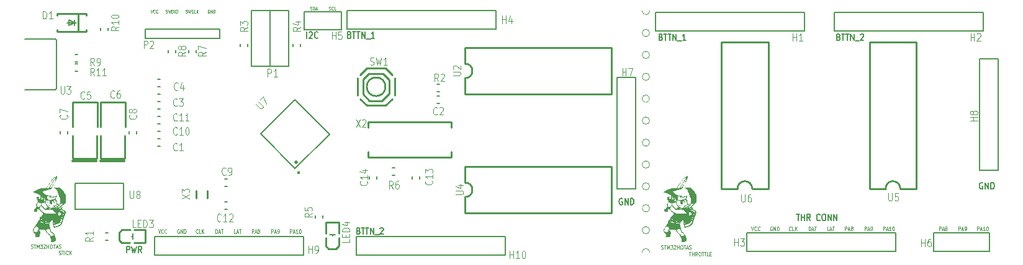
<source format=gbr>
%TF.GenerationSoftware,KiCad,Pcbnew,(6.0.4)*%
%TF.CreationDate,2022-05-03T21:15:36-03:00*%
%TF.ProjectId,PXN_2119-rounded,50584e5f-3231-4313-992d-726f756e6465,rev?*%
%TF.SameCoordinates,Original*%
%TF.FileFunction,Legend,Top*%
%TF.FilePolarity,Positive*%
%FSLAX46Y46*%
G04 Gerber Fmt 4.6, Leading zero omitted, Abs format (unit mm)*
G04 Created by KiCad (PCBNEW (6.0.4)) date 2022-05-03 21:15:36*
%MOMM*%
%LPD*%
G01*
G04 APERTURE LIST*
%ADD10C,0.000000*%
%ADD11C,0.112500*%
%ADD12C,0.163000*%
%ADD13C,0.093750*%
%ADD14C,0.122000*%
%ADD15C,0.152000*%
%ADD16C,0.203000*%
%ADD17C,0.254000*%
%ADD18C,0.330000*%
%ADD19C,0.100000*%
%ADD20C,0.127000*%
%ADD21C,0.200000*%
%ADD22C,0.400000*%
G04 APERTURE END LIST*
D10*
G36*
X167623377Y-110629346D02*
G01*
X167434305Y-110825956D01*
X167397465Y-110942002D01*
X167360653Y-111058028D01*
X167406476Y-111210127D01*
X167428586Y-111286905D01*
X167454903Y-111383479D01*
X167482129Y-111487499D01*
X167506964Y-111586617D01*
X167519076Y-111634488D01*
X167532554Y-111684549D01*
X167546948Y-111735316D01*
X167561805Y-111785309D01*
X167576677Y-111833045D01*
X167591113Y-111877042D01*
X167604662Y-111915818D01*
X167616873Y-111947890D01*
X167672141Y-112084798D01*
X167726875Y-112104792D01*
X167732978Y-112107241D01*
X167739934Y-112110410D01*
X167756091Y-112118705D01*
X167774709Y-112129278D01*
X167795150Y-112141730D01*
X167816777Y-112155661D01*
X167838952Y-112170672D01*
X167861038Y-112186363D01*
X167882398Y-112202335D01*
X167983115Y-112279868D01*
X168078020Y-112475355D01*
X168097972Y-112517630D01*
X168118277Y-112562865D01*
X168138368Y-112609657D01*
X168157681Y-112656602D01*
X168175650Y-112702298D01*
X168191712Y-112745341D01*
X168205299Y-112784328D01*
X168215848Y-112817855D01*
X168258731Y-112964832D01*
X168258731Y-113257258D01*
X168194136Y-113329363D01*
X168178248Y-113346323D01*
X168162112Y-113361898D01*
X168145506Y-113376170D01*
X168128205Y-113389222D01*
X168109988Y-113401137D01*
X168090632Y-113411996D01*
X168069912Y-113421884D01*
X168047607Y-113430882D01*
X168023492Y-113439072D01*
X167997346Y-113446538D01*
X167968946Y-113453362D01*
X167938067Y-113459627D01*
X167904487Y-113465415D01*
X167867984Y-113470809D01*
X167785314Y-113480746D01*
X167588613Y-113501644D01*
X167615039Y-113329362D01*
X167641465Y-113157070D01*
X167607684Y-113049873D01*
X167598797Y-113023622D01*
X167586452Y-112990004D01*
X167553626Y-112906216D01*
X167513682Y-112809617D01*
X167471096Y-112711317D01*
X167368333Y-112479984D01*
X167259596Y-112419099D01*
X167150881Y-112358213D01*
X167011260Y-112156438D01*
X166983219Y-112115470D01*
X166957058Y-112076413D01*
X166933351Y-112040182D01*
X166912670Y-112007688D01*
X166895588Y-111979846D01*
X166882678Y-111957569D01*
X166877966Y-111948802D01*
X166874512Y-111941768D01*
X166872386Y-111936582D01*
X166871845Y-111934718D01*
X166871662Y-111933358D01*
X166871397Y-111930892D01*
X166870621Y-111927896D01*
X166869358Y-111924412D01*
X166867636Y-111920482D01*
X166865480Y-111916146D01*
X166862917Y-111911446D01*
X166859973Y-111906422D01*
X166856674Y-111901117D01*
X166853047Y-111895571D01*
X166849116Y-111889826D01*
X166840453Y-111877902D01*
X166830893Y-111865674D01*
X166825842Y-111859550D01*
X166820646Y-111853474D01*
X166772451Y-111798092D01*
X166935806Y-111798092D01*
X166970845Y-111867754D01*
X166980071Y-111885204D01*
X166992900Y-111908152D01*
X167027034Y-111966628D01*
X167068582Y-112035350D01*
X167112879Y-112106486D01*
X167219870Y-112275565D01*
X167480592Y-112434431D01*
X167518417Y-112565694D01*
X167556242Y-112696975D01*
X167668610Y-112675172D01*
X167692091Y-112670111D01*
X167715874Y-112664070D01*
X167739757Y-112657145D01*
X167763541Y-112649433D01*
X167787023Y-112641031D01*
X167810003Y-112632036D01*
X167832279Y-112622545D01*
X167853650Y-112612656D01*
X167873915Y-112602466D01*
X167892872Y-112592070D01*
X167910321Y-112581568D01*
X167926059Y-112571054D01*
X167939887Y-112560628D01*
X167951602Y-112550384D01*
X167956604Y-112545362D01*
X167961003Y-112540422D01*
X167964774Y-112535576D01*
X167967890Y-112530837D01*
X167986961Y-112498629D01*
X167932227Y-112402316D01*
X167877512Y-112306011D01*
X167757400Y-112244221D01*
X167637243Y-112182430D01*
X167540247Y-111947842D01*
X167540342Y-111948165D01*
X167443348Y-111713595D01*
X167351224Y-111708164D01*
X167316480Y-111706941D01*
X167300027Y-111706972D01*
X167283896Y-111707486D01*
X167267868Y-111708521D01*
X167251724Y-111710117D01*
X167235246Y-111712315D01*
X167218215Y-111715154D01*
X167200412Y-111718673D01*
X167181618Y-111722912D01*
X167140185Y-111733711D01*
X167092166Y-111747869D01*
X167035812Y-111765704D01*
X166935806Y-111798092D01*
X166772451Y-111798092D01*
X166769630Y-111794849D01*
X166339392Y-111794849D01*
X166219832Y-111757575D01*
X166100271Y-111720303D01*
X166024738Y-111762371D01*
X165949187Y-111804440D01*
X166025136Y-111898310D01*
X166032973Y-111908274D01*
X166040787Y-111918763D01*
X166048527Y-111929687D01*
X166056146Y-111940958D01*
X166063592Y-111952487D01*
X166070818Y-111964185D01*
X166077774Y-111975965D01*
X166084411Y-111987736D01*
X166090679Y-111999410D01*
X166096530Y-112010899D01*
X166101914Y-112022114D01*
X166106782Y-112032966D01*
X166111084Y-112043367D01*
X166114773Y-112053227D01*
X166117797Y-112062459D01*
X166120109Y-112070972D01*
X166139180Y-112149862D01*
X166126541Y-112332983D01*
X166113902Y-112516129D01*
X166053695Y-112644326D01*
X165993487Y-112772530D01*
X165816433Y-112800123D01*
X165639402Y-112827807D01*
X165528735Y-112806185D01*
X165418067Y-112784562D01*
X165440820Y-112730460D01*
X165445631Y-112717613D01*
X165450641Y-112701813D01*
X165455706Y-112683679D01*
X165460677Y-112663828D01*
X165465410Y-112642880D01*
X165469757Y-112621452D01*
X165473572Y-112600162D01*
X165476709Y-112579629D01*
X165490036Y-112482980D01*
X165371946Y-112339240D01*
X165347112Y-112308314D01*
X165321817Y-112275473D01*
X165296767Y-112241721D01*
X165272666Y-112208061D01*
X165250220Y-112175497D01*
X165230133Y-112145034D01*
X165213109Y-112117674D01*
X165199855Y-112094421D01*
X165145944Y-111993320D01*
X165145944Y-111941572D01*
X165240058Y-111941572D01*
X165300674Y-112009254D01*
X165307184Y-112016252D01*
X165314178Y-112023272D01*
X165321590Y-112030270D01*
X165329356Y-112037199D01*
X165337412Y-112044014D01*
X165345692Y-112050669D01*
X165354132Y-112057120D01*
X165362668Y-112063321D01*
X165371235Y-112069225D01*
X165379769Y-112074789D01*
X165388204Y-112079965D01*
X165396476Y-112084710D01*
X165404521Y-112088976D01*
X165412274Y-112092720D01*
X165419670Y-112095895D01*
X165426645Y-112098457D01*
X165492019Y-112120078D01*
X165594115Y-112100085D01*
X165696166Y-112080271D01*
X165776357Y-112014681D01*
X165784526Y-112007820D01*
X165792466Y-112000812D01*
X165800136Y-111993709D01*
X165807495Y-111986563D01*
X165814502Y-111979423D01*
X165821115Y-111972340D01*
X165827294Y-111965366D01*
X165832997Y-111958551D01*
X165838183Y-111951946D01*
X165842812Y-111945603D01*
X165846841Y-111939571D01*
X165850230Y-111933902D01*
X165852937Y-111928646D01*
X165854922Y-111923855D01*
X165855630Y-111921650D01*
X165856143Y-111919579D01*
X165856454Y-111917651D01*
X165856559Y-111915870D01*
X165856559Y-111882667D01*
X165773652Y-111904288D01*
X165690791Y-111925912D01*
X165819910Y-111780273D01*
X165845841Y-111750510D01*
X165870032Y-111721765D01*
X165891952Y-111694738D01*
X165911073Y-111670129D01*
X165919418Y-111658950D01*
X165926866Y-111648638D01*
X165933349Y-111639282D01*
X165938801Y-111630967D01*
X165943157Y-111623782D01*
X165946351Y-111617815D01*
X165948315Y-111613152D01*
X165948816Y-111611338D01*
X165948985Y-111609882D01*
X165948195Y-111606652D01*
X165945879Y-111602125D01*
X165942114Y-111596385D01*
X165936978Y-111589514D01*
X165930550Y-111581594D01*
X165922908Y-111572708D01*
X165904291Y-111552368D01*
X165881754Y-111529156D01*
X165855920Y-111503732D01*
X165827414Y-111476757D01*
X165796861Y-111448891D01*
X165796867Y-111448827D01*
X165765952Y-111421466D01*
X165736421Y-111395937D01*
X165708975Y-111372799D01*
X165684311Y-111352613D01*
X165663128Y-111335938D01*
X165654059Y-111329093D01*
X165646123Y-111323335D01*
X165639406Y-111318735D01*
X165633995Y-111315362D01*
X165629978Y-111313287D01*
X165628520Y-111312758D01*
X165627442Y-111312580D01*
X165625029Y-111313193D01*
X165621404Y-111314991D01*
X165616641Y-111317913D01*
X165610813Y-111321898D01*
X165596258Y-111332818D01*
X165578323Y-111347264D01*
X165557595Y-111364750D01*
X165534659Y-111384792D01*
X165510103Y-111406903D01*
X165484512Y-111430598D01*
X165358908Y-111548624D01*
X165299506Y-111669718D01*
X165240058Y-111790849D01*
X165240058Y-111941572D01*
X165145944Y-111941572D01*
X165145944Y-111787519D01*
X165230190Y-111622890D01*
X165251110Y-111583984D01*
X165278375Y-111536385D01*
X165310833Y-111481944D01*
X165347332Y-111422509D01*
X165386720Y-111359930D01*
X165427844Y-111296059D01*
X165469554Y-111232744D01*
X165510696Y-111171835D01*
X165551723Y-111110807D01*
X165593067Y-111047133D01*
X165633605Y-110982689D01*
X165672210Y-110919350D01*
X165707759Y-110858993D01*
X165739126Y-110803494D01*
X165765186Y-110754729D01*
X165784815Y-110714573D01*
X165862573Y-110543793D01*
X165881313Y-110527401D01*
X166102712Y-110527401D01*
X166110491Y-110638480D01*
X166118271Y-110749523D01*
X166226158Y-110787249D01*
X166289404Y-110805668D01*
X166375077Y-110825197D01*
X166477954Y-110845018D01*
X166592810Y-110864312D01*
X166714421Y-110882259D01*
X166837563Y-110898041D01*
X166957010Y-110910838D01*
X167067539Y-110919833D01*
X167277039Y-110933402D01*
X167321822Y-110894772D01*
X167366631Y-110856141D01*
X167364372Y-110803941D01*
X167362112Y-110751830D01*
X167327734Y-110826107D01*
X167293337Y-110900382D01*
X167060121Y-110879755D01*
X167018972Y-110875618D01*
X166974767Y-110870273D01*
X166880147Y-110856568D01*
X166782169Y-110839858D01*
X166686741Y-110821359D01*
X166599769Y-110802288D01*
X166527162Y-110783864D01*
X166498091Y-110775274D01*
X166474826Y-110767303D01*
X166458107Y-110760101D01*
X166452432Y-110756836D01*
X166448670Y-110753822D01*
X166447809Y-110752085D01*
X166447526Y-110749336D01*
X166447788Y-110745646D01*
X166448563Y-110741083D01*
X166451523Y-110729624D01*
X166456144Y-110715517D01*
X166462167Y-110699321D01*
X166469331Y-110681598D01*
X166477376Y-110662907D01*
X166486042Y-110643806D01*
X166495069Y-110624857D01*
X166504196Y-110606618D01*
X166513163Y-110589650D01*
X166521710Y-110574512D01*
X166529577Y-110561763D01*
X166536503Y-110551964D01*
X166542228Y-110545674D01*
X166544559Y-110544020D01*
X166546492Y-110543453D01*
X166548178Y-110543705D01*
X166550954Y-110544442D01*
X166559523Y-110547277D01*
X166571698Y-110551759D01*
X166586974Y-110557691D01*
X166624821Y-110573109D01*
X166669040Y-110591946D01*
X166698028Y-110603642D01*
X166731811Y-110615725D01*
X166810949Y-110640406D01*
X166900828Y-110664691D01*
X166995820Y-110687284D01*
X167090296Y-110706887D01*
X167178631Y-110722203D01*
X167218736Y-110727848D01*
X167255195Y-110731935D01*
X167287305Y-110734303D01*
X167314362Y-110734788D01*
X167412528Y-110734788D01*
X167366298Y-110708009D01*
X167360584Y-110705175D01*
X167353062Y-110702222D01*
X167333087Y-110696045D01*
X167307355Y-110689668D01*
X167276849Y-110683276D01*
X167242550Y-110677059D01*
X167205440Y-110671202D01*
X167166502Y-110665896D01*
X167126718Y-110661326D01*
X167084595Y-110656236D01*
X167038940Y-110649379D01*
X166991205Y-110641053D01*
X166942846Y-110631562D01*
X166895316Y-110621206D01*
X166850069Y-110610285D01*
X166808559Y-110599101D01*
X166772241Y-110587955D01*
X166611089Y-110534487D01*
X166478569Y-110443266D01*
X166479180Y-110442315D01*
X166452268Y-110423995D01*
X166426615Y-110406901D01*
X166402822Y-110391408D01*
X166381489Y-110377892D01*
X166363218Y-110366727D01*
X166348609Y-110358287D01*
X166342865Y-110355207D01*
X166338263Y-110352949D01*
X166334876Y-110351559D01*
X166333662Y-110351205D01*
X166332781Y-110351086D01*
X166330169Y-110351453D01*
X166327086Y-110352526D01*
X166323568Y-110354265D01*
X166319650Y-110356626D01*
X166310762Y-110363054D01*
X166300715Y-110371478D01*
X166289799Y-110381566D01*
X166278304Y-110392986D01*
X166266524Y-110405405D01*
X166254747Y-110418493D01*
X166243266Y-110431916D01*
X166232371Y-110445344D01*
X166222354Y-110458444D01*
X166213505Y-110470885D01*
X166206116Y-110482333D01*
X166200478Y-110492458D01*
X166198407Y-110496920D01*
X166196882Y-110500927D01*
X166195940Y-110504437D01*
X166195619Y-110507409D01*
X166195679Y-110508903D01*
X166195860Y-110510483D01*
X166196568Y-110513880D01*
X166197719Y-110517566D01*
X166199289Y-110521504D01*
X166201255Y-110525660D01*
X166203592Y-110529999D01*
X166206278Y-110534486D01*
X166209287Y-110539085D01*
X166212598Y-110543762D01*
X166216185Y-110548480D01*
X166220025Y-110553206D01*
X166224095Y-110557904D01*
X166228370Y-110562539D01*
X166232827Y-110567075D01*
X166237442Y-110571479D01*
X166242192Y-110575713D01*
X166288793Y-110615882D01*
X166280743Y-110539526D01*
X166272694Y-110463169D01*
X166396024Y-110463169D01*
X166406590Y-110541515D01*
X166417157Y-110619862D01*
X166362079Y-110661749D01*
X166356193Y-110666021D01*
X166349914Y-110670172D01*
X166343298Y-110674181D01*
X166336401Y-110678026D01*
X166329281Y-110681686D01*
X166321992Y-110685140D01*
X166314593Y-110688367D01*
X166307138Y-110691344D01*
X166299685Y-110694051D01*
X166292289Y-110696466D01*
X166285008Y-110698568D01*
X166277897Y-110700336D01*
X166271013Y-110701748D01*
X166264412Y-110702783D01*
X166258150Y-110703420D01*
X166252285Y-110703637D01*
X166197505Y-110703637D01*
X166150099Y-110615519D01*
X166102712Y-110527401D01*
X165881313Y-110527401D01*
X165951206Y-110466261D01*
X166039813Y-110388728D01*
X166039813Y-110320423D01*
X166040471Y-110300947D01*
X166042527Y-110281695D01*
X166046100Y-110262476D01*
X166051310Y-110243097D01*
X166058277Y-110223367D01*
X166067120Y-110203096D01*
X166077960Y-110182090D01*
X166090915Y-110160159D01*
X166106107Y-110137111D01*
X166123654Y-110112755D01*
X166143677Y-110086899D01*
X166166295Y-110059352D01*
X166191628Y-110029922D01*
X166219796Y-109998417D01*
X166285116Y-109928419D01*
X166321106Y-109889994D01*
X166356210Y-109851183D01*
X166389547Y-109813048D01*
X166420237Y-109776649D01*
X166428188Y-109766814D01*
X168583294Y-109766814D01*
X168664455Y-109815217D01*
X168745596Y-109863618D01*
X168841972Y-109800199D01*
X168938323Y-109736779D01*
X168938323Y-109619720D01*
X168937986Y-109595504D01*
X168937129Y-109573394D01*
X168935671Y-109553230D01*
X168934691Y-109543828D01*
X168933531Y-109534852D01*
X168932180Y-109526282D01*
X168930628Y-109518099D01*
X168928866Y-109510282D01*
X168926882Y-109502811D01*
X168924667Y-109495667D01*
X168922211Y-109488829D01*
X168919504Y-109482277D01*
X168916535Y-109475991D01*
X168913295Y-109469952D01*
X168909774Y-109464138D01*
X168905960Y-109458531D01*
X168901845Y-109453110D01*
X168897418Y-109447855D01*
X168892668Y-109442746D01*
X168887587Y-109437763D01*
X168882163Y-109432886D01*
X168876388Y-109428095D01*
X168870249Y-109423370D01*
X168863738Y-109418690D01*
X168856845Y-109414037D01*
X168841870Y-109404728D01*
X168825243Y-109395283D01*
X168824759Y-109395254D01*
X168817769Y-109391501D01*
X168810713Y-109387853D01*
X168803639Y-109384330D01*
X168796595Y-109380951D01*
X168789629Y-109377734D01*
X168782789Y-109374698D01*
X168776123Y-109371861D01*
X168769679Y-109369244D01*
X168763504Y-109366864D01*
X168757647Y-109364740D01*
X168752155Y-109362891D01*
X168747077Y-109361336D01*
X168742460Y-109360094D01*
X168738352Y-109359184D01*
X168734801Y-109358624D01*
X168731855Y-109358433D01*
X168706324Y-109358433D01*
X168644832Y-109562624D01*
X168583294Y-109766814D01*
X166428188Y-109766814D01*
X166447401Y-109743047D01*
X166470159Y-109713302D01*
X166479611Y-109700208D01*
X166487631Y-109688476D01*
X166494109Y-109678238D01*
X166498936Y-109669628D01*
X166537611Y-109594538D01*
X166301984Y-109356521D01*
X166254056Y-109308499D01*
X166208181Y-109263287D01*
X166165449Y-109221896D01*
X166126949Y-109185335D01*
X166093768Y-109154614D01*
X166066997Y-109130742D01*
X166056354Y-109121690D01*
X166047723Y-109114729D01*
X166041237Y-109109985D01*
X166037035Y-109107584D01*
X166032786Y-109105603D01*
X166028366Y-109102778D01*
X166019093Y-109094766D01*
X166009376Y-109083894D01*
X165999375Y-109070509D01*
X165989250Y-109054956D01*
X165979163Y-109037580D01*
X165969275Y-109018727D01*
X165959745Y-108998743D01*
X165950735Y-108977974D01*
X165942405Y-108956765D01*
X165934916Y-108935462D01*
X165928428Y-108914410D01*
X165923102Y-108893955D01*
X165922311Y-108890096D01*
X166041326Y-108890096D01*
X166122080Y-109011236D01*
X166202806Y-109132366D01*
X166376367Y-109281976D01*
X166549928Y-109431594D01*
X166719468Y-109514103D01*
X166889008Y-109596610D01*
X167574819Y-109608282D01*
X168260653Y-109620043D01*
X168260653Y-109482348D01*
X168098444Y-109313685D01*
X167936256Y-109145013D01*
X167832620Y-109123389D01*
X167803981Y-109119032D01*
X167762167Y-109114973D01*
X167709172Y-109111300D01*
X167646990Y-109108101D01*
X167503040Y-109103467D01*
X167346269Y-109101768D01*
X166963597Y-109101768D01*
X166849230Y-109040972D01*
X166734885Y-108980177D01*
X166506818Y-108752491D01*
X166506814Y-108752611D01*
X166417677Y-108664201D01*
X166378268Y-108625536D01*
X166343590Y-108591808D01*
X166314610Y-108563950D01*
X166292295Y-108542897D01*
X166277613Y-108529580D01*
X166273436Y-108526115D01*
X166271531Y-108524934D01*
X166270212Y-108525599D01*
X166267795Y-108527552D01*
X166259913Y-108535055D01*
X166248371Y-108546918D01*
X166233657Y-108562614D01*
X166196660Y-108603405D01*
X166152820Y-108653220D01*
X166041326Y-108781533D01*
X166041326Y-108890096D01*
X165922311Y-108890096D01*
X165919100Y-108874443D01*
X165916580Y-108856220D01*
X165915704Y-108839631D01*
X165915704Y-108765897D01*
X165808621Y-108885635D01*
X165701584Y-109005363D01*
X165701584Y-109226009D01*
X165618144Y-109294224D01*
X165534703Y-109362438D01*
X165377937Y-109323898D01*
X165323982Y-109257583D01*
X165270071Y-109191268D01*
X165270071Y-109037649D01*
X165351530Y-108965726D01*
X165375420Y-108944398D01*
X165397807Y-108923893D01*
X165418764Y-108904125D01*
X165438364Y-108885003D01*
X165456683Y-108866440D01*
X165473793Y-108848348D01*
X165489769Y-108830637D01*
X165504684Y-108813219D01*
X165518612Y-108796006D01*
X165531626Y-108778909D01*
X165543802Y-108761840D01*
X165555212Y-108744709D01*
X165565930Y-108727429D01*
X165576030Y-108709911D01*
X165585586Y-108692067D01*
X165594672Y-108673808D01*
X165639137Y-108581129D01*
X165630799Y-108546597D01*
X165702869Y-108546597D01*
X165772224Y-108612640D01*
X165779609Y-108619457D01*
X165787414Y-108626272D01*
X165795572Y-108633042D01*
X165804016Y-108639723D01*
X165812680Y-108646273D01*
X165821495Y-108652647D01*
X165830394Y-108658802D01*
X165839312Y-108664695D01*
X165848179Y-108670280D01*
X165856931Y-108675516D01*
X165865498Y-108680358D01*
X165873814Y-108684763D01*
X165881812Y-108688688D01*
X165889426Y-108692088D01*
X165896587Y-108694919D01*
X165903228Y-108697140D01*
X165964883Y-108715776D01*
X166083524Y-108601386D01*
X166202210Y-108486996D01*
X166221983Y-108415328D01*
X166319252Y-108415328D01*
X166527304Y-108627290D01*
X166571774Y-108671582D01*
X166618430Y-108716220D01*
X166665881Y-108759989D01*
X166712736Y-108801676D01*
X166757604Y-108840066D01*
X166799096Y-108873944D01*
X166835819Y-108902096D01*
X166851958Y-108913645D01*
X166866384Y-108923307D01*
X166997365Y-109007354D01*
X166997365Y-108978401D01*
X167339381Y-108978401D01*
X167339431Y-108981811D01*
X167339868Y-108984930D01*
X167340701Y-108987772D01*
X167341936Y-108990348D01*
X167343582Y-108992672D01*
X167345644Y-108994754D01*
X167348132Y-108996609D01*
X167351052Y-108998249D01*
X167354411Y-108999685D01*
X167358217Y-109000931D01*
X167362478Y-109001999D01*
X167367200Y-109002902D01*
X167378061Y-109004261D01*
X167390857Y-109005107D01*
X167405649Y-109005542D01*
X167422495Y-109005665D01*
X167509084Y-109005665D01*
X167564053Y-108963868D01*
X167564037Y-108963840D01*
X167619006Y-108922044D01*
X167507880Y-108886579D01*
X167409587Y-108855204D01*
X168710436Y-108855204D01*
X168778388Y-108881348D01*
X168846385Y-108907494D01*
X168900296Y-108887501D01*
X168905993Y-108885305D01*
X168911936Y-108882842D01*
X168918077Y-108880138D01*
X168924368Y-108877220D01*
X168937209Y-108870849D01*
X168950076Y-108863945D01*
X168962588Y-108856723D01*
X168974362Y-108849398D01*
X168979853Y-108845764D01*
X168985015Y-108842186D01*
X168989802Y-108838689D01*
X168994166Y-108835300D01*
X169034144Y-108803094D01*
X168994166Y-108776676D01*
X168994160Y-108776586D01*
X168984480Y-108770522D01*
X168975164Y-108765407D01*
X168966066Y-108761262D01*
X168957041Y-108758109D01*
X168947943Y-108755970D01*
X168938627Y-108754867D01*
X168928948Y-108754822D01*
X168918759Y-108755857D01*
X168907917Y-108757993D01*
X168896274Y-108761253D01*
X168883686Y-108765658D01*
X168870008Y-108771230D01*
X168855093Y-108777991D01*
X168838797Y-108785963D01*
X168820975Y-108795168D01*
X168801479Y-108805627D01*
X168710436Y-108855204D01*
X167409587Y-108855204D01*
X167396776Y-108851115D01*
X167366332Y-108910282D01*
X167358579Y-108925581D01*
X167352052Y-108939168D01*
X167346810Y-108951143D01*
X167342911Y-108961607D01*
X167341484Y-108966304D01*
X167340415Y-108970660D01*
X167339711Y-108974688D01*
X167339381Y-108978401D01*
X166997365Y-108978401D01*
X166997365Y-108748537D01*
X167072645Y-108718772D01*
X167147952Y-108689007D01*
X167011018Y-108476657D01*
X166983509Y-108433151D01*
X166957846Y-108390911D01*
X166934591Y-108350978D01*
X166914306Y-108314397D01*
X166905453Y-108297688D01*
X166897552Y-108282208D01*
X166890674Y-108268086D01*
X166884889Y-108255454D01*
X166880268Y-108244440D01*
X166876880Y-108235176D01*
X166874796Y-108227792D01*
X166874265Y-108224846D01*
X166874086Y-108222418D01*
X166873674Y-108222472D01*
X166873474Y-108217722D01*
X166872885Y-108212152D01*
X166871929Y-108205833D01*
X166870625Y-108198833D01*
X166867054Y-108183071D01*
X166862333Y-108165423D01*
X166856619Y-108146445D01*
X166850075Y-108126694D01*
X166842860Y-108106728D01*
X166835133Y-108087102D01*
X166796603Y-107993602D01*
X166697172Y-108063625D01*
X166597719Y-108133740D01*
X166481468Y-108156448D01*
X166365192Y-108179156D01*
X166342439Y-108216249D01*
X166340099Y-108220452D01*
X166337819Y-108225360D01*
X166335613Y-108230913D01*
X166333492Y-108237050D01*
X166331469Y-108243711D01*
X166329556Y-108250837D01*
X166327767Y-108258366D01*
X166326113Y-108266239D01*
X166324607Y-108274395D01*
X166323261Y-108282774D01*
X166322088Y-108291315D01*
X166321100Y-108299960D01*
X166320310Y-108308647D01*
X166319731Y-108317315D01*
X166319374Y-108325906D01*
X166319252Y-108334358D01*
X166319252Y-108415328D01*
X166221983Y-108415328D01*
X166229966Y-108386395D01*
X166235544Y-108365207D01*
X166240743Y-108343536D01*
X166245449Y-108321992D01*
X166249551Y-108301183D01*
X166252936Y-108281721D01*
X166255490Y-108264215D01*
X166257102Y-108249274D01*
X166257520Y-108242956D01*
X166257659Y-108237508D01*
X166257567Y-108189198D01*
X166159584Y-108181957D01*
X166159481Y-108182069D01*
X166061475Y-108174829D01*
X165944833Y-108056350D01*
X165882521Y-107993082D01*
X166907989Y-107993082D01*
X166908567Y-108020305D01*
X166912517Y-108050734D01*
X166919690Y-108083973D01*
X166929936Y-108119627D01*
X166943105Y-108157298D01*
X166959046Y-108196590D01*
X166977611Y-108237108D01*
X166998650Y-108278454D01*
X167022012Y-108320234D01*
X167047548Y-108362049D01*
X167075107Y-108403505D01*
X167104540Y-108444204D01*
X167135698Y-108483751D01*
X167239725Y-108610129D01*
X167447387Y-108716413D01*
X167655050Y-108822733D01*
X167803357Y-108783198D01*
X167951618Y-108743662D01*
X168179617Y-108765917D01*
X168407571Y-108788172D01*
X168428714Y-108752798D01*
X168449856Y-108717335D01*
X168374784Y-108717335D01*
X168355050Y-108716239D01*
X168327676Y-108713098D01*
X168293904Y-108708132D01*
X168254971Y-108701559D01*
X168212118Y-108693599D01*
X168166583Y-108684472D01*
X168124008Y-108675342D01*
X168537519Y-108675342D01*
X168558426Y-108696965D01*
X168561006Y-108699176D01*
X168564408Y-108701323D01*
X168568578Y-108703395D01*
X168573458Y-108705381D01*
X168578994Y-108707271D01*
X168585130Y-108709054D01*
X168591809Y-108710719D01*
X168598977Y-108712254D01*
X168606577Y-108713649D01*
X168614554Y-108714894D01*
X168622853Y-108715977D01*
X168631416Y-108716888D01*
X168640189Y-108717615D01*
X168649116Y-108718147D01*
X168658141Y-108718475D01*
X168667209Y-108718587D01*
X168755127Y-108718587D01*
X168993420Y-108479168D01*
X168993337Y-108477797D01*
X169231609Y-108238378D01*
X169123723Y-108241088D01*
X169111970Y-108241465D01*
X169099057Y-108242307D01*
X169070270Y-108245288D01*
X169038406Y-108249836D01*
X169004508Y-108255756D01*
X168969619Y-108262849D01*
X168934782Y-108270922D01*
X168901039Y-108279777D01*
X168869435Y-108289218D01*
X168722989Y-108335991D01*
X168722989Y-108432432D01*
X168782645Y-108399229D01*
X168788917Y-108395844D01*
X168795405Y-108392555D01*
X168802058Y-108389379D01*
X168808825Y-108386331D01*
X168815655Y-108383430D01*
X168822499Y-108380692D01*
X168829305Y-108378135D01*
X168836022Y-108375774D01*
X168842600Y-108373628D01*
X168848988Y-108371713D01*
X168855135Y-108370046D01*
X168860991Y-108368644D01*
X168866505Y-108367524D01*
X168871627Y-108366703D01*
X168876305Y-108366198D01*
X168880489Y-108366026D01*
X168918685Y-108366026D01*
X168846301Y-108446182D01*
X168773916Y-108526339D01*
X168672093Y-108526339D01*
X168604783Y-108600886D01*
X168537519Y-108675342D01*
X168124008Y-108675342D01*
X168119606Y-108674398D01*
X168072425Y-108663595D01*
X167845162Y-108609856D01*
X168045517Y-108518562D01*
X168087335Y-108499287D01*
X168129390Y-108479489D01*
X168170544Y-108459730D01*
X168209659Y-108440574D01*
X168245594Y-108422584D01*
X168277213Y-108406323D01*
X168303375Y-108392353D01*
X168322943Y-108381239D01*
X168399997Y-108335280D01*
X168390117Y-108245806D01*
X168388618Y-108235660D01*
X168386200Y-108223758D01*
X168378819Y-108195285D01*
X168368401Y-108161574D01*
X168355373Y-108123816D01*
X168340161Y-108083197D01*
X168323194Y-108040907D01*
X168304898Y-107998134D01*
X168285699Y-107956067D01*
X168191140Y-107755730D01*
X167983846Y-107755730D01*
X167983846Y-107789384D01*
X167984065Y-107793263D01*
X167984709Y-107797914D01*
X167985755Y-107803276D01*
X167987182Y-107809286D01*
X167991093Y-107823007D01*
X167996268Y-107838583D01*
X168002535Y-107855522D01*
X168009719Y-107873330D01*
X168017649Y-107891515D01*
X168026150Y-107909583D01*
X168035118Y-107928603D01*
X168044358Y-107949512D01*
X168053608Y-107971624D01*
X168062607Y-107994255D01*
X168071094Y-108016719D01*
X168078810Y-108038334D01*
X168085492Y-108058413D01*
X168090881Y-108076273D01*
X168113173Y-108156339D01*
X167977206Y-107998380D01*
X167841193Y-107840446D01*
X167788963Y-108060496D01*
X167736753Y-108280537D01*
X167775474Y-108306049D01*
X167814213Y-108331651D01*
X167648192Y-108331651D01*
X167537249Y-108263528D01*
X167426283Y-108195405D01*
X167447192Y-108050590D01*
X167468099Y-107905756D01*
X167433106Y-107928284D01*
X167398129Y-107950811D01*
X167398129Y-107923217D01*
X167398300Y-107920242D01*
X167398801Y-107917004D01*
X167399615Y-107913534D01*
X167400725Y-107909863D01*
X167402113Y-107906023D01*
X167403763Y-107902046D01*
X167405657Y-107897962D01*
X167407779Y-107893804D01*
X167410110Y-107889601D01*
X167412635Y-107885387D01*
X167415335Y-107881192D01*
X167418193Y-107877048D01*
X167421193Y-107872986D01*
X167424318Y-107869038D01*
X167427549Y-107865234D01*
X167430870Y-107861607D01*
X167463638Y-107827592D01*
X167369241Y-107808050D01*
X167274841Y-107788509D01*
X167274841Y-107642671D01*
X167303449Y-107693515D01*
X167332037Y-107744359D01*
X167633868Y-107688901D01*
X167697019Y-107676723D01*
X167760808Y-107663311D01*
X167823492Y-107649103D01*
X167883326Y-107634542D01*
X167938566Y-107620067D01*
X167987468Y-107606119D01*
X168028287Y-107593139D01*
X168045121Y-107587150D01*
X168059280Y-107581567D01*
X168182839Y-107529637D01*
X168218800Y-107410144D01*
X168222403Y-107397908D01*
X168225792Y-107385901D01*
X168228956Y-107374191D01*
X168231882Y-107362843D01*
X168234557Y-107351925D01*
X168236969Y-107341503D01*
X168239104Y-107331645D01*
X168240951Y-107322415D01*
X168242496Y-107313883D01*
X168243727Y-107306113D01*
X168244631Y-107299173D01*
X168245196Y-107293129D01*
X168245409Y-107288049D01*
X168245256Y-107283998D01*
X168245039Y-107282380D01*
X168244727Y-107281044D01*
X168244316Y-107279999D01*
X168243807Y-107279253D01*
X168241925Y-107278302D01*
X168238582Y-107277780D01*
X168233862Y-107277673D01*
X168227844Y-107277968D01*
X168212247Y-107279706D01*
X168192444Y-107282883D01*
X168169090Y-107287387D01*
X168142839Y-107293108D01*
X168114344Y-107299933D01*
X168084261Y-107307751D01*
X167935678Y-107347649D01*
X167635181Y-107360947D01*
X167334638Y-107374246D01*
X167334638Y-107341134D01*
X167334727Y-107339389D01*
X167334994Y-107337566D01*
X167335432Y-107335671D01*
X167336038Y-107333707D01*
X167337736Y-107329593D01*
X167340052Y-107325262D01*
X167342952Y-107320751D01*
X167346400Y-107316097D01*
X167350360Y-107311336D01*
X167354799Y-107306507D01*
X167359680Y-107301645D01*
X167364969Y-107296790D01*
X167370630Y-107291976D01*
X167376629Y-107287242D01*
X167382930Y-107282625D01*
X167389498Y-107278161D01*
X167396298Y-107273889D01*
X167403295Y-107269844D01*
X167471961Y-107231666D01*
X167410994Y-107206877D01*
X167412744Y-107208402D01*
X167405844Y-107205862D01*
X167397783Y-107203403D01*
X167378575Y-107198755D01*
X167355915Y-107194514D01*
X167330600Y-107190736D01*
X167303427Y-107187475D01*
X167275189Y-107184788D01*
X167246685Y-107182728D01*
X167218709Y-107181351D01*
X167085637Y-107178642D01*
X167100573Y-107234733D01*
X167104014Y-107251062D01*
X167108032Y-107276101D01*
X167117217Y-107347305D01*
X167126962Y-107438349D01*
X167136101Y-107539236D01*
X167156556Y-107787640D01*
X167094168Y-107787640D01*
X167080154Y-107843731D01*
X167066142Y-107899823D01*
X167062701Y-107811705D01*
X167058991Y-107723587D01*
X167030248Y-107723587D01*
X167027843Y-107723884D01*
X167025312Y-107724757D01*
X167022670Y-107726181D01*
X167019927Y-107728128D01*
X167014192Y-107733490D01*
X167008204Y-107740635D01*
X167002063Y-107749352D01*
X166995867Y-107759434D01*
X166989716Y-107770669D01*
X166983708Y-107782850D01*
X166977941Y-107795766D01*
X166972514Y-107809209D01*
X166967526Y-107822969D01*
X166963076Y-107836837D01*
X166959262Y-107850603D01*
X166956183Y-107864059D01*
X166953938Y-107876995D01*
X166952625Y-107889202D01*
X166952350Y-107891506D01*
X166951846Y-107893992D01*
X166951126Y-107896636D01*
X166950202Y-107899415D01*
X166949088Y-107902305D01*
X166947797Y-107905281D01*
X166946342Y-107908321D01*
X166944735Y-107911401D01*
X166942990Y-107914496D01*
X166941120Y-107917584D01*
X166939137Y-107920640D01*
X166937054Y-107923641D01*
X166934885Y-107926562D01*
X166932643Y-107929382D01*
X166930340Y-107932074D01*
X166927990Y-107934617D01*
X166922283Y-107941655D01*
X166917551Y-107949842D01*
X166913774Y-107959128D01*
X166910934Y-107969463D01*
X166909012Y-107980797D01*
X166907989Y-107993082D01*
X165882521Y-107993082D01*
X165828169Y-107937897D01*
X165807262Y-107999416D01*
X165795809Y-108031841D01*
X165780180Y-108074634D01*
X165762413Y-108122226D01*
X165744548Y-108169048D01*
X165702869Y-108277141D01*
X165702869Y-108546597D01*
X165630799Y-108546597D01*
X165600995Y-108423169D01*
X165655268Y-108241813D01*
X165667046Y-108203605D01*
X165679742Y-108164540D01*
X165692955Y-108125716D01*
X165706285Y-108088231D01*
X165719332Y-108053184D01*
X165731694Y-108021673D01*
X165742973Y-107994796D01*
X165752768Y-107973651D01*
X165795968Y-107886891D01*
X165792421Y-107878059D01*
X166457979Y-107878059D01*
X166478434Y-107899863D01*
X166498889Y-107921666D01*
X166563159Y-107885931D01*
X166627456Y-107850105D01*
X166627456Y-107776281D01*
X166719924Y-107868407D01*
X166812392Y-107960532D01*
X166812392Y-107762195D01*
X166812536Y-107762403D01*
X166812372Y-107722567D01*
X166811905Y-107685421D01*
X166811171Y-107651778D01*
X166810206Y-107622447D01*
X166809046Y-107598239D01*
X166807727Y-107579966D01*
X166807019Y-107573307D01*
X166806285Y-107568437D01*
X166805529Y-107565455D01*
X166805145Y-107564704D01*
X166804756Y-107564464D01*
X166803090Y-107565315D01*
X166799745Y-107567735D01*
X166788383Y-107576966D01*
X166749512Y-107610727D01*
X166693954Y-107660597D01*
X166627519Y-107721429D01*
X166457979Y-107878059D01*
X165792421Y-107878059D01*
X165747621Y-107766520D01*
X165699246Y-107646205D01*
X165680175Y-107455937D01*
X165661104Y-107265670D01*
X165806194Y-107282679D01*
X165821074Y-107284503D01*
X165835720Y-107286467D01*
X165863980Y-107290747D01*
X165890305Y-107295376D01*
X165902534Y-107297775D01*
X165914030Y-107300207D01*
X165924708Y-107302654D01*
X165934486Y-107305098D01*
X165943280Y-107307521D01*
X165951007Y-107309905D01*
X165957584Y-107312231D01*
X165962926Y-107314482D01*
X165966952Y-107316640D01*
X165968444Y-107317678D01*
X165969576Y-107318686D01*
X165987724Y-107337775D01*
X165947836Y-107387804D01*
X165907903Y-107437833D01*
X165995894Y-107533306D01*
X166083885Y-107628815D01*
X166092625Y-107611688D01*
X166244117Y-107611688D01*
X166335643Y-107629601D01*
X166427168Y-107647514D01*
X166432828Y-107635370D01*
X166545952Y-107635370D01*
X166546433Y-107639166D01*
X166547426Y-107642243D01*
X166548934Y-107644605D01*
X166550959Y-107646252D01*
X166553501Y-107647186D01*
X166556564Y-107647411D01*
X166560148Y-107646927D01*
X166564256Y-107645736D01*
X166568889Y-107643842D01*
X166574048Y-107641245D01*
X166579737Y-107637948D01*
X166585956Y-107633953D01*
X166592707Y-107629261D01*
X166607812Y-107617797D01*
X166625067Y-107603572D01*
X166644485Y-107586602D01*
X166730241Y-107509884D01*
X166710709Y-107456778D01*
X166710641Y-107456778D01*
X166704877Y-107442543D01*
X166701932Y-107436314D01*
X166698943Y-107430679D01*
X166695906Y-107425639D01*
X166692819Y-107421196D01*
X166689678Y-107417352D01*
X166686480Y-107414106D01*
X166683224Y-107411462D01*
X166679906Y-107409420D01*
X166676523Y-107407982D01*
X166673073Y-107407150D01*
X166669552Y-107406923D01*
X166665959Y-107407305D01*
X166662289Y-107408297D01*
X166658541Y-107409899D01*
X166654712Y-107412113D01*
X166650798Y-107414941D01*
X166646797Y-107418384D01*
X166642706Y-107422443D01*
X166638523Y-107427120D01*
X166634244Y-107432416D01*
X166625389Y-107444872D01*
X166616118Y-107459822D01*
X166606410Y-107477276D01*
X166596241Y-107497247D01*
X166585589Y-107519745D01*
X166574022Y-107545633D01*
X166564422Y-107568552D01*
X166556805Y-107588518D01*
X166551183Y-107605546D01*
X166549125Y-107612963D01*
X166547571Y-107619652D01*
X166546523Y-107625615D01*
X166545983Y-107630854D01*
X166545952Y-107635370D01*
X166432828Y-107635370D01*
X166480293Y-107533514D01*
X166491003Y-107509793D01*
X166501055Y-107486086D01*
X166510210Y-107463023D01*
X166518232Y-107441235D01*
X166524884Y-107421352D01*
X166527622Y-107412321D01*
X166529928Y-107404004D01*
X166531774Y-107396477D01*
X166533129Y-107389821D01*
X166533964Y-107384114D01*
X166534247Y-107379459D01*
X166534251Y-107379607D01*
X166534248Y-107379435D01*
X166534247Y-107379459D01*
X166533877Y-107367292D01*
X166533204Y-107362032D01*
X166532206Y-107357371D01*
X166530879Y-107353312D01*
X166529221Y-107349854D01*
X166527229Y-107347000D01*
X166524902Y-107344751D01*
X166522237Y-107343109D01*
X166519232Y-107342073D01*
X166515884Y-107341647D01*
X166512192Y-107341830D01*
X166508152Y-107342625D01*
X166503762Y-107344032D01*
X166499021Y-107346054D01*
X166493926Y-107348691D01*
X166482664Y-107355815D01*
X166469957Y-107365416D01*
X166455787Y-107377504D01*
X166440136Y-107392090D01*
X166422985Y-107409183D01*
X166404315Y-107428794D01*
X166384108Y-107450934D01*
X166362345Y-107475613D01*
X166244117Y-107611688D01*
X166092625Y-107611688D01*
X166104567Y-107588286D01*
X166109440Y-107575890D01*
X166115357Y-107556103D01*
X166122086Y-107529948D01*
X166129395Y-107498444D01*
X166137053Y-107462616D01*
X166142427Y-107435571D01*
X166232557Y-107435571D01*
X166256938Y-107435571D01*
X166258258Y-107435465D01*
X166259693Y-107435151D01*
X166262890Y-107433918D01*
X166266491Y-107431913D01*
X166270456Y-107429178D01*
X166274748Y-107425754D01*
X166279327Y-107421683D01*
X166284155Y-107417007D01*
X166289193Y-107411766D01*
X166294403Y-107406003D01*
X166299746Y-107399759D01*
X166305183Y-107393074D01*
X166310675Y-107385992D01*
X166316184Y-107378553D01*
X166321672Y-107370799D01*
X166327099Y-107362771D01*
X166332427Y-107354511D01*
X166383507Y-107273450D01*
X166364897Y-107242328D01*
X166364984Y-107242319D01*
X166358584Y-107232491D01*
X166355405Y-107228313D01*
X166352238Y-107224626D01*
X166349084Y-107221430D01*
X166345940Y-107218728D01*
X166342807Y-107216518D01*
X166339684Y-107214802D01*
X166336569Y-107213581D01*
X166333463Y-107212854D01*
X166330364Y-107212623D01*
X166327271Y-107212889D01*
X166324185Y-107213651D01*
X166321104Y-107214911D01*
X166318027Y-107216669D01*
X166314954Y-107218925D01*
X166311884Y-107221681D01*
X166308816Y-107224938D01*
X166305749Y-107228694D01*
X166302683Y-107232952D01*
X166296550Y-107242975D01*
X166290411Y-107255010D01*
X166284259Y-107269063D01*
X166278089Y-107285139D01*
X166271894Y-107303243D01*
X166265669Y-107323380D01*
X166232557Y-107435571D01*
X166142427Y-107435571D01*
X166144829Y-107423483D01*
X166152491Y-107382068D01*
X166159808Y-107339394D01*
X166194276Y-107131042D01*
X166125111Y-107073865D01*
X166095802Y-107051402D01*
X166060969Y-107027772D01*
X166021111Y-107003194D01*
X165976727Y-106977890D01*
X165876374Y-106925979D01*
X165763901Y-106873799D01*
X165643296Y-106823110D01*
X165518549Y-106775671D01*
X165393650Y-106733242D01*
X165272588Y-106697583D01*
X165136572Y-106661033D01*
X165226373Y-106585038D01*
X165235522Y-106577732D01*
X166454422Y-106577732D01*
X166454619Y-106579030D01*
X166456584Y-106582877D01*
X166460560Y-106588315D01*
X166466449Y-106595248D01*
X166483560Y-106613226D01*
X166507119Y-106636057D01*
X166536324Y-106662985D01*
X166570375Y-106693258D01*
X166608471Y-106726121D01*
X166649813Y-106760819D01*
X166856855Y-106932314D01*
X167051511Y-107027651D01*
X167246169Y-107122971D01*
X167489034Y-107108495D01*
X167731923Y-107093748D01*
X167787553Y-107052676D01*
X167792521Y-107049172D01*
X167795976Y-107047108D01*
X167797958Y-107046437D01*
X167798410Y-107046610D01*
X167798509Y-107047114D01*
X167797669Y-107049091D01*
X167795479Y-107052323D01*
X167791978Y-107056762D01*
X167787209Y-107062363D01*
X167774026Y-107076865D01*
X167756254Y-107095457D01*
X167734219Y-107117767D01*
X167708247Y-107143426D01*
X167573267Y-107275294D01*
X167615779Y-107279814D01*
X167637081Y-107281493D01*
X167660430Y-107282267D01*
X167685703Y-107282154D01*
X167712777Y-107281170D01*
X167771835Y-107276661D01*
X167836616Y-107268879D01*
X167906136Y-107257963D01*
X167979409Y-107244052D01*
X168055448Y-107227285D01*
X168133268Y-107207800D01*
X168179636Y-107195611D01*
X168223846Y-107184245D01*
X168264864Y-107173951D01*
X168301653Y-107164974D01*
X168333180Y-107157562D01*
X168358409Y-107151962D01*
X168376304Y-107148421D01*
X168382178Y-107147499D01*
X168385831Y-107147186D01*
X168410050Y-107147186D01*
X168331712Y-107325067D01*
X168253419Y-107502948D01*
X168273178Y-107584733D01*
X168275541Y-107593553D01*
X168278520Y-107603089D01*
X168282073Y-107613249D01*
X168286154Y-107623944D01*
X168290719Y-107635083D01*
X168295723Y-107646577D01*
X168306873Y-107670262D01*
X168319247Y-107694278D01*
X168332489Y-107717902D01*
X168339325Y-107729340D01*
X168346244Y-107740409D01*
X168353203Y-107751018D01*
X168360156Y-107761077D01*
X168427438Y-107855654D01*
X168383569Y-107883790D01*
X168339774Y-107911927D01*
X168419441Y-108120758D01*
X168499136Y-108329599D01*
X168448608Y-108375738D01*
X168442774Y-108380788D01*
X168435758Y-108386401D01*
X168418559Y-108399076D01*
X168397762Y-108413291D01*
X168374115Y-108428572D01*
X168348367Y-108444447D01*
X168321269Y-108460443D01*
X168293569Y-108476087D01*
X168266016Y-108490907D01*
X168133887Y-108560026D01*
X168152270Y-108590876D01*
X168170654Y-108621726D01*
X168278771Y-108621726D01*
X168305935Y-108621277D01*
X168331004Y-108619801D01*
X168354250Y-108617103D01*
X168375945Y-108612991D01*
X168386295Y-108610345D01*
X168396360Y-108607272D01*
X168406173Y-108603748D01*
X168415768Y-108599750D01*
X168425179Y-108595253D01*
X168434441Y-108590233D01*
X168443587Y-108584666D01*
X168452651Y-108578528D01*
X168461667Y-108571794D01*
X168470670Y-108564440D01*
X168488770Y-108547776D01*
X168507223Y-108528343D01*
X168526302Y-108505947D01*
X168546278Y-108480393D01*
X168567423Y-108451490D01*
X168590011Y-108419043D01*
X168614311Y-108382858D01*
X168732079Y-108205040D01*
X168842354Y-108205040D01*
X168863035Y-108089890D01*
X168883717Y-107974749D01*
X168863261Y-107768070D01*
X168842806Y-107561419D01*
X168738666Y-107234153D01*
X168702489Y-107121646D01*
X168669476Y-107021672D01*
X168638743Y-106931810D01*
X168609407Y-106849640D01*
X168580584Y-106772743D01*
X168551390Y-106698698D01*
X168520941Y-106625086D01*
X168488353Y-106549487D01*
X168479479Y-106528614D01*
X168471191Y-106508008D01*
X168463673Y-106488202D01*
X168457110Y-106469726D01*
X168451684Y-106453113D01*
X168449456Y-106445670D01*
X168447581Y-106438892D01*
X168446083Y-106432845D01*
X168444985Y-106427595D01*
X168444309Y-106423209D01*
X168444078Y-106419753D01*
X168443478Y-106416231D01*
X168441719Y-106411627D01*
X168438858Y-106406016D01*
X168434957Y-106399472D01*
X168430073Y-106392069D01*
X168424266Y-106383882D01*
X168410122Y-106365452D01*
X168392998Y-106344775D01*
X168373369Y-106322446D01*
X168351709Y-106299059D01*
X168328492Y-106275209D01*
X168212884Y-106159371D01*
X168093531Y-106108437D01*
X168093749Y-106106709D01*
X167974397Y-106055774D01*
X167877976Y-106059394D01*
X167855777Y-106060877D01*
X167829596Y-106063913D01*
X167800399Y-106068317D01*
X167769148Y-106073903D01*
X167736807Y-106080486D01*
X167704339Y-106087879D01*
X167672708Y-106095899D01*
X167642877Y-106104358D01*
X167504153Y-106146155D01*
X167573507Y-106149775D01*
X167642879Y-106153395D01*
X167642879Y-106178003D01*
X167641915Y-106182078D01*
X167639051Y-106186601D01*
X167627791Y-106196924D01*
X167609435Y-106208852D01*
X167584317Y-106222262D01*
X167515138Y-106253048D01*
X167422937Y-106288312D01*
X167310396Y-106327083D01*
X167180198Y-106368391D01*
X167035025Y-106411267D01*
X166877559Y-106454741D01*
X166717115Y-106498259D01*
X166583939Y-106535714D01*
X166531903Y-106550952D01*
X166491875Y-106563215D01*
X166465586Y-106572015D01*
X166458134Y-106574965D01*
X166454766Y-106576867D01*
X166454422Y-106577732D01*
X165235522Y-106577732D01*
X165259692Y-106558430D01*
X165296913Y-106531577D01*
X165337748Y-106504610D01*
X165381907Y-106477660D01*
X165429102Y-106450857D01*
X165479045Y-106424334D01*
X165531447Y-106398221D01*
X165586019Y-106372649D01*
X165642474Y-106347749D01*
X165700521Y-106323651D01*
X165759873Y-106300488D01*
X165820241Y-106278389D01*
X165881336Y-106257487D01*
X165942870Y-106237911D01*
X166004554Y-106219793D01*
X166066100Y-106203264D01*
X166261260Y-106153416D01*
X166899758Y-106153416D01*
X166932425Y-106105363D01*
X167005187Y-106105363D01*
X167049608Y-106116399D01*
X167054632Y-106117432D01*
X167060504Y-106118229D01*
X167067152Y-106118794D01*
X167074503Y-106119132D01*
X167091024Y-106119149D01*
X167109485Y-106118320D01*
X167129305Y-106116685D01*
X167149904Y-106114285D01*
X167170700Y-106111160D01*
X167191113Y-106107349D01*
X167288200Y-106087355D01*
X167314998Y-106044484D01*
X167426924Y-106044484D01*
X167536328Y-106031185D01*
X167645731Y-106017886D01*
X167851946Y-105693027D01*
X168004911Y-105451575D01*
X168054304Y-105372318D01*
X168092135Y-105309688D01*
X168123280Y-105255426D01*
X168152612Y-105201266D01*
X168225334Y-105060209D01*
X168246863Y-105016925D01*
X168267844Y-104972433D01*
X168287758Y-104928004D01*
X168306082Y-104884904D01*
X168322294Y-104844401D01*
X168335874Y-104807765D01*
X168346300Y-104776263D01*
X168350168Y-104762834D01*
X168353009Y-104751335D01*
X168353033Y-104751239D01*
X168375991Y-104647168D01*
X168348416Y-104647168D01*
X168347001Y-104647202D01*
X168345603Y-104647304D01*
X168344225Y-104647471D01*
X168342869Y-104647702D01*
X168341536Y-104647995D01*
X168340228Y-104648349D01*
X168338947Y-104648762D01*
X168337695Y-104649232D01*
X168336473Y-104649758D01*
X168335283Y-104650337D01*
X168334127Y-104650970D01*
X168333007Y-104651652D01*
X168331924Y-104652384D01*
X168330881Y-104653164D01*
X168329878Y-104653989D01*
X168328918Y-104654858D01*
X168328003Y-104655769D01*
X168327134Y-104656721D01*
X168326313Y-104657713D01*
X168325542Y-104658742D01*
X168324822Y-104659806D01*
X168324156Y-104660905D01*
X168323544Y-104662036D01*
X168322990Y-104663198D01*
X168322494Y-104664389D01*
X168322059Y-104665608D01*
X168321685Y-104666852D01*
X168321376Y-104668121D01*
X168321132Y-104669412D01*
X168320956Y-104670724D01*
X168320849Y-104672055D01*
X168320813Y-104673404D01*
X168320213Y-104676932D01*
X168318454Y-104682029D01*
X168315593Y-104688599D01*
X168311692Y-104696542D01*
X168301001Y-104716163D01*
X168286857Y-104740109D01*
X168269733Y-104767602D01*
X168250104Y-104797861D01*
X168228444Y-104830105D01*
X168205228Y-104863553D01*
X168143319Y-104952717D01*
X168060212Y-105074381D01*
X167873868Y-105351195D01*
X167780961Y-105489940D01*
X167687518Y-105628344D01*
X167604410Y-105750367D01*
X167542510Y-105839968D01*
X167519288Y-105873519D01*
X167497625Y-105905609D01*
X167477996Y-105935476D01*
X167460873Y-105962355D01*
X167446731Y-105985486D01*
X167440926Y-105995408D01*
X167436043Y-106004106D01*
X167432142Y-106011486D01*
X167429283Y-106017452D01*
X167427524Y-106021909D01*
X167427075Y-106023541D01*
X167426924Y-106024761D01*
X167426924Y-106044484D01*
X167314998Y-106044484D01*
X167432784Y-105856051D01*
X167501227Y-105748508D01*
X167580720Y-105626740D01*
X167661398Y-105505697D01*
X167733398Y-105400327D01*
X167859093Y-105218326D01*
X167909388Y-105144644D01*
X167942186Y-105095833D01*
X167970323Y-105054609D01*
X168007930Y-105001599D01*
X168050104Y-104943622D01*
X168091941Y-104887498D01*
X168112523Y-104859943D01*
X168133857Y-104830759D01*
X168155324Y-104800834D01*
X168176304Y-104771054D01*
X168196179Y-104742306D01*
X168214330Y-104715478D01*
X168230137Y-104691457D01*
X168242983Y-104671130D01*
X168242982Y-104671008D01*
X168263820Y-104636844D01*
X168271700Y-104623357D01*
X168277705Y-104612229D01*
X168281696Y-104603431D01*
X168282893Y-104599897D01*
X168283536Y-104596934D01*
X168283606Y-104594539D01*
X168283086Y-104592709D01*
X168281960Y-104591439D01*
X168280210Y-104590727D01*
X168277819Y-104590569D01*
X168274770Y-104590960D01*
X168271045Y-104591899D01*
X168266628Y-104593380D01*
X168255645Y-104597956D01*
X168241685Y-104604661D01*
X168224610Y-104613466D01*
X168204282Y-104624341D01*
X168153317Y-104652190D01*
X168032102Y-104718595D01*
X167898638Y-104867092D01*
X167864083Y-104908033D01*
X167816851Y-104967728D01*
X167692780Y-105132002D01*
X167543271Y-105337157D01*
X167385170Y-105560435D01*
X167005187Y-106105363D01*
X166932425Y-106105363D01*
X167217605Y-105685867D01*
X167420028Y-105390286D01*
X167506570Y-105266237D01*
X167584698Y-105156474D01*
X167655435Y-105059841D01*
X167719805Y-104975182D01*
X167778831Y-104901339D01*
X167833537Y-104837158D01*
X167884948Y-104781481D01*
X167909737Y-104756471D01*
X167934086Y-104733153D01*
X167958123Y-104711383D01*
X167981975Y-104691016D01*
X168005772Y-104671909D01*
X168029640Y-104653916D01*
X168053707Y-104636893D01*
X168078103Y-104620695D01*
X168128388Y-104590197D01*
X168181520Y-104561267D01*
X168238521Y-104532747D01*
X168237914Y-104532883D01*
X168270533Y-104517315D01*
X168301881Y-104502778D01*
X168331205Y-104489593D01*
X168357749Y-104478077D01*
X168380761Y-104468550D01*
X168399485Y-104461329D01*
X168407004Y-104458683D01*
X168413168Y-104456732D01*
X168417884Y-104455518D01*
X168421056Y-104455080D01*
X168444171Y-104455080D01*
X168444171Y-104538312D01*
X168443113Y-104564987D01*
X168440029Y-104595011D01*
X168435056Y-104627952D01*
X168428327Y-104663378D01*
X168419980Y-104700858D01*
X168410150Y-104739957D01*
X168398972Y-104780246D01*
X168386583Y-104821290D01*
X168373117Y-104862659D01*
X168358710Y-104903920D01*
X168343498Y-104944641D01*
X168327616Y-104984389D01*
X168311201Y-105022734D01*
X168294388Y-105059241D01*
X168277311Y-105093480D01*
X168260108Y-105125018D01*
X168209917Y-105209312D01*
X168135737Y-105329827D01*
X168047567Y-105470478D01*
X167955405Y-105615183D01*
X167911168Y-105684722D01*
X167869899Y-105750932D01*
X167832502Y-105812268D01*
X167799880Y-105867187D01*
X167772936Y-105914142D01*
X167752571Y-105951592D01*
X167745139Y-105966268D01*
X167739691Y-105977989D01*
X167736339Y-105986561D01*
X167735197Y-105991791D01*
X167735197Y-106025716D01*
X168827901Y-106025716D01*
X169092551Y-106306182D01*
X169357201Y-106586639D01*
X169459895Y-106778951D01*
X169481512Y-106818420D01*
X169503589Y-106856844D01*
X169525506Y-106893265D01*
X169546643Y-106926727D01*
X169556726Y-106942049D01*
X169566381Y-106956273D01*
X169575532Y-106969278D01*
X169584101Y-106980946D01*
X169592010Y-106991156D01*
X169599182Y-106999790D01*
X169605540Y-107006727D01*
X169611005Y-107011848D01*
X169659425Y-107052377D01*
X169654635Y-107478020D01*
X169649845Y-107903600D01*
X169618225Y-107989999D01*
X169586633Y-108076488D01*
X169285239Y-108379562D01*
X168983846Y-108682681D01*
X169083988Y-108704303D01*
X169104725Y-108708850D01*
X169122767Y-108713031D01*
X169138168Y-108717032D01*
X169150981Y-108721040D01*
X169156434Y-108723104D01*
X169161261Y-108725239D01*
X169165468Y-108727469D01*
X169169062Y-108729817D01*
X169172050Y-108732306D01*
X169174439Y-108734960D01*
X169176235Y-108737801D01*
X169177444Y-108740853D01*
X169178075Y-108744140D01*
X169178134Y-108747683D01*
X169177626Y-108751508D01*
X169176560Y-108755636D01*
X169174942Y-108760092D01*
X169172778Y-108764898D01*
X169170076Y-108770078D01*
X169166842Y-108775655D01*
X169158806Y-108788094D01*
X169148724Y-108802399D01*
X169122637Y-108837357D01*
X169061099Y-108918690D01*
X169297485Y-109058747D01*
X169346121Y-109087973D01*
X169393716Y-109117331D01*
X169439070Y-109146030D01*
X169480983Y-109173276D01*
X169518255Y-109198275D01*
X169549684Y-109220235D01*
X169574072Y-109238362D01*
X169583249Y-109245741D01*
X169590216Y-109251864D01*
X169646533Y-109304879D01*
X169646533Y-109352557D01*
X169642701Y-109373003D01*
X169631717Y-109413079D01*
X169591375Y-109542606D01*
X169531665Y-109722106D01*
X169458748Y-109932549D01*
X169303853Y-110374422D01*
X169195108Y-110689248D01*
X169178861Y-110736440D01*
X169161756Y-110784569D01*
X169144307Y-110832289D01*
X169127026Y-110878255D01*
X169110427Y-110921121D01*
X169095023Y-110959541D01*
X169081326Y-110992170D01*
X169069849Y-111017663D01*
X169020490Y-111121694D01*
X168878870Y-111209451D01*
X168805748Y-111253585D01*
X168737707Y-111292005D01*
X168704907Y-111309370D01*
X168672558Y-111325664D01*
X168640384Y-111341007D01*
X168608112Y-111355517D01*
X168575470Y-111369315D01*
X168542183Y-111382519D01*
X168507977Y-111395248D01*
X168472581Y-111407622D01*
X168397118Y-111431782D01*
X168313606Y-111455953D01*
X168105737Y-111513583D01*
X168060258Y-111495399D01*
X168014833Y-111477213D01*
X167969128Y-111363511D01*
X167959597Y-111336912D01*
X167949336Y-111303057D01*
X167927279Y-111217104D01*
X167904264Y-111112706D01*
X167881597Y-110996916D01*
X167860583Y-110876788D01*
X167842529Y-110759377D01*
X167828740Y-110651734D01*
X167820522Y-110560915D01*
X167818464Y-110528146D01*
X167913405Y-110528146D01*
X167951801Y-110816627D01*
X167990178Y-111105109D01*
X168036300Y-111225317D01*
X168082394Y-111345496D01*
X168155955Y-111345496D01*
X168177702Y-111344089D01*
X168204267Y-111340023D01*
X168235006Y-111333536D01*
X168269280Y-111324864D01*
X168306448Y-111314242D01*
X168345868Y-111301908D01*
X168428904Y-111273046D01*
X168513258Y-111240168D01*
X168593805Y-111205164D01*
X168631048Y-111187456D01*
X168665416Y-111169925D01*
X168696268Y-111152807D01*
X168722964Y-111136340D01*
X168760378Y-111110794D01*
X168794532Y-111084983D01*
X168825986Y-111057719D01*
X168855297Y-111027817D01*
X168883025Y-110994089D01*
X168909728Y-110955350D01*
X168935965Y-110910414D01*
X168962294Y-110858093D01*
X168989274Y-110797202D01*
X169017464Y-110726554D01*
X169079705Y-110551242D01*
X169153488Y-110322668D01*
X169243281Y-110031341D01*
X169308146Y-109820187D01*
X169365642Y-109636207D01*
X169409535Y-109499167D01*
X169424433Y-109454425D01*
X169433594Y-109428829D01*
X169462780Y-109355186D01*
X169378010Y-109276839D01*
X169368429Y-109268363D01*
X169357262Y-109259141D01*
X169330718Y-109238822D01*
X169299474Y-109216601D01*
X169264625Y-109193196D01*
X169227266Y-109169324D01*
X169188492Y-109145703D01*
X169149400Y-109123052D01*
X169111084Y-109102088D01*
X169111126Y-109102296D01*
X169077672Y-109084757D01*
X169047199Y-109069159D01*
X169019531Y-109055452D01*
X168994493Y-109043589D01*
X168971911Y-109033524D01*
X168961486Y-109029150D01*
X168951609Y-109025208D01*
X168942259Y-109021691D01*
X168933413Y-109018594D01*
X168925050Y-109015911D01*
X168917147Y-109013635D01*
X168909683Y-109011761D01*
X168902637Y-109010284D01*
X168895985Y-109009196D01*
X168889706Y-109008492D01*
X168883779Y-109008166D01*
X168878182Y-109008212D01*
X168872892Y-109008624D01*
X168867888Y-109009397D01*
X168863147Y-109010524D01*
X168858649Y-109012000D01*
X168854370Y-109013818D01*
X168850290Y-109015973D01*
X168846386Y-109018458D01*
X168842637Y-109021268D01*
X168839020Y-109024397D01*
X168835514Y-109027839D01*
X168814371Y-109049642D01*
X169059466Y-109196520D01*
X169109090Y-109226438D01*
X169156125Y-109255109D01*
X169199485Y-109281851D01*
X169238084Y-109305983D01*
X169270839Y-109326822D01*
X169296662Y-109343686D01*
X169314469Y-109355892D01*
X169320028Y-109360035D01*
X169323175Y-109362759D01*
X169341785Y-109382029D01*
X169108592Y-110030526D01*
X169014418Y-110289625D01*
X168930380Y-110515704D01*
X168865649Y-110684455D01*
X168843389Y-110739738D01*
X168829395Y-110771574D01*
X168783392Y-110864089D01*
X168653008Y-110933570D01*
X168623228Y-110948662D01*
X168588499Y-110964943D01*
X168550077Y-110981899D01*
X168509218Y-110999014D01*
X168467180Y-111015777D01*
X168425220Y-111031673D01*
X168384593Y-111046187D01*
X168346558Y-111058807D01*
X168170447Y-111114536D01*
X168139452Y-111075724D01*
X168130368Y-111061212D01*
X168120717Y-111040100D01*
X168110654Y-111013124D01*
X168100331Y-110981021D01*
X168079520Y-110904383D01*
X168059509Y-110816078D01*
X168041524Y-110721999D01*
X168026791Y-110628041D01*
X168016537Y-110540095D01*
X168013472Y-110500220D01*
X168011986Y-110464057D01*
X168008996Y-110303808D01*
X167961201Y-110415990D01*
X167913405Y-110528146D01*
X167818464Y-110528146D01*
X167812472Y-110432720D01*
X167623377Y-110629346D01*
G37*
G36*
X167237529Y-108365497D02*
G01*
X167251241Y-108373578D01*
X167264942Y-108381899D01*
X167278546Y-108390398D01*
X167291964Y-108399010D01*
X167317896Y-108416323D01*
X167330235Y-108424898D01*
X167342041Y-108433334D01*
X167353225Y-108441569D01*
X167363700Y-108449540D01*
X167373380Y-108457182D01*
X167382178Y-108464434D01*
X167390005Y-108471233D01*
X167396775Y-108477514D01*
X167402400Y-108483215D01*
X167406794Y-108488274D01*
X167443307Y-108534052D01*
X167318209Y-108467737D01*
X167305233Y-108460674D01*
X167292172Y-108453238D01*
X167279113Y-108445490D01*
X167266142Y-108437493D01*
X167253345Y-108429311D01*
X167240811Y-108421006D01*
X167228624Y-108412640D01*
X167216873Y-108404276D01*
X167205643Y-108395977D01*
X167195021Y-108387805D01*
X167185095Y-108379823D01*
X167175950Y-108372095D01*
X167167674Y-108364681D01*
X167160353Y-108357646D01*
X167154073Y-108351052D01*
X167148922Y-108344961D01*
X167148924Y-108344870D01*
X167104756Y-108288507D01*
X167237529Y-108365497D01*
G37*
G36*
X167137000Y-108029000D02*
G01*
X167139636Y-108029268D01*
X167141998Y-108029700D01*
X167143068Y-108029978D01*
X167144060Y-108030298D01*
X167144971Y-108030660D01*
X167145798Y-108031063D01*
X167146537Y-108031509D01*
X167147185Y-108031997D01*
X167149023Y-108034014D01*
X167150475Y-108036414D01*
X167151556Y-108039168D01*
X167152283Y-108042248D01*
X167152669Y-108045623D01*
X167152731Y-108049264D01*
X167152484Y-108053142D01*
X167151943Y-108057227D01*
X167151123Y-108061490D01*
X167150039Y-108065903D01*
X167148707Y-108070434D01*
X167147142Y-108075056D01*
X167143373Y-108084452D01*
X167138856Y-108093856D01*
X167133712Y-108103033D01*
X167128063Y-108111748D01*
X167125087Y-108115860D01*
X167122031Y-108119767D01*
X167118910Y-108123442D01*
X167115739Y-108126855D01*
X167112533Y-108129976D01*
X167109308Y-108132776D01*
X167106079Y-108135226D01*
X167102861Y-108137296D01*
X167099670Y-108138958D01*
X167096520Y-108140181D01*
X167093427Y-108140936D01*
X167090406Y-108141194D01*
X167058606Y-108141194D01*
X167058606Y-108050363D01*
X167097146Y-108036068D01*
X167097137Y-108036517D01*
X167101120Y-108035065D01*
X167105107Y-108033763D01*
X167109073Y-108032612D01*
X167112993Y-108031613D01*
X167116840Y-108030768D01*
X167120591Y-108030078D01*
X167124219Y-108029544D01*
X167127699Y-108029168D01*
X167131006Y-108028951D01*
X167134115Y-108028895D01*
X167137000Y-108029000D01*
G37*
G36*
X81225529Y-108365497D02*
G01*
X81239241Y-108373578D01*
X81252942Y-108381899D01*
X81266546Y-108390398D01*
X81279964Y-108399010D01*
X81305896Y-108416323D01*
X81318235Y-108424898D01*
X81330041Y-108433334D01*
X81341225Y-108441569D01*
X81351700Y-108449540D01*
X81361380Y-108457182D01*
X81370178Y-108464434D01*
X81378005Y-108471233D01*
X81384775Y-108477514D01*
X81390400Y-108483215D01*
X81394794Y-108488274D01*
X81431307Y-108534052D01*
X81306209Y-108467737D01*
X81293233Y-108460674D01*
X81280172Y-108453238D01*
X81267113Y-108445490D01*
X81254142Y-108437493D01*
X81241345Y-108429311D01*
X81228811Y-108421006D01*
X81216624Y-108412640D01*
X81204873Y-108404276D01*
X81193643Y-108395977D01*
X81183021Y-108387805D01*
X81173095Y-108379823D01*
X81163950Y-108372095D01*
X81155674Y-108364681D01*
X81148353Y-108357646D01*
X81142073Y-108351052D01*
X81136922Y-108344961D01*
X81136924Y-108344870D01*
X81092756Y-108288507D01*
X81225529Y-108365497D01*
G37*
G36*
X81611377Y-110629346D02*
G01*
X81422305Y-110825956D01*
X81385465Y-110942002D01*
X81348653Y-111058028D01*
X81394476Y-111210127D01*
X81416586Y-111286905D01*
X81442903Y-111383479D01*
X81470129Y-111487499D01*
X81494964Y-111586617D01*
X81507076Y-111634488D01*
X81520554Y-111684549D01*
X81534948Y-111735316D01*
X81549805Y-111785309D01*
X81564677Y-111833045D01*
X81579113Y-111877042D01*
X81592662Y-111915818D01*
X81604873Y-111947890D01*
X81660141Y-112084798D01*
X81714875Y-112104792D01*
X81720978Y-112107241D01*
X81727934Y-112110410D01*
X81744091Y-112118705D01*
X81762709Y-112129278D01*
X81783150Y-112141730D01*
X81804777Y-112155661D01*
X81826952Y-112170672D01*
X81849038Y-112186363D01*
X81870398Y-112202335D01*
X81971115Y-112279868D01*
X82066020Y-112475355D01*
X82085972Y-112517630D01*
X82106277Y-112562865D01*
X82126368Y-112609657D01*
X82145681Y-112656602D01*
X82163650Y-112702298D01*
X82179712Y-112745341D01*
X82193299Y-112784328D01*
X82203848Y-112817855D01*
X82246731Y-112964832D01*
X82246731Y-113257258D01*
X82182136Y-113329363D01*
X82166248Y-113346323D01*
X82150112Y-113361898D01*
X82133506Y-113376170D01*
X82116205Y-113389222D01*
X82097988Y-113401137D01*
X82078632Y-113411996D01*
X82057912Y-113421884D01*
X82035607Y-113430882D01*
X82011492Y-113439072D01*
X81985346Y-113446538D01*
X81956946Y-113453362D01*
X81926067Y-113459627D01*
X81892487Y-113465415D01*
X81855984Y-113470809D01*
X81773314Y-113480746D01*
X81576613Y-113501644D01*
X81603039Y-113329362D01*
X81629465Y-113157070D01*
X81595684Y-113049873D01*
X81586797Y-113023622D01*
X81574452Y-112990004D01*
X81541626Y-112906216D01*
X81501682Y-112809617D01*
X81459096Y-112711317D01*
X81356333Y-112479984D01*
X81247596Y-112419099D01*
X81138881Y-112358213D01*
X80999260Y-112156438D01*
X80971219Y-112115470D01*
X80945058Y-112076413D01*
X80921351Y-112040182D01*
X80900670Y-112007688D01*
X80883588Y-111979846D01*
X80870678Y-111957569D01*
X80865966Y-111948802D01*
X80862512Y-111941768D01*
X80860386Y-111936582D01*
X80859845Y-111934718D01*
X80859662Y-111933358D01*
X80859397Y-111930892D01*
X80858621Y-111927896D01*
X80857358Y-111924412D01*
X80855636Y-111920482D01*
X80853480Y-111916146D01*
X80850917Y-111911446D01*
X80847973Y-111906422D01*
X80844674Y-111901117D01*
X80841047Y-111895571D01*
X80837116Y-111889826D01*
X80828453Y-111877902D01*
X80818893Y-111865674D01*
X80813842Y-111859550D01*
X80808646Y-111853474D01*
X80760451Y-111798092D01*
X80923806Y-111798092D01*
X80958845Y-111867754D01*
X80968071Y-111885204D01*
X80980900Y-111908152D01*
X81015034Y-111966628D01*
X81056582Y-112035350D01*
X81100879Y-112106486D01*
X81207870Y-112275565D01*
X81468592Y-112434431D01*
X81506417Y-112565694D01*
X81544242Y-112696975D01*
X81656610Y-112675172D01*
X81680091Y-112670111D01*
X81703874Y-112664070D01*
X81727757Y-112657145D01*
X81751541Y-112649433D01*
X81775023Y-112641031D01*
X81798003Y-112632036D01*
X81820279Y-112622545D01*
X81841650Y-112612656D01*
X81861915Y-112602466D01*
X81880872Y-112592070D01*
X81898321Y-112581568D01*
X81914059Y-112571054D01*
X81927887Y-112560628D01*
X81939602Y-112550384D01*
X81944604Y-112545362D01*
X81949003Y-112540422D01*
X81952774Y-112535576D01*
X81955890Y-112530837D01*
X81974961Y-112498629D01*
X81920227Y-112402316D01*
X81865512Y-112306011D01*
X81745400Y-112244221D01*
X81625243Y-112182430D01*
X81528247Y-111947842D01*
X81528342Y-111948165D01*
X81431348Y-111713595D01*
X81339224Y-111708164D01*
X81304480Y-111706941D01*
X81288027Y-111706972D01*
X81271896Y-111707486D01*
X81255868Y-111708521D01*
X81239724Y-111710117D01*
X81223246Y-111712315D01*
X81206215Y-111715154D01*
X81188412Y-111718673D01*
X81169618Y-111722912D01*
X81128185Y-111733711D01*
X81080166Y-111747869D01*
X81023812Y-111765704D01*
X80923806Y-111798092D01*
X80760451Y-111798092D01*
X80757630Y-111794849D01*
X80327392Y-111794849D01*
X80207832Y-111757575D01*
X80088271Y-111720303D01*
X80012738Y-111762371D01*
X79937187Y-111804440D01*
X80013136Y-111898310D01*
X80020973Y-111908274D01*
X80028787Y-111918763D01*
X80036527Y-111929687D01*
X80044146Y-111940958D01*
X80051592Y-111952487D01*
X80058818Y-111964185D01*
X80065774Y-111975965D01*
X80072411Y-111987736D01*
X80078679Y-111999410D01*
X80084530Y-112010899D01*
X80089914Y-112022114D01*
X80094782Y-112032966D01*
X80099084Y-112043367D01*
X80102773Y-112053227D01*
X80105797Y-112062459D01*
X80108109Y-112070972D01*
X80127180Y-112149862D01*
X80114541Y-112332983D01*
X80101902Y-112516129D01*
X80041695Y-112644326D01*
X79981487Y-112772530D01*
X79804433Y-112800123D01*
X79627402Y-112827807D01*
X79516735Y-112806185D01*
X79406067Y-112784562D01*
X79428820Y-112730460D01*
X79433631Y-112717613D01*
X79438641Y-112701813D01*
X79443706Y-112683679D01*
X79448677Y-112663828D01*
X79453410Y-112642880D01*
X79457757Y-112621452D01*
X79461572Y-112600162D01*
X79464709Y-112579629D01*
X79478036Y-112482980D01*
X79359946Y-112339240D01*
X79335112Y-112308314D01*
X79309817Y-112275473D01*
X79284767Y-112241721D01*
X79260666Y-112208061D01*
X79238220Y-112175497D01*
X79218133Y-112145034D01*
X79201109Y-112117674D01*
X79187855Y-112094421D01*
X79133944Y-111993320D01*
X79133944Y-111941572D01*
X79228058Y-111941572D01*
X79288674Y-112009254D01*
X79295184Y-112016252D01*
X79302178Y-112023272D01*
X79309590Y-112030270D01*
X79317356Y-112037199D01*
X79325412Y-112044014D01*
X79333692Y-112050669D01*
X79342132Y-112057120D01*
X79350668Y-112063321D01*
X79359235Y-112069225D01*
X79367769Y-112074789D01*
X79376204Y-112079965D01*
X79384476Y-112084710D01*
X79392521Y-112088976D01*
X79400274Y-112092720D01*
X79407670Y-112095895D01*
X79414645Y-112098457D01*
X79480019Y-112120078D01*
X79582115Y-112100085D01*
X79684166Y-112080271D01*
X79764357Y-112014681D01*
X79772526Y-112007820D01*
X79780466Y-112000812D01*
X79788136Y-111993709D01*
X79795495Y-111986563D01*
X79802502Y-111979423D01*
X79809115Y-111972340D01*
X79815294Y-111965366D01*
X79820997Y-111958551D01*
X79826183Y-111951946D01*
X79830812Y-111945603D01*
X79834841Y-111939571D01*
X79838230Y-111933902D01*
X79840937Y-111928646D01*
X79842922Y-111923855D01*
X79843630Y-111921650D01*
X79844143Y-111919579D01*
X79844454Y-111917651D01*
X79844559Y-111915870D01*
X79844559Y-111882667D01*
X79761652Y-111904288D01*
X79678791Y-111925912D01*
X79807910Y-111780273D01*
X79833841Y-111750510D01*
X79858032Y-111721765D01*
X79879952Y-111694738D01*
X79899073Y-111670129D01*
X79907418Y-111658950D01*
X79914866Y-111648638D01*
X79921349Y-111639282D01*
X79926801Y-111630967D01*
X79931157Y-111623782D01*
X79934351Y-111617815D01*
X79936315Y-111613152D01*
X79936816Y-111611338D01*
X79936985Y-111609882D01*
X79936195Y-111606652D01*
X79933879Y-111602125D01*
X79930114Y-111596385D01*
X79924978Y-111589514D01*
X79918550Y-111581594D01*
X79910908Y-111572708D01*
X79892291Y-111552368D01*
X79869754Y-111529156D01*
X79843920Y-111503732D01*
X79815414Y-111476757D01*
X79784861Y-111448891D01*
X79784867Y-111448827D01*
X79753952Y-111421466D01*
X79724421Y-111395937D01*
X79696975Y-111372799D01*
X79672311Y-111352613D01*
X79651128Y-111335938D01*
X79642059Y-111329093D01*
X79634123Y-111323335D01*
X79627406Y-111318735D01*
X79621995Y-111315362D01*
X79617978Y-111313287D01*
X79616520Y-111312758D01*
X79615442Y-111312580D01*
X79613029Y-111313193D01*
X79609404Y-111314991D01*
X79604641Y-111317913D01*
X79598813Y-111321898D01*
X79584258Y-111332818D01*
X79566323Y-111347264D01*
X79545595Y-111364750D01*
X79522659Y-111384792D01*
X79498103Y-111406903D01*
X79472512Y-111430598D01*
X79346908Y-111548624D01*
X79287506Y-111669718D01*
X79228058Y-111790849D01*
X79228058Y-111941572D01*
X79133944Y-111941572D01*
X79133944Y-111787519D01*
X79218190Y-111622890D01*
X79239110Y-111583984D01*
X79266375Y-111536385D01*
X79298833Y-111481944D01*
X79335332Y-111422509D01*
X79374720Y-111359930D01*
X79415844Y-111296059D01*
X79457554Y-111232744D01*
X79498696Y-111171835D01*
X79539723Y-111110807D01*
X79581067Y-111047133D01*
X79621605Y-110982689D01*
X79660210Y-110919350D01*
X79695759Y-110858993D01*
X79727126Y-110803494D01*
X79753186Y-110754729D01*
X79772815Y-110714573D01*
X79850573Y-110543793D01*
X79869313Y-110527401D01*
X80090712Y-110527401D01*
X80098491Y-110638480D01*
X80106271Y-110749523D01*
X80214158Y-110787249D01*
X80277404Y-110805668D01*
X80363077Y-110825197D01*
X80465954Y-110845018D01*
X80580810Y-110864312D01*
X80702421Y-110882259D01*
X80825563Y-110898041D01*
X80945010Y-110910838D01*
X81055539Y-110919833D01*
X81265039Y-110933402D01*
X81309822Y-110894772D01*
X81354631Y-110856141D01*
X81352372Y-110803941D01*
X81350112Y-110751830D01*
X81315734Y-110826107D01*
X81281337Y-110900382D01*
X81048121Y-110879755D01*
X81006972Y-110875618D01*
X80962767Y-110870273D01*
X80868147Y-110856568D01*
X80770169Y-110839858D01*
X80674741Y-110821359D01*
X80587769Y-110802288D01*
X80515162Y-110783864D01*
X80486091Y-110775274D01*
X80462826Y-110767303D01*
X80446107Y-110760101D01*
X80440432Y-110756836D01*
X80436670Y-110753822D01*
X80435809Y-110752085D01*
X80435526Y-110749336D01*
X80435788Y-110745646D01*
X80436563Y-110741083D01*
X80439523Y-110729624D01*
X80444144Y-110715517D01*
X80450167Y-110699321D01*
X80457331Y-110681598D01*
X80465376Y-110662907D01*
X80474042Y-110643806D01*
X80483069Y-110624857D01*
X80492196Y-110606618D01*
X80501163Y-110589650D01*
X80509710Y-110574512D01*
X80517577Y-110561763D01*
X80524503Y-110551964D01*
X80530228Y-110545674D01*
X80532559Y-110544020D01*
X80534492Y-110543453D01*
X80536178Y-110543705D01*
X80538954Y-110544442D01*
X80547523Y-110547277D01*
X80559698Y-110551759D01*
X80574974Y-110557691D01*
X80612821Y-110573109D01*
X80657040Y-110591946D01*
X80686028Y-110603642D01*
X80719811Y-110615725D01*
X80798949Y-110640406D01*
X80888828Y-110664691D01*
X80983820Y-110687284D01*
X81078296Y-110706887D01*
X81166631Y-110722203D01*
X81206736Y-110727848D01*
X81243195Y-110731935D01*
X81275305Y-110734303D01*
X81302362Y-110734788D01*
X81400528Y-110734788D01*
X81354298Y-110708009D01*
X81348584Y-110705175D01*
X81341062Y-110702222D01*
X81321087Y-110696045D01*
X81295355Y-110689668D01*
X81264849Y-110683276D01*
X81230550Y-110677059D01*
X81193440Y-110671202D01*
X81154502Y-110665896D01*
X81114718Y-110661326D01*
X81072595Y-110656236D01*
X81026940Y-110649379D01*
X80979205Y-110641053D01*
X80930846Y-110631562D01*
X80883316Y-110621206D01*
X80838069Y-110610285D01*
X80796559Y-110599101D01*
X80760241Y-110587955D01*
X80599089Y-110534487D01*
X80466569Y-110443266D01*
X80467180Y-110442315D01*
X80440268Y-110423995D01*
X80414615Y-110406901D01*
X80390822Y-110391408D01*
X80369489Y-110377892D01*
X80351218Y-110366727D01*
X80336609Y-110358287D01*
X80330865Y-110355207D01*
X80326263Y-110352949D01*
X80322876Y-110351559D01*
X80321662Y-110351205D01*
X80320781Y-110351086D01*
X80318169Y-110351453D01*
X80315086Y-110352526D01*
X80311568Y-110354265D01*
X80307650Y-110356626D01*
X80298762Y-110363054D01*
X80288715Y-110371478D01*
X80277799Y-110381566D01*
X80266304Y-110392986D01*
X80254524Y-110405405D01*
X80242747Y-110418493D01*
X80231266Y-110431916D01*
X80220371Y-110445344D01*
X80210354Y-110458444D01*
X80201505Y-110470885D01*
X80194116Y-110482333D01*
X80188478Y-110492458D01*
X80186407Y-110496920D01*
X80184882Y-110500927D01*
X80183940Y-110504437D01*
X80183619Y-110507409D01*
X80183679Y-110508903D01*
X80183860Y-110510483D01*
X80184568Y-110513880D01*
X80185719Y-110517566D01*
X80187289Y-110521504D01*
X80189255Y-110525660D01*
X80191592Y-110529999D01*
X80194278Y-110534486D01*
X80197287Y-110539085D01*
X80200598Y-110543762D01*
X80204185Y-110548480D01*
X80208025Y-110553206D01*
X80212095Y-110557904D01*
X80216370Y-110562539D01*
X80220827Y-110567075D01*
X80225442Y-110571479D01*
X80230192Y-110575713D01*
X80276793Y-110615882D01*
X80268743Y-110539526D01*
X80260694Y-110463169D01*
X80384024Y-110463169D01*
X80394590Y-110541515D01*
X80405157Y-110619862D01*
X80350079Y-110661749D01*
X80344193Y-110666021D01*
X80337914Y-110670172D01*
X80331298Y-110674181D01*
X80324401Y-110678026D01*
X80317281Y-110681686D01*
X80309992Y-110685140D01*
X80302593Y-110688367D01*
X80295138Y-110691344D01*
X80287685Y-110694051D01*
X80280289Y-110696466D01*
X80273008Y-110698568D01*
X80265897Y-110700336D01*
X80259013Y-110701748D01*
X80252412Y-110702783D01*
X80246150Y-110703420D01*
X80240285Y-110703637D01*
X80185505Y-110703637D01*
X80138099Y-110615519D01*
X80090712Y-110527401D01*
X79869313Y-110527401D01*
X79939206Y-110466261D01*
X80027813Y-110388728D01*
X80027813Y-110320423D01*
X80028471Y-110300947D01*
X80030527Y-110281695D01*
X80034100Y-110262476D01*
X80039310Y-110243097D01*
X80046277Y-110223367D01*
X80055120Y-110203096D01*
X80065960Y-110182090D01*
X80078915Y-110160159D01*
X80094107Y-110137111D01*
X80111654Y-110112755D01*
X80131677Y-110086899D01*
X80154295Y-110059352D01*
X80179628Y-110029922D01*
X80207796Y-109998417D01*
X80273116Y-109928419D01*
X80309106Y-109889994D01*
X80344210Y-109851183D01*
X80377547Y-109813048D01*
X80408237Y-109776649D01*
X80416188Y-109766814D01*
X82571294Y-109766814D01*
X82652455Y-109815217D01*
X82733596Y-109863618D01*
X82829972Y-109800199D01*
X82926323Y-109736779D01*
X82926323Y-109619720D01*
X82925986Y-109595504D01*
X82925129Y-109573394D01*
X82923671Y-109553230D01*
X82922691Y-109543828D01*
X82921531Y-109534852D01*
X82920180Y-109526282D01*
X82918628Y-109518099D01*
X82916866Y-109510282D01*
X82914882Y-109502811D01*
X82912667Y-109495667D01*
X82910211Y-109488829D01*
X82907504Y-109482277D01*
X82904535Y-109475991D01*
X82901295Y-109469952D01*
X82897774Y-109464138D01*
X82893960Y-109458531D01*
X82889845Y-109453110D01*
X82885418Y-109447855D01*
X82880668Y-109442746D01*
X82875587Y-109437763D01*
X82870163Y-109432886D01*
X82864388Y-109428095D01*
X82858249Y-109423370D01*
X82851738Y-109418690D01*
X82844845Y-109414037D01*
X82829870Y-109404728D01*
X82813243Y-109395283D01*
X82812759Y-109395254D01*
X82805769Y-109391501D01*
X82798713Y-109387853D01*
X82791639Y-109384330D01*
X82784595Y-109380951D01*
X82777629Y-109377734D01*
X82770789Y-109374698D01*
X82764123Y-109371861D01*
X82757679Y-109369244D01*
X82751504Y-109366864D01*
X82745647Y-109364740D01*
X82740155Y-109362891D01*
X82735077Y-109361336D01*
X82730460Y-109360094D01*
X82726352Y-109359184D01*
X82722801Y-109358624D01*
X82719855Y-109358433D01*
X82694324Y-109358433D01*
X82632832Y-109562624D01*
X82571294Y-109766814D01*
X80416188Y-109766814D01*
X80435401Y-109743047D01*
X80458159Y-109713302D01*
X80467611Y-109700208D01*
X80475631Y-109688476D01*
X80482109Y-109678238D01*
X80486936Y-109669628D01*
X80525611Y-109594538D01*
X80289984Y-109356521D01*
X80242056Y-109308499D01*
X80196181Y-109263287D01*
X80153449Y-109221896D01*
X80114949Y-109185335D01*
X80081768Y-109154614D01*
X80054997Y-109130742D01*
X80044354Y-109121690D01*
X80035723Y-109114729D01*
X80029237Y-109109985D01*
X80025035Y-109107584D01*
X80020786Y-109105603D01*
X80016366Y-109102778D01*
X80007093Y-109094766D01*
X79997376Y-109083894D01*
X79987375Y-109070509D01*
X79977250Y-109054956D01*
X79967163Y-109037580D01*
X79957275Y-109018727D01*
X79947745Y-108998743D01*
X79938735Y-108977974D01*
X79930405Y-108956765D01*
X79922916Y-108935462D01*
X79916428Y-108914410D01*
X79911102Y-108893955D01*
X79910311Y-108890096D01*
X80029326Y-108890096D01*
X80110080Y-109011236D01*
X80190806Y-109132366D01*
X80364367Y-109281976D01*
X80537928Y-109431594D01*
X80707468Y-109514103D01*
X80877008Y-109596610D01*
X81562819Y-109608282D01*
X82248653Y-109620043D01*
X82248653Y-109482348D01*
X82086444Y-109313685D01*
X81924256Y-109145013D01*
X81820620Y-109123389D01*
X81791981Y-109119032D01*
X81750167Y-109114973D01*
X81697172Y-109111300D01*
X81634990Y-109108101D01*
X81491040Y-109103467D01*
X81334269Y-109101768D01*
X80951597Y-109101768D01*
X80837230Y-109040972D01*
X80722885Y-108980177D01*
X80494818Y-108752491D01*
X80494814Y-108752611D01*
X80405677Y-108664201D01*
X80366268Y-108625536D01*
X80331590Y-108591808D01*
X80302610Y-108563950D01*
X80280295Y-108542897D01*
X80265613Y-108529580D01*
X80261436Y-108526115D01*
X80259531Y-108524934D01*
X80258212Y-108525599D01*
X80255795Y-108527552D01*
X80247913Y-108535055D01*
X80236371Y-108546918D01*
X80221657Y-108562614D01*
X80184660Y-108603405D01*
X80140820Y-108653220D01*
X80029326Y-108781533D01*
X80029326Y-108890096D01*
X79910311Y-108890096D01*
X79907100Y-108874443D01*
X79904580Y-108856220D01*
X79903704Y-108839631D01*
X79903704Y-108765897D01*
X79796621Y-108885635D01*
X79689584Y-109005363D01*
X79689584Y-109226009D01*
X79606144Y-109294224D01*
X79522703Y-109362438D01*
X79365937Y-109323898D01*
X79311982Y-109257583D01*
X79258071Y-109191268D01*
X79258071Y-109037649D01*
X79339530Y-108965726D01*
X79363420Y-108944398D01*
X79385807Y-108923893D01*
X79406764Y-108904125D01*
X79426364Y-108885003D01*
X79444683Y-108866440D01*
X79461793Y-108848348D01*
X79477769Y-108830637D01*
X79492684Y-108813219D01*
X79506612Y-108796006D01*
X79519626Y-108778909D01*
X79531802Y-108761840D01*
X79543212Y-108744709D01*
X79553930Y-108727429D01*
X79564030Y-108709911D01*
X79573586Y-108692067D01*
X79582672Y-108673808D01*
X79627137Y-108581129D01*
X79618799Y-108546597D01*
X79690869Y-108546597D01*
X79760224Y-108612640D01*
X79767609Y-108619457D01*
X79775414Y-108626272D01*
X79783572Y-108633042D01*
X79792016Y-108639723D01*
X79800680Y-108646273D01*
X79809495Y-108652647D01*
X79818394Y-108658802D01*
X79827312Y-108664695D01*
X79836179Y-108670280D01*
X79844931Y-108675516D01*
X79853498Y-108680358D01*
X79861814Y-108684763D01*
X79869812Y-108688688D01*
X79877426Y-108692088D01*
X79884587Y-108694919D01*
X79891228Y-108697140D01*
X79952883Y-108715776D01*
X80071524Y-108601386D01*
X80190210Y-108486996D01*
X80209983Y-108415328D01*
X80307252Y-108415328D01*
X80515304Y-108627290D01*
X80559774Y-108671582D01*
X80606430Y-108716220D01*
X80653881Y-108759989D01*
X80700736Y-108801676D01*
X80745604Y-108840066D01*
X80787096Y-108873944D01*
X80823819Y-108902096D01*
X80839958Y-108913645D01*
X80854384Y-108923307D01*
X80985365Y-109007354D01*
X80985365Y-108978401D01*
X81327381Y-108978401D01*
X81327431Y-108981811D01*
X81327868Y-108984930D01*
X81328701Y-108987772D01*
X81329936Y-108990348D01*
X81331582Y-108992672D01*
X81333644Y-108994754D01*
X81336132Y-108996609D01*
X81339052Y-108998249D01*
X81342411Y-108999685D01*
X81346217Y-109000931D01*
X81350478Y-109001999D01*
X81355200Y-109002902D01*
X81366061Y-109004261D01*
X81378857Y-109005107D01*
X81393649Y-109005542D01*
X81410495Y-109005665D01*
X81497084Y-109005665D01*
X81552053Y-108963868D01*
X81552037Y-108963840D01*
X81607006Y-108922044D01*
X81495880Y-108886579D01*
X81397587Y-108855204D01*
X82698436Y-108855204D01*
X82766388Y-108881348D01*
X82834385Y-108907494D01*
X82888296Y-108887501D01*
X82893993Y-108885305D01*
X82899936Y-108882842D01*
X82906077Y-108880138D01*
X82912368Y-108877220D01*
X82925209Y-108870849D01*
X82938076Y-108863945D01*
X82950588Y-108856723D01*
X82962362Y-108849398D01*
X82967853Y-108845764D01*
X82973015Y-108842186D01*
X82977802Y-108838689D01*
X82982166Y-108835300D01*
X83022144Y-108803094D01*
X82982166Y-108776676D01*
X82982160Y-108776586D01*
X82972480Y-108770522D01*
X82963164Y-108765407D01*
X82954066Y-108761262D01*
X82945041Y-108758109D01*
X82935943Y-108755970D01*
X82926627Y-108754867D01*
X82916948Y-108754822D01*
X82906759Y-108755857D01*
X82895917Y-108757993D01*
X82884274Y-108761253D01*
X82871686Y-108765658D01*
X82858008Y-108771230D01*
X82843093Y-108777991D01*
X82826797Y-108785963D01*
X82808975Y-108795168D01*
X82789479Y-108805627D01*
X82698436Y-108855204D01*
X81397587Y-108855204D01*
X81384776Y-108851115D01*
X81354332Y-108910282D01*
X81346579Y-108925581D01*
X81340052Y-108939168D01*
X81334810Y-108951143D01*
X81330911Y-108961607D01*
X81329484Y-108966304D01*
X81328415Y-108970660D01*
X81327711Y-108974688D01*
X81327381Y-108978401D01*
X80985365Y-108978401D01*
X80985365Y-108748537D01*
X81060645Y-108718772D01*
X81135952Y-108689007D01*
X80999018Y-108476657D01*
X80971509Y-108433151D01*
X80945846Y-108390911D01*
X80922591Y-108350978D01*
X80902306Y-108314397D01*
X80893453Y-108297688D01*
X80885552Y-108282208D01*
X80878674Y-108268086D01*
X80872889Y-108255454D01*
X80868268Y-108244440D01*
X80864880Y-108235176D01*
X80862796Y-108227792D01*
X80862265Y-108224846D01*
X80862086Y-108222418D01*
X80861674Y-108222472D01*
X80861474Y-108217722D01*
X80860885Y-108212152D01*
X80859929Y-108205833D01*
X80858625Y-108198833D01*
X80855054Y-108183071D01*
X80850333Y-108165423D01*
X80844619Y-108146445D01*
X80838075Y-108126694D01*
X80830860Y-108106728D01*
X80823133Y-108087102D01*
X80784603Y-107993602D01*
X80685172Y-108063625D01*
X80585719Y-108133740D01*
X80469468Y-108156448D01*
X80353192Y-108179156D01*
X80330439Y-108216249D01*
X80328099Y-108220452D01*
X80325819Y-108225360D01*
X80323613Y-108230913D01*
X80321492Y-108237050D01*
X80319469Y-108243711D01*
X80317556Y-108250837D01*
X80315767Y-108258366D01*
X80314113Y-108266239D01*
X80312607Y-108274395D01*
X80311261Y-108282774D01*
X80310088Y-108291315D01*
X80309100Y-108299960D01*
X80308310Y-108308647D01*
X80307731Y-108317315D01*
X80307374Y-108325906D01*
X80307252Y-108334358D01*
X80307252Y-108415328D01*
X80209983Y-108415328D01*
X80217966Y-108386395D01*
X80223544Y-108365207D01*
X80228743Y-108343536D01*
X80233449Y-108321992D01*
X80237551Y-108301183D01*
X80240936Y-108281721D01*
X80243490Y-108264215D01*
X80245102Y-108249274D01*
X80245520Y-108242956D01*
X80245659Y-108237508D01*
X80245567Y-108189198D01*
X80147584Y-108181957D01*
X80147481Y-108182069D01*
X80049475Y-108174829D01*
X79932833Y-108056350D01*
X79870521Y-107993082D01*
X80895989Y-107993082D01*
X80896567Y-108020305D01*
X80900517Y-108050734D01*
X80907690Y-108083973D01*
X80917936Y-108119627D01*
X80931105Y-108157298D01*
X80947046Y-108196590D01*
X80965611Y-108237108D01*
X80986650Y-108278454D01*
X81010012Y-108320234D01*
X81035548Y-108362049D01*
X81063107Y-108403505D01*
X81092540Y-108444204D01*
X81123698Y-108483751D01*
X81227725Y-108610129D01*
X81435387Y-108716413D01*
X81643050Y-108822733D01*
X81791357Y-108783198D01*
X81939618Y-108743662D01*
X82167617Y-108765917D01*
X82395571Y-108788172D01*
X82416714Y-108752798D01*
X82437856Y-108717335D01*
X82362784Y-108717335D01*
X82343050Y-108716239D01*
X82315676Y-108713098D01*
X82281904Y-108708132D01*
X82242971Y-108701559D01*
X82200118Y-108693599D01*
X82154583Y-108684472D01*
X82112008Y-108675342D01*
X82525519Y-108675342D01*
X82546426Y-108696965D01*
X82549006Y-108699176D01*
X82552408Y-108701323D01*
X82556578Y-108703395D01*
X82561458Y-108705381D01*
X82566994Y-108707271D01*
X82573130Y-108709054D01*
X82579809Y-108710719D01*
X82586977Y-108712254D01*
X82594577Y-108713649D01*
X82602554Y-108714894D01*
X82610853Y-108715977D01*
X82619416Y-108716888D01*
X82628189Y-108717615D01*
X82637116Y-108718147D01*
X82646141Y-108718475D01*
X82655209Y-108718587D01*
X82743127Y-108718587D01*
X82981420Y-108479168D01*
X82981337Y-108477797D01*
X83219609Y-108238378D01*
X83111723Y-108241088D01*
X83099970Y-108241465D01*
X83087057Y-108242307D01*
X83058270Y-108245288D01*
X83026406Y-108249836D01*
X82992508Y-108255756D01*
X82957619Y-108262849D01*
X82922782Y-108270922D01*
X82889039Y-108279777D01*
X82857435Y-108289218D01*
X82710989Y-108335991D01*
X82710989Y-108432432D01*
X82770645Y-108399229D01*
X82776917Y-108395844D01*
X82783405Y-108392555D01*
X82790058Y-108389379D01*
X82796825Y-108386331D01*
X82803655Y-108383430D01*
X82810499Y-108380692D01*
X82817305Y-108378135D01*
X82824022Y-108375774D01*
X82830600Y-108373628D01*
X82836988Y-108371713D01*
X82843135Y-108370046D01*
X82848991Y-108368644D01*
X82854505Y-108367524D01*
X82859627Y-108366703D01*
X82864305Y-108366198D01*
X82868489Y-108366026D01*
X82906685Y-108366026D01*
X82834301Y-108446182D01*
X82761916Y-108526339D01*
X82660093Y-108526339D01*
X82592783Y-108600886D01*
X82525519Y-108675342D01*
X82112008Y-108675342D01*
X82107606Y-108674398D01*
X82060425Y-108663595D01*
X81833162Y-108609856D01*
X82033517Y-108518562D01*
X82075335Y-108499287D01*
X82117390Y-108479489D01*
X82158544Y-108459730D01*
X82197659Y-108440574D01*
X82233594Y-108422584D01*
X82265213Y-108406323D01*
X82291375Y-108392353D01*
X82310943Y-108381239D01*
X82387997Y-108335280D01*
X82378117Y-108245806D01*
X82376618Y-108235660D01*
X82374200Y-108223758D01*
X82366819Y-108195285D01*
X82356401Y-108161574D01*
X82343373Y-108123816D01*
X82328161Y-108083197D01*
X82311194Y-108040907D01*
X82292898Y-107998134D01*
X82273699Y-107956067D01*
X82179140Y-107755730D01*
X81971846Y-107755730D01*
X81971846Y-107789384D01*
X81972065Y-107793263D01*
X81972709Y-107797914D01*
X81973755Y-107803276D01*
X81975182Y-107809286D01*
X81979093Y-107823007D01*
X81984268Y-107838583D01*
X81990535Y-107855522D01*
X81997719Y-107873330D01*
X82005649Y-107891515D01*
X82014150Y-107909583D01*
X82023118Y-107928603D01*
X82032358Y-107949512D01*
X82041608Y-107971624D01*
X82050607Y-107994255D01*
X82059094Y-108016719D01*
X82066810Y-108038334D01*
X82073492Y-108058413D01*
X82078881Y-108076273D01*
X82101173Y-108156339D01*
X81965206Y-107998380D01*
X81829193Y-107840446D01*
X81776963Y-108060496D01*
X81724753Y-108280537D01*
X81763474Y-108306049D01*
X81802213Y-108331651D01*
X81636192Y-108331651D01*
X81525249Y-108263528D01*
X81414283Y-108195405D01*
X81435192Y-108050590D01*
X81456099Y-107905756D01*
X81421106Y-107928284D01*
X81386129Y-107950811D01*
X81386129Y-107923217D01*
X81386300Y-107920242D01*
X81386801Y-107917004D01*
X81387615Y-107913534D01*
X81388725Y-107909863D01*
X81390113Y-107906023D01*
X81391763Y-107902046D01*
X81393657Y-107897962D01*
X81395779Y-107893804D01*
X81398110Y-107889601D01*
X81400635Y-107885387D01*
X81403335Y-107881192D01*
X81406193Y-107877048D01*
X81409193Y-107872986D01*
X81412318Y-107869038D01*
X81415549Y-107865234D01*
X81418870Y-107861607D01*
X81451638Y-107827592D01*
X81357241Y-107808050D01*
X81262841Y-107788509D01*
X81262841Y-107642671D01*
X81291449Y-107693515D01*
X81320037Y-107744359D01*
X81621868Y-107688901D01*
X81685019Y-107676723D01*
X81748808Y-107663311D01*
X81811492Y-107649103D01*
X81871326Y-107634542D01*
X81926566Y-107620067D01*
X81975468Y-107606119D01*
X82016287Y-107593139D01*
X82033121Y-107587150D01*
X82047280Y-107581567D01*
X82170839Y-107529637D01*
X82206800Y-107410144D01*
X82210403Y-107397908D01*
X82213792Y-107385901D01*
X82216956Y-107374191D01*
X82219882Y-107362843D01*
X82222557Y-107351925D01*
X82224969Y-107341503D01*
X82227104Y-107331645D01*
X82228951Y-107322415D01*
X82230496Y-107313883D01*
X82231727Y-107306113D01*
X82232631Y-107299173D01*
X82233196Y-107293129D01*
X82233409Y-107288049D01*
X82233256Y-107283998D01*
X82233039Y-107282380D01*
X82232727Y-107281044D01*
X82232316Y-107279999D01*
X82231807Y-107279253D01*
X82229925Y-107278302D01*
X82226582Y-107277780D01*
X82221862Y-107277673D01*
X82215844Y-107277968D01*
X82200247Y-107279706D01*
X82180444Y-107282883D01*
X82157090Y-107287387D01*
X82130839Y-107293108D01*
X82102344Y-107299933D01*
X82072261Y-107307751D01*
X81923678Y-107347649D01*
X81623181Y-107360947D01*
X81322638Y-107374246D01*
X81322638Y-107341134D01*
X81322727Y-107339389D01*
X81322994Y-107337566D01*
X81323432Y-107335671D01*
X81324038Y-107333707D01*
X81325736Y-107329593D01*
X81328052Y-107325262D01*
X81330952Y-107320751D01*
X81334400Y-107316097D01*
X81338360Y-107311336D01*
X81342799Y-107306507D01*
X81347680Y-107301645D01*
X81352969Y-107296790D01*
X81358630Y-107291976D01*
X81364629Y-107287242D01*
X81370930Y-107282625D01*
X81377498Y-107278161D01*
X81384298Y-107273889D01*
X81391295Y-107269844D01*
X81459961Y-107231666D01*
X81398994Y-107206877D01*
X81400744Y-107208402D01*
X81393844Y-107205862D01*
X81385783Y-107203403D01*
X81366575Y-107198755D01*
X81343915Y-107194514D01*
X81318600Y-107190736D01*
X81291427Y-107187475D01*
X81263189Y-107184788D01*
X81234685Y-107182728D01*
X81206709Y-107181351D01*
X81073637Y-107178642D01*
X81088573Y-107234733D01*
X81092014Y-107251062D01*
X81096032Y-107276101D01*
X81105217Y-107347305D01*
X81114962Y-107438349D01*
X81124101Y-107539236D01*
X81144556Y-107787640D01*
X81082168Y-107787640D01*
X81068154Y-107843731D01*
X81054142Y-107899823D01*
X81050701Y-107811705D01*
X81046991Y-107723587D01*
X81018248Y-107723587D01*
X81015843Y-107723884D01*
X81013312Y-107724757D01*
X81010670Y-107726181D01*
X81007927Y-107728128D01*
X81002192Y-107733490D01*
X80996204Y-107740635D01*
X80990063Y-107749352D01*
X80983867Y-107759434D01*
X80977716Y-107770669D01*
X80971708Y-107782850D01*
X80965941Y-107795766D01*
X80960514Y-107809209D01*
X80955526Y-107822969D01*
X80951076Y-107836837D01*
X80947262Y-107850603D01*
X80944183Y-107864059D01*
X80941938Y-107876995D01*
X80940625Y-107889202D01*
X80940350Y-107891506D01*
X80939846Y-107893992D01*
X80939126Y-107896636D01*
X80938202Y-107899415D01*
X80937088Y-107902305D01*
X80935797Y-107905281D01*
X80934342Y-107908321D01*
X80932735Y-107911401D01*
X80930990Y-107914496D01*
X80929120Y-107917584D01*
X80927137Y-107920640D01*
X80925054Y-107923641D01*
X80922885Y-107926562D01*
X80920643Y-107929382D01*
X80918340Y-107932074D01*
X80915990Y-107934617D01*
X80910283Y-107941655D01*
X80905551Y-107949842D01*
X80901774Y-107959128D01*
X80898934Y-107969463D01*
X80897012Y-107980797D01*
X80895989Y-107993082D01*
X79870521Y-107993082D01*
X79816169Y-107937897D01*
X79795262Y-107999416D01*
X79783809Y-108031841D01*
X79768180Y-108074634D01*
X79750413Y-108122226D01*
X79732548Y-108169048D01*
X79690869Y-108277141D01*
X79690869Y-108546597D01*
X79618799Y-108546597D01*
X79588995Y-108423169D01*
X79643268Y-108241813D01*
X79655046Y-108203605D01*
X79667742Y-108164540D01*
X79680955Y-108125716D01*
X79694285Y-108088231D01*
X79707332Y-108053184D01*
X79719694Y-108021673D01*
X79730973Y-107994796D01*
X79740768Y-107973651D01*
X79783968Y-107886891D01*
X79780421Y-107878059D01*
X80445979Y-107878059D01*
X80466434Y-107899863D01*
X80486889Y-107921666D01*
X80551159Y-107885931D01*
X80615456Y-107850105D01*
X80615456Y-107776281D01*
X80707924Y-107868407D01*
X80800392Y-107960532D01*
X80800392Y-107762195D01*
X80800536Y-107762403D01*
X80800372Y-107722567D01*
X80799905Y-107685421D01*
X80799171Y-107651778D01*
X80798206Y-107622447D01*
X80797046Y-107598239D01*
X80795727Y-107579966D01*
X80795019Y-107573307D01*
X80794285Y-107568437D01*
X80793529Y-107565455D01*
X80793145Y-107564704D01*
X80792756Y-107564464D01*
X80791090Y-107565315D01*
X80787745Y-107567735D01*
X80776383Y-107576966D01*
X80737512Y-107610727D01*
X80681954Y-107660597D01*
X80615519Y-107721429D01*
X80445979Y-107878059D01*
X79780421Y-107878059D01*
X79735621Y-107766520D01*
X79687246Y-107646205D01*
X79668175Y-107455937D01*
X79649104Y-107265670D01*
X79794194Y-107282679D01*
X79809074Y-107284503D01*
X79823720Y-107286467D01*
X79851980Y-107290747D01*
X79878305Y-107295376D01*
X79890534Y-107297775D01*
X79902030Y-107300207D01*
X79912708Y-107302654D01*
X79922486Y-107305098D01*
X79931280Y-107307521D01*
X79939007Y-107309905D01*
X79945584Y-107312231D01*
X79950926Y-107314482D01*
X79954952Y-107316640D01*
X79956444Y-107317678D01*
X79957576Y-107318686D01*
X79975724Y-107337775D01*
X79935836Y-107387804D01*
X79895903Y-107437833D01*
X79983894Y-107533306D01*
X80071885Y-107628815D01*
X80080625Y-107611688D01*
X80232117Y-107611688D01*
X80323643Y-107629601D01*
X80415168Y-107647514D01*
X80420828Y-107635370D01*
X80533952Y-107635370D01*
X80534433Y-107639166D01*
X80535426Y-107642243D01*
X80536934Y-107644605D01*
X80538959Y-107646252D01*
X80541501Y-107647186D01*
X80544564Y-107647411D01*
X80548148Y-107646927D01*
X80552256Y-107645736D01*
X80556889Y-107643842D01*
X80562048Y-107641245D01*
X80567737Y-107637948D01*
X80573956Y-107633953D01*
X80580707Y-107629261D01*
X80595812Y-107617797D01*
X80613067Y-107603572D01*
X80632485Y-107586602D01*
X80718241Y-107509884D01*
X80698709Y-107456778D01*
X80698641Y-107456778D01*
X80692877Y-107442543D01*
X80689932Y-107436314D01*
X80686943Y-107430679D01*
X80683906Y-107425639D01*
X80680819Y-107421196D01*
X80677678Y-107417352D01*
X80674480Y-107414106D01*
X80671224Y-107411462D01*
X80667906Y-107409420D01*
X80664523Y-107407982D01*
X80661073Y-107407150D01*
X80657552Y-107406923D01*
X80653959Y-107407305D01*
X80650289Y-107408297D01*
X80646541Y-107409899D01*
X80642712Y-107412113D01*
X80638798Y-107414941D01*
X80634797Y-107418384D01*
X80630706Y-107422443D01*
X80626523Y-107427120D01*
X80622244Y-107432416D01*
X80613389Y-107444872D01*
X80604118Y-107459822D01*
X80594410Y-107477276D01*
X80584241Y-107497247D01*
X80573589Y-107519745D01*
X80562022Y-107545633D01*
X80552422Y-107568552D01*
X80544805Y-107588518D01*
X80539183Y-107605546D01*
X80537125Y-107612963D01*
X80535571Y-107619652D01*
X80534523Y-107625615D01*
X80533983Y-107630854D01*
X80533952Y-107635370D01*
X80420828Y-107635370D01*
X80468293Y-107533514D01*
X80479003Y-107509793D01*
X80489055Y-107486086D01*
X80498210Y-107463023D01*
X80506232Y-107441235D01*
X80512884Y-107421352D01*
X80515622Y-107412321D01*
X80517928Y-107404004D01*
X80519774Y-107396477D01*
X80521129Y-107389821D01*
X80521964Y-107384114D01*
X80522247Y-107379459D01*
X80522251Y-107379607D01*
X80522248Y-107379435D01*
X80522247Y-107379459D01*
X80521877Y-107367292D01*
X80521204Y-107362032D01*
X80520206Y-107357371D01*
X80518879Y-107353312D01*
X80517221Y-107349854D01*
X80515229Y-107347000D01*
X80512902Y-107344751D01*
X80510237Y-107343109D01*
X80507232Y-107342073D01*
X80503884Y-107341647D01*
X80500192Y-107341830D01*
X80496152Y-107342625D01*
X80491762Y-107344032D01*
X80487021Y-107346054D01*
X80481926Y-107348691D01*
X80470664Y-107355815D01*
X80457957Y-107365416D01*
X80443787Y-107377504D01*
X80428136Y-107392090D01*
X80410985Y-107409183D01*
X80392315Y-107428794D01*
X80372108Y-107450934D01*
X80350345Y-107475613D01*
X80232117Y-107611688D01*
X80080625Y-107611688D01*
X80092567Y-107588286D01*
X80097440Y-107575890D01*
X80103357Y-107556103D01*
X80110086Y-107529948D01*
X80117395Y-107498444D01*
X80125053Y-107462616D01*
X80130427Y-107435571D01*
X80220557Y-107435571D01*
X80244938Y-107435571D01*
X80246258Y-107435465D01*
X80247693Y-107435151D01*
X80250890Y-107433918D01*
X80254491Y-107431913D01*
X80258456Y-107429178D01*
X80262748Y-107425754D01*
X80267327Y-107421683D01*
X80272155Y-107417007D01*
X80277193Y-107411766D01*
X80282403Y-107406003D01*
X80287746Y-107399759D01*
X80293183Y-107393074D01*
X80298675Y-107385992D01*
X80304184Y-107378553D01*
X80309672Y-107370799D01*
X80315099Y-107362771D01*
X80320427Y-107354511D01*
X80371507Y-107273450D01*
X80352897Y-107242328D01*
X80352984Y-107242319D01*
X80346584Y-107232491D01*
X80343405Y-107228313D01*
X80340238Y-107224626D01*
X80337084Y-107221430D01*
X80333940Y-107218728D01*
X80330807Y-107216518D01*
X80327684Y-107214802D01*
X80324569Y-107213581D01*
X80321463Y-107212854D01*
X80318364Y-107212623D01*
X80315271Y-107212889D01*
X80312185Y-107213651D01*
X80309104Y-107214911D01*
X80306027Y-107216669D01*
X80302954Y-107218925D01*
X80299884Y-107221681D01*
X80296816Y-107224938D01*
X80293749Y-107228694D01*
X80290683Y-107232952D01*
X80284550Y-107242975D01*
X80278411Y-107255010D01*
X80272259Y-107269063D01*
X80266089Y-107285139D01*
X80259894Y-107303243D01*
X80253669Y-107323380D01*
X80220557Y-107435571D01*
X80130427Y-107435571D01*
X80132829Y-107423483D01*
X80140491Y-107382068D01*
X80147808Y-107339394D01*
X80182276Y-107131042D01*
X80113111Y-107073865D01*
X80083802Y-107051402D01*
X80048969Y-107027772D01*
X80009111Y-107003194D01*
X79964727Y-106977890D01*
X79864374Y-106925979D01*
X79751901Y-106873799D01*
X79631296Y-106823110D01*
X79506549Y-106775671D01*
X79381650Y-106733242D01*
X79260588Y-106697583D01*
X79124572Y-106661033D01*
X79214373Y-106585038D01*
X79223522Y-106577732D01*
X80442422Y-106577732D01*
X80442619Y-106579030D01*
X80444584Y-106582877D01*
X80448560Y-106588315D01*
X80454449Y-106595248D01*
X80471560Y-106613226D01*
X80495119Y-106636057D01*
X80524324Y-106662985D01*
X80558375Y-106693258D01*
X80596471Y-106726121D01*
X80637813Y-106760819D01*
X80844855Y-106932314D01*
X81039511Y-107027651D01*
X81234169Y-107122971D01*
X81477034Y-107108495D01*
X81719923Y-107093748D01*
X81775553Y-107052676D01*
X81780521Y-107049172D01*
X81783976Y-107047108D01*
X81785958Y-107046437D01*
X81786410Y-107046610D01*
X81786509Y-107047114D01*
X81785669Y-107049091D01*
X81783479Y-107052323D01*
X81779978Y-107056762D01*
X81775209Y-107062363D01*
X81762026Y-107076865D01*
X81744254Y-107095457D01*
X81722219Y-107117767D01*
X81696247Y-107143426D01*
X81561267Y-107275294D01*
X81603779Y-107279814D01*
X81625081Y-107281493D01*
X81648430Y-107282267D01*
X81673703Y-107282154D01*
X81700777Y-107281170D01*
X81759835Y-107276661D01*
X81824616Y-107268879D01*
X81894136Y-107257963D01*
X81967409Y-107244052D01*
X82043448Y-107227285D01*
X82121268Y-107207800D01*
X82167636Y-107195611D01*
X82211846Y-107184245D01*
X82252864Y-107173951D01*
X82289653Y-107164974D01*
X82321180Y-107157562D01*
X82346409Y-107151962D01*
X82364304Y-107148421D01*
X82370178Y-107147499D01*
X82373831Y-107147186D01*
X82398050Y-107147186D01*
X82319712Y-107325067D01*
X82241419Y-107502948D01*
X82261178Y-107584733D01*
X82263541Y-107593553D01*
X82266520Y-107603089D01*
X82270073Y-107613249D01*
X82274154Y-107623944D01*
X82278719Y-107635083D01*
X82283723Y-107646577D01*
X82294873Y-107670262D01*
X82307247Y-107694278D01*
X82320489Y-107717902D01*
X82327325Y-107729340D01*
X82334244Y-107740409D01*
X82341203Y-107751018D01*
X82348156Y-107761077D01*
X82415438Y-107855654D01*
X82371569Y-107883790D01*
X82327774Y-107911927D01*
X82407441Y-108120758D01*
X82487136Y-108329599D01*
X82436608Y-108375738D01*
X82430774Y-108380788D01*
X82423758Y-108386401D01*
X82406559Y-108399076D01*
X82385762Y-108413291D01*
X82362115Y-108428572D01*
X82336367Y-108444447D01*
X82309269Y-108460443D01*
X82281569Y-108476087D01*
X82254016Y-108490907D01*
X82121887Y-108560026D01*
X82140270Y-108590876D01*
X82158654Y-108621726D01*
X82266771Y-108621726D01*
X82293935Y-108621277D01*
X82319004Y-108619801D01*
X82342250Y-108617103D01*
X82363945Y-108612991D01*
X82374295Y-108610345D01*
X82384360Y-108607272D01*
X82394173Y-108603748D01*
X82403768Y-108599750D01*
X82413179Y-108595253D01*
X82422441Y-108590233D01*
X82431587Y-108584666D01*
X82440651Y-108578528D01*
X82449667Y-108571794D01*
X82458670Y-108564440D01*
X82476770Y-108547776D01*
X82495223Y-108528343D01*
X82514302Y-108505947D01*
X82534278Y-108480393D01*
X82555423Y-108451490D01*
X82578011Y-108419043D01*
X82602311Y-108382858D01*
X82720079Y-108205040D01*
X82830354Y-108205040D01*
X82851035Y-108089890D01*
X82871717Y-107974749D01*
X82851261Y-107768070D01*
X82830806Y-107561419D01*
X82726666Y-107234153D01*
X82690489Y-107121646D01*
X82657476Y-107021672D01*
X82626743Y-106931810D01*
X82597407Y-106849640D01*
X82568584Y-106772743D01*
X82539390Y-106698698D01*
X82508941Y-106625086D01*
X82476353Y-106549487D01*
X82467479Y-106528614D01*
X82459191Y-106508008D01*
X82451673Y-106488202D01*
X82445110Y-106469726D01*
X82439684Y-106453113D01*
X82437456Y-106445670D01*
X82435581Y-106438892D01*
X82434083Y-106432845D01*
X82432985Y-106427595D01*
X82432309Y-106423209D01*
X82432078Y-106419753D01*
X82431478Y-106416231D01*
X82429719Y-106411627D01*
X82426858Y-106406016D01*
X82422957Y-106399472D01*
X82418073Y-106392069D01*
X82412266Y-106383882D01*
X82398122Y-106365452D01*
X82380998Y-106344775D01*
X82361369Y-106322446D01*
X82339709Y-106299059D01*
X82316492Y-106275209D01*
X82200884Y-106159371D01*
X82081531Y-106108437D01*
X82081749Y-106106709D01*
X81962397Y-106055774D01*
X81865976Y-106059394D01*
X81843777Y-106060877D01*
X81817596Y-106063913D01*
X81788399Y-106068317D01*
X81757148Y-106073903D01*
X81724807Y-106080486D01*
X81692339Y-106087879D01*
X81660708Y-106095899D01*
X81630877Y-106104358D01*
X81492153Y-106146155D01*
X81561507Y-106149775D01*
X81630879Y-106153395D01*
X81630879Y-106178003D01*
X81629915Y-106182078D01*
X81627051Y-106186601D01*
X81615791Y-106196924D01*
X81597435Y-106208852D01*
X81572317Y-106222262D01*
X81503138Y-106253048D01*
X81410937Y-106288312D01*
X81298396Y-106327083D01*
X81168198Y-106368391D01*
X81023025Y-106411267D01*
X80865559Y-106454741D01*
X80705115Y-106498259D01*
X80571939Y-106535714D01*
X80519903Y-106550952D01*
X80479875Y-106563215D01*
X80453586Y-106572015D01*
X80446134Y-106574965D01*
X80442766Y-106576867D01*
X80442422Y-106577732D01*
X79223522Y-106577732D01*
X79247692Y-106558430D01*
X79284913Y-106531577D01*
X79325748Y-106504610D01*
X79369907Y-106477660D01*
X79417102Y-106450857D01*
X79467045Y-106424334D01*
X79519447Y-106398221D01*
X79574019Y-106372649D01*
X79630474Y-106347749D01*
X79688521Y-106323651D01*
X79747873Y-106300488D01*
X79808241Y-106278389D01*
X79869336Y-106257487D01*
X79930870Y-106237911D01*
X79992554Y-106219793D01*
X80054100Y-106203264D01*
X80249260Y-106153416D01*
X80887758Y-106153416D01*
X80920425Y-106105363D01*
X80993187Y-106105363D01*
X81037608Y-106116399D01*
X81042632Y-106117432D01*
X81048504Y-106118229D01*
X81055152Y-106118794D01*
X81062503Y-106119132D01*
X81079024Y-106119149D01*
X81097485Y-106118320D01*
X81117305Y-106116685D01*
X81137904Y-106114285D01*
X81158700Y-106111160D01*
X81179113Y-106107349D01*
X81276200Y-106087355D01*
X81302998Y-106044484D01*
X81414924Y-106044484D01*
X81524328Y-106031185D01*
X81633731Y-106017886D01*
X81839946Y-105693027D01*
X81992911Y-105451575D01*
X82042304Y-105372318D01*
X82080135Y-105309688D01*
X82111280Y-105255426D01*
X82140612Y-105201266D01*
X82213334Y-105060209D01*
X82234863Y-105016925D01*
X82255844Y-104972433D01*
X82275758Y-104928004D01*
X82294082Y-104884904D01*
X82310294Y-104844401D01*
X82323874Y-104807765D01*
X82334300Y-104776263D01*
X82338168Y-104762834D01*
X82341009Y-104751335D01*
X82341033Y-104751239D01*
X82363991Y-104647168D01*
X82336416Y-104647168D01*
X82335001Y-104647202D01*
X82333603Y-104647304D01*
X82332225Y-104647471D01*
X82330869Y-104647702D01*
X82329536Y-104647995D01*
X82328228Y-104648349D01*
X82326947Y-104648762D01*
X82325695Y-104649232D01*
X82324473Y-104649758D01*
X82323283Y-104650337D01*
X82322127Y-104650970D01*
X82321007Y-104651652D01*
X82319924Y-104652384D01*
X82318881Y-104653164D01*
X82317878Y-104653989D01*
X82316918Y-104654858D01*
X82316003Y-104655769D01*
X82315134Y-104656721D01*
X82314313Y-104657713D01*
X82313542Y-104658742D01*
X82312822Y-104659806D01*
X82312156Y-104660905D01*
X82311544Y-104662036D01*
X82310990Y-104663198D01*
X82310494Y-104664389D01*
X82310059Y-104665608D01*
X82309685Y-104666852D01*
X82309376Y-104668121D01*
X82309132Y-104669412D01*
X82308956Y-104670724D01*
X82308849Y-104672055D01*
X82308813Y-104673404D01*
X82308213Y-104676932D01*
X82306454Y-104682029D01*
X82303593Y-104688599D01*
X82299692Y-104696542D01*
X82289001Y-104716163D01*
X82274857Y-104740109D01*
X82257733Y-104767602D01*
X82238104Y-104797861D01*
X82216444Y-104830105D01*
X82193228Y-104863553D01*
X82131319Y-104952717D01*
X82048212Y-105074381D01*
X81861868Y-105351195D01*
X81768961Y-105489940D01*
X81675518Y-105628344D01*
X81592410Y-105750367D01*
X81530510Y-105839968D01*
X81507288Y-105873519D01*
X81485625Y-105905609D01*
X81465996Y-105935476D01*
X81448873Y-105962355D01*
X81434731Y-105985486D01*
X81428926Y-105995408D01*
X81424043Y-106004106D01*
X81420142Y-106011486D01*
X81417283Y-106017452D01*
X81415524Y-106021909D01*
X81415075Y-106023541D01*
X81414924Y-106024761D01*
X81414924Y-106044484D01*
X81302998Y-106044484D01*
X81420784Y-105856051D01*
X81489227Y-105748508D01*
X81568720Y-105626740D01*
X81649398Y-105505697D01*
X81721398Y-105400327D01*
X81847093Y-105218326D01*
X81897388Y-105144644D01*
X81930186Y-105095833D01*
X81958323Y-105054609D01*
X81995930Y-105001599D01*
X82038104Y-104943622D01*
X82079941Y-104887498D01*
X82100523Y-104859943D01*
X82121857Y-104830759D01*
X82143324Y-104800834D01*
X82164304Y-104771054D01*
X82184179Y-104742306D01*
X82202330Y-104715478D01*
X82218137Y-104691457D01*
X82230983Y-104671130D01*
X82230982Y-104671008D01*
X82251820Y-104636844D01*
X82259700Y-104623357D01*
X82265705Y-104612229D01*
X82269696Y-104603431D01*
X82270893Y-104599897D01*
X82271536Y-104596934D01*
X82271606Y-104594539D01*
X82271086Y-104592709D01*
X82269960Y-104591439D01*
X82268210Y-104590727D01*
X82265819Y-104590569D01*
X82262770Y-104590960D01*
X82259045Y-104591899D01*
X82254628Y-104593380D01*
X82243645Y-104597956D01*
X82229685Y-104604661D01*
X82212610Y-104613466D01*
X82192282Y-104624341D01*
X82141317Y-104652190D01*
X82020102Y-104718595D01*
X81886638Y-104867092D01*
X81852083Y-104908033D01*
X81804851Y-104967728D01*
X81680780Y-105132002D01*
X81531271Y-105337157D01*
X81373170Y-105560435D01*
X80993187Y-106105363D01*
X80920425Y-106105363D01*
X81205605Y-105685867D01*
X81408028Y-105390286D01*
X81494570Y-105266237D01*
X81572698Y-105156474D01*
X81643435Y-105059841D01*
X81707805Y-104975182D01*
X81766831Y-104901339D01*
X81821537Y-104837158D01*
X81872948Y-104781481D01*
X81897737Y-104756471D01*
X81922086Y-104733153D01*
X81946123Y-104711383D01*
X81969975Y-104691016D01*
X81993772Y-104671909D01*
X82017640Y-104653916D01*
X82041707Y-104636893D01*
X82066103Y-104620695D01*
X82116388Y-104590197D01*
X82169520Y-104561267D01*
X82226521Y-104532747D01*
X82225914Y-104532883D01*
X82258533Y-104517315D01*
X82289881Y-104502778D01*
X82319205Y-104489593D01*
X82345749Y-104478077D01*
X82368761Y-104468550D01*
X82387485Y-104461329D01*
X82395004Y-104458683D01*
X82401168Y-104456732D01*
X82405884Y-104455518D01*
X82409056Y-104455080D01*
X82432171Y-104455080D01*
X82432171Y-104538312D01*
X82431113Y-104564987D01*
X82428029Y-104595011D01*
X82423056Y-104627952D01*
X82416327Y-104663378D01*
X82407980Y-104700858D01*
X82398150Y-104739957D01*
X82386972Y-104780246D01*
X82374583Y-104821290D01*
X82361117Y-104862659D01*
X82346710Y-104903920D01*
X82331498Y-104944641D01*
X82315616Y-104984389D01*
X82299201Y-105022734D01*
X82282388Y-105059241D01*
X82265311Y-105093480D01*
X82248108Y-105125018D01*
X82197917Y-105209312D01*
X82123737Y-105329827D01*
X82035567Y-105470478D01*
X81943405Y-105615183D01*
X81899168Y-105684722D01*
X81857899Y-105750932D01*
X81820502Y-105812268D01*
X81787880Y-105867187D01*
X81760936Y-105914142D01*
X81740571Y-105951592D01*
X81733139Y-105966268D01*
X81727691Y-105977989D01*
X81724339Y-105986561D01*
X81723197Y-105991791D01*
X81723197Y-106025716D01*
X82815901Y-106025716D01*
X83080551Y-106306182D01*
X83345201Y-106586639D01*
X83447895Y-106778951D01*
X83469512Y-106818420D01*
X83491589Y-106856844D01*
X83513506Y-106893265D01*
X83534643Y-106926727D01*
X83544726Y-106942049D01*
X83554381Y-106956273D01*
X83563532Y-106969278D01*
X83572101Y-106980946D01*
X83580010Y-106991156D01*
X83587182Y-106999790D01*
X83593540Y-107006727D01*
X83599005Y-107011848D01*
X83647425Y-107052377D01*
X83642635Y-107478020D01*
X83637845Y-107903600D01*
X83606225Y-107989999D01*
X83574633Y-108076488D01*
X83273239Y-108379562D01*
X82971846Y-108682681D01*
X83071988Y-108704303D01*
X83092725Y-108708850D01*
X83110767Y-108713031D01*
X83126168Y-108717032D01*
X83138981Y-108721040D01*
X83144434Y-108723104D01*
X83149261Y-108725239D01*
X83153468Y-108727469D01*
X83157062Y-108729817D01*
X83160050Y-108732306D01*
X83162439Y-108734960D01*
X83164235Y-108737801D01*
X83165444Y-108740853D01*
X83166075Y-108744140D01*
X83166134Y-108747683D01*
X83165626Y-108751508D01*
X83164560Y-108755636D01*
X83162942Y-108760092D01*
X83160778Y-108764898D01*
X83158076Y-108770078D01*
X83154842Y-108775655D01*
X83146806Y-108788094D01*
X83136724Y-108802399D01*
X83110637Y-108837357D01*
X83049099Y-108918690D01*
X83285485Y-109058747D01*
X83334121Y-109087973D01*
X83381716Y-109117331D01*
X83427070Y-109146030D01*
X83468983Y-109173276D01*
X83506255Y-109198275D01*
X83537684Y-109220235D01*
X83562072Y-109238362D01*
X83571249Y-109245741D01*
X83578216Y-109251864D01*
X83634533Y-109304879D01*
X83634533Y-109352557D01*
X83630701Y-109373003D01*
X83619717Y-109413079D01*
X83579375Y-109542606D01*
X83519665Y-109722106D01*
X83446748Y-109932549D01*
X83291853Y-110374422D01*
X83183108Y-110689248D01*
X83166861Y-110736440D01*
X83149756Y-110784569D01*
X83132307Y-110832289D01*
X83115026Y-110878255D01*
X83098427Y-110921121D01*
X83083023Y-110959541D01*
X83069326Y-110992170D01*
X83057849Y-111017663D01*
X83008490Y-111121694D01*
X82866870Y-111209451D01*
X82793748Y-111253585D01*
X82725707Y-111292005D01*
X82692907Y-111309370D01*
X82660558Y-111325664D01*
X82628384Y-111341007D01*
X82596112Y-111355517D01*
X82563470Y-111369315D01*
X82530183Y-111382519D01*
X82495977Y-111395248D01*
X82460581Y-111407622D01*
X82385118Y-111431782D01*
X82301606Y-111455953D01*
X82093737Y-111513583D01*
X82048258Y-111495399D01*
X82002833Y-111477213D01*
X81957128Y-111363511D01*
X81947597Y-111336912D01*
X81937336Y-111303057D01*
X81915279Y-111217104D01*
X81892264Y-111112706D01*
X81869597Y-110996916D01*
X81848583Y-110876788D01*
X81830529Y-110759377D01*
X81816740Y-110651734D01*
X81808522Y-110560915D01*
X81806464Y-110528146D01*
X81901405Y-110528146D01*
X81939801Y-110816627D01*
X81978178Y-111105109D01*
X82024300Y-111225317D01*
X82070394Y-111345496D01*
X82143955Y-111345496D01*
X82165702Y-111344089D01*
X82192267Y-111340023D01*
X82223006Y-111333536D01*
X82257280Y-111324864D01*
X82294448Y-111314242D01*
X82333868Y-111301908D01*
X82416904Y-111273046D01*
X82501258Y-111240168D01*
X82581805Y-111205164D01*
X82619048Y-111187456D01*
X82653416Y-111169925D01*
X82684268Y-111152807D01*
X82710964Y-111136340D01*
X82748378Y-111110794D01*
X82782532Y-111084983D01*
X82813986Y-111057719D01*
X82843297Y-111027817D01*
X82871025Y-110994089D01*
X82897728Y-110955350D01*
X82923965Y-110910414D01*
X82950294Y-110858093D01*
X82977274Y-110797202D01*
X83005464Y-110726554D01*
X83067705Y-110551242D01*
X83141488Y-110322668D01*
X83231281Y-110031341D01*
X83296146Y-109820187D01*
X83353642Y-109636207D01*
X83397535Y-109499167D01*
X83412433Y-109454425D01*
X83421594Y-109428829D01*
X83450780Y-109355186D01*
X83366010Y-109276839D01*
X83356429Y-109268363D01*
X83345262Y-109259141D01*
X83318718Y-109238822D01*
X83287474Y-109216601D01*
X83252625Y-109193196D01*
X83215266Y-109169324D01*
X83176492Y-109145703D01*
X83137400Y-109123052D01*
X83099084Y-109102088D01*
X83099126Y-109102296D01*
X83065672Y-109084757D01*
X83035199Y-109069159D01*
X83007531Y-109055452D01*
X82982493Y-109043589D01*
X82959911Y-109033524D01*
X82949486Y-109029150D01*
X82939609Y-109025208D01*
X82930259Y-109021691D01*
X82921413Y-109018594D01*
X82913050Y-109015911D01*
X82905147Y-109013635D01*
X82897683Y-109011761D01*
X82890637Y-109010284D01*
X82883985Y-109009196D01*
X82877706Y-109008492D01*
X82871779Y-109008166D01*
X82866182Y-109008212D01*
X82860892Y-109008624D01*
X82855888Y-109009397D01*
X82851147Y-109010524D01*
X82846649Y-109012000D01*
X82842370Y-109013818D01*
X82838290Y-109015973D01*
X82834386Y-109018458D01*
X82830637Y-109021268D01*
X82827020Y-109024397D01*
X82823514Y-109027839D01*
X82802371Y-109049642D01*
X83047466Y-109196520D01*
X83097090Y-109226438D01*
X83144125Y-109255109D01*
X83187485Y-109281851D01*
X83226084Y-109305983D01*
X83258839Y-109326822D01*
X83284662Y-109343686D01*
X83302469Y-109355892D01*
X83308028Y-109360035D01*
X83311175Y-109362759D01*
X83329785Y-109382029D01*
X83096592Y-110030526D01*
X83002418Y-110289625D01*
X82918380Y-110515704D01*
X82853649Y-110684455D01*
X82831389Y-110739738D01*
X82817395Y-110771574D01*
X82771392Y-110864089D01*
X82641008Y-110933570D01*
X82611228Y-110948662D01*
X82576499Y-110964943D01*
X82538077Y-110981899D01*
X82497218Y-110999014D01*
X82455180Y-111015777D01*
X82413220Y-111031673D01*
X82372593Y-111046187D01*
X82334558Y-111058807D01*
X82158447Y-111114536D01*
X82127452Y-111075724D01*
X82118368Y-111061212D01*
X82108717Y-111040100D01*
X82098654Y-111013124D01*
X82088331Y-110981021D01*
X82067520Y-110904383D01*
X82047509Y-110816078D01*
X82029524Y-110721999D01*
X82014791Y-110628041D01*
X82004537Y-110540095D01*
X82001472Y-110500220D01*
X81999986Y-110464057D01*
X81996996Y-110303808D01*
X81949201Y-110415990D01*
X81901405Y-110528146D01*
X81806464Y-110528146D01*
X81800472Y-110432720D01*
X81611377Y-110629346D01*
G37*
G36*
X81125000Y-108029000D02*
G01*
X81127636Y-108029268D01*
X81129998Y-108029700D01*
X81131068Y-108029978D01*
X81132060Y-108030298D01*
X81132971Y-108030660D01*
X81133798Y-108031063D01*
X81134537Y-108031509D01*
X81135185Y-108031997D01*
X81137023Y-108034014D01*
X81138475Y-108036414D01*
X81139556Y-108039168D01*
X81140283Y-108042248D01*
X81140669Y-108045623D01*
X81140731Y-108049264D01*
X81140484Y-108053142D01*
X81139943Y-108057227D01*
X81139123Y-108061490D01*
X81138039Y-108065903D01*
X81136707Y-108070434D01*
X81135142Y-108075056D01*
X81131373Y-108084452D01*
X81126856Y-108093856D01*
X81121712Y-108103033D01*
X81116063Y-108111748D01*
X81113087Y-108115860D01*
X81110031Y-108119767D01*
X81106910Y-108123442D01*
X81103739Y-108126855D01*
X81100533Y-108129976D01*
X81097308Y-108132776D01*
X81094079Y-108135226D01*
X81090861Y-108137296D01*
X81087670Y-108138958D01*
X81084520Y-108140181D01*
X81081427Y-108140936D01*
X81078406Y-108141194D01*
X81046606Y-108141194D01*
X81046606Y-108050363D01*
X81085146Y-108036068D01*
X81085137Y-108036517D01*
X81089120Y-108035065D01*
X81093107Y-108033763D01*
X81097073Y-108032612D01*
X81100993Y-108031613D01*
X81104840Y-108030768D01*
X81108591Y-108030078D01*
X81112219Y-108029544D01*
X81115699Y-108029168D01*
X81119006Y-108028951D01*
X81122115Y-108028895D01*
X81125000Y-108029000D01*
G37*
D11*
X179955982Y-111402000D02*
X179913125Y-111376285D01*
X179848839Y-111376285D01*
X179784553Y-111402000D01*
X179741696Y-111453428D01*
X179720267Y-111504857D01*
X179698839Y-111607714D01*
X179698839Y-111684857D01*
X179720267Y-111787714D01*
X179741696Y-111839142D01*
X179784553Y-111890571D01*
X179848839Y-111916285D01*
X179891696Y-111916285D01*
X179955982Y-111890571D01*
X179977410Y-111864857D01*
X179977410Y-111684857D01*
X179891696Y-111684857D01*
X180170267Y-111916285D02*
X180170267Y-111376285D01*
X180427410Y-111916285D01*
X180427410Y-111376285D01*
X180641696Y-111916285D02*
X180641696Y-111376285D01*
X180748839Y-111376285D01*
X180813125Y-111402000D01*
X180855982Y-111453428D01*
X180877410Y-111504857D01*
X180898839Y-111607714D01*
X180898839Y-111684857D01*
X180877410Y-111787714D01*
X180855982Y-111839142D01*
X180813125Y-111890571D01*
X180748839Y-111916285D01*
X180641696Y-111916285D01*
X168606982Y-114805285D02*
X168864125Y-114805285D01*
X168735553Y-115345285D02*
X168735553Y-114805285D01*
X169014125Y-115345285D02*
X169014125Y-114805285D01*
X169014125Y-115062428D02*
X169271267Y-115062428D01*
X169271267Y-115345285D02*
X169271267Y-114805285D01*
X169742696Y-115345285D02*
X169592696Y-115088142D01*
X169485553Y-115345285D02*
X169485553Y-114805285D01*
X169656982Y-114805285D01*
X169699839Y-114831000D01*
X169721267Y-114856714D01*
X169742696Y-114908142D01*
X169742696Y-114985285D01*
X169721267Y-115036714D01*
X169699839Y-115062428D01*
X169656982Y-115088142D01*
X169485553Y-115088142D01*
X170021267Y-114805285D02*
X170106982Y-114805285D01*
X170149839Y-114831000D01*
X170192696Y-114882428D01*
X170214125Y-114985285D01*
X170214125Y-115165285D01*
X170192696Y-115268142D01*
X170149839Y-115319571D01*
X170106982Y-115345285D01*
X170021267Y-115345285D01*
X169978410Y-115319571D01*
X169935553Y-115268142D01*
X169914125Y-115165285D01*
X169914125Y-114985285D01*
X169935553Y-114882428D01*
X169978410Y-114831000D01*
X170021267Y-114805285D01*
X170342696Y-114805285D02*
X170599839Y-114805285D01*
X170471267Y-115345285D02*
X170471267Y-114805285D01*
X170685553Y-114805285D02*
X170942696Y-114805285D01*
X170814125Y-115345285D02*
X170814125Y-114805285D01*
X171306982Y-115345285D02*
X171092696Y-115345285D01*
X171092696Y-114805285D01*
X171456982Y-115062428D02*
X171606982Y-115062428D01*
X171671267Y-115345285D02*
X171456982Y-115345285D01*
X171456982Y-114805285D01*
X171671267Y-114805285D01*
D12*
X116499521Y-85616142D02*
X116499521Y-84716142D01*
X116820950Y-84801857D02*
X116856664Y-84759000D01*
X116928092Y-84716142D01*
X117106664Y-84716142D01*
X117178092Y-84759000D01*
X117213807Y-84801857D01*
X117249521Y-84887571D01*
X117249521Y-84973285D01*
X117213807Y-85101857D01*
X116785235Y-85616142D01*
X117249521Y-85616142D01*
X117999521Y-85530428D02*
X117963807Y-85573285D01*
X117856664Y-85616142D01*
X117785235Y-85616142D01*
X117678092Y-85573285D01*
X117606664Y-85487571D01*
X117570950Y-85401857D01*
X117535235Y-85230428D01*
X117535235Y-85101857D01*
X117570950Y-84930428D01*
X117606664Y-84844714D01*
X117678092Y-84759000D01*
X117785235Y-84716142D01*
X117856664Y-84716142D01*
X117963807Y-84759000D01*
X117999521Y-84801857D01*
D11*
X205374267Y-111916285D02*
X205374267Y-111376285D01*
X205545696Y-111376285D01*
X205588553Y-111402000D01*
X205609982Y-111427714D01*
X205631410Y-111479142D01*
X205631410Y-111556285D01*
X205609982Y-111607714D01*
X205588553Y-111633428D01*
X205545696Y-111659142D01*
X205374267Y-111659142D01*
X205802839Y-111762000D02*
X206017125Y-111762000D01*
X205759982Y-111916285D02*
X205909982Y-111376285D01*
X206059982Y-111916285D01*
X206231410Y-111916285D02*
X206317125Y-111916285D01*
X206359982Y-111890571D01*
X206381410Y-111864857D01*
X206424267Y-111787714D01*
X206445696Y-111684857D01*
X206445696Y-111479142D01*
X206424267Y-111427714D01*
X206402839Y-111402000D01*
X206359982Y-111376285D01*
X206274267Y-111376285D01*
X206231410Y-111402000D01*
X206209982Y-111427714D01*
X206188553Y-111479142D01*
X206188553Y-111607714D01*
X206209982Y-111659142D01*
X206231410Y-111684857D01*
X206274267Y-111710571D01*
X206359982Y-111710571D01*
X206402839Y-111684857D01*
X206424267Y-111659142D01*
X206445696Y-111607714D01*
D12*
X183273378Y-109655142D02*
X183701950Y-109655142D01*
X183487664Y-110555142D02*
X183487664Y-109655142D01*
X183951950Y-110555142D02*
X183951950Y-109655142D01*
X183951950Y-110083714D02*
X184380521Y-110083714D01*
X184380521Y-110555142D02*
X184380521Y-109655142D01*
X185166235Y-110555142D02*
X184916235Y-110126571D01*
X184737664Y-110555142D02*
X184737664Y-109655142D01*
X185023378Y-109655142D01*
X185094807Y-109698000D01*
X185130521Y-109740857D01*
X185166235Y-109826571D01*
X185166235Y-109955142D01*
X185130521Y-110040857D01*
X185094807Y-110083714D01*
X185023378Y-110126571D01*
X184737664Y-110126571D01*
X186487664Y-110469428D02*
X186451950Y-110512285D01*
X186344807Y-110555142D01*
X186273378Y-110555142D01*
X186166235Y-110512285D01*
X186094807Y-110426571D01*
X186059092Y-110340857D01*
X186023378Y-110169428D01*
X186023378Y-110040857D01*
X186059092Y-109869428D01*
X186094807Y-109783714D01*
X186166235Y-109698000D01*
X186273378Y-109655142D01*
X186344807Y-109655142D01*
X186451950Y-109698000D01*
X186487664Y-109740857D01*
X186951950Y-109655142D02*
X187094807Y-109655142D01*
X187166235Y-109698000D01*
X187237664Y-109783714D01*
X187273378Y-109955142D01*
X187273378Y-110255142D01*
X187237664Y-110426571D01*
X187166235Y-110512285D01*
X187094807Y-110555142D01*
X186951950Y-110555142D01*
X186880521Y-110512285D01*
X186809092Y-110426571D01*
X186773378Y-110255142D01*
X186773378Y-109955142D01*
X186809092Y-109783714D01*
X186880521Y-109698000D01*
X186951950Y-109655142D01*
X187594807Y-110555142D02*
X187594807Y-109655142D01*
X188023378Y-110555142D01*
X188023378Y-109655142D01*
X188380521Y-110555142D02*
X188380521Y-109655142D01*
X188809092Y-110555142D01*
X188809092Y-109655142D01*
D11*
X111648267Y-112273285D02*
X111648267Y-111733285D01*
X111819696Y-111733285D01*
X111862553Y-111759000D01*
X111883982Y-111784714D01*
X111905410Y-111836142D01*
X111905410Y-111913285D01*
X111883982Y-111964714D01*
X111862553Y-111990428D01*
X111819696Y-112016142D01*
X111648267Y-112016142D01*
X112076839Y-112119000D02*
X112291125Y-112119000D01*
X112033982Y-112273285D02*
X112183982Y-111733285D01*
X112333982Y-112273285D01*
X112505410Y-112273285D02*
X112591125Y-112273285D01*
X112633982Y-112247571D01*
X112655410Y-112221857D01*
X112698267Y-112144714D01*
X112719696Y-112041857D01*
X112719696Y-111836142D01*
X112698267Y-111784714D01*
X112676839Y-111759000D01*
X112633982Y-111733285D01*
X112548267Y-111733285D01*
X112505410Y-111759000D01*
X112483982Y-111784714D01*
X112462553Y-111836142D01*
X112462553Y-111964714D01*
X112483982Y-112016142D01*
X112505410Y-112041857D01*
X112548267Y-112067571D01*
X112633982Y-112067571D01*
X112676839Y-112041857D01*
X112698267Y-112016142D01*
X112719696Y-111964714D01*
D12*
X159516378Y-107539000D02*
X159444950Y-107496142D01*
X159337807Y-107496142D01*
X159230664Y-107539000D01*
X159159235Y-107624714D01*
X159123521Y-107710428D01*
X159087807Y-107881857D01*
X159087807Y-108010428D01*
X159123521Y-108181857D01*
X159159235Y-108267571D01*
X159230664Y-108353285D01*
X159337807Y-108396142D01*
X159409235Y-108396142D01*
X159516378Y-108353285D01*
X159552092Y-108310428D01*
X159552092Y-108010428D01*
X159409235Y-108010428D01*
X159873521Y-108396142D02*
X159873521Y-107496142D01*
X160302092Y-108396142D01*
X160302092Y-107496142D01*
X160659235Y-108396142D02*
X160659235Y-107496142D01*
X160837807Y-107496142D01*
X160944950Y-107539000D01*
X161016378Y-107624714D01*
X161052092Y-107710428D01*
X161087807Y-107881857D01*
X161087807Y-108010428D01*
X161052092Y-108181857D01*
X161016378Y-108267571D01*
X160944950Y-108353285D01*
X160837807Y-108396142D01*
X160659235Y-108396142D01*
D11*
X192547267Y-111916285D02*
X192547267Y-111376285D01*
X192718696Y-111376285D01*
X192761553Y-111402000D01*
X192782982Y-111427714D01*
X192804410Y-111479142D01*
X192804410Y-111556285D01*
X192782982Y-111607714D01*
X192761553Y-111633428D01*
X192718696Y-111659142D01*
X192547267Y-111659142D01*
X192975839Y-111762000D02*
X193190125Y-111762000D01*
X192932982Y-111916285D02*
X193082982Y-111376285D01*
X193232982Y-111916285D01*
X193404410Y-111916285D02*
X193490125Y-111916285D01*
X193532982Y-111890571D01*
X193554410Y-111864857D01*
X193597267Y-111787714D01*
X193618696Y-111684857D01*
X193618696Y-111479142D01*
X193597267Y-111427714D01*
X193575839Y-111402000D01*
X193532982Y-111376285D01*
X193447267Y-111376285D01*
X193404410Y-111402000D01*
X193382982Y-111427714D01*
X193361553Y-111479142D01*
X193361553Y-111607714D01*
X193382982Y-111659142D01*
X193404410Y-111684857D01*
X193447267Y-111710571D01*
X193532982Y-111710571D01*
X193575839Y-111684857D01*
X193597267Y-111659142D01*
X193618696Y-111607714D01*
X189880267Y-111916285D02*
X189880267Y-111376285D01*
X190051696Y-111376285D01*
X190094553Y-111402000D01*
X190115982Y-111427714D01*
X190137410Y-111479142D01*
X190137410Y-111556285D01*
X190115982Y-111607714D01*
X190094553Y-111633428D01*
X190051696Y-111659142D01*
X189880267Y-111659142D01*
X190308839Y-111762000D02*
X190523125Y-111762000D01*
X190265982Y-111916285D02*
X190415982Y-111376285D01*
X190565982Y-111916285D01*
X190780267Y-111607714D02*
X190737410Y-111582000D01*
X190715982Y-111556285D01*
X190694553Y-111504857D01*
X190694553Y-111479142D01*
X190715982Y-111427714D01*
X190737410Y-111402000D01*
X190780267Y-111376285D01*
X190865982Y-111376285D01*
X190908839Y-111402000D01*
X190930267Y-111427714D01*
X190951696Y-111479142D01*
X190951696Y-111504857D01*
X190930267Y-111556285D01*
X190908839Y-111582000D01*
X190865982Y-111607714D01*
X190780267Y-111607714D01*
X190737410Y-111633428D01*
X190715982Y-111659142D01*
X190694553Y-111710571D01*
X190694553Y-111813428D01*
X190715982Y-111864857D01*
X190737410Y-111890571D01*
X190780267Y-111916285D01*
X190865982Y-111916285D01*
X190908839Y-111890571D01*
X190930267Y-111864857D01*
X190951696Y-111813428D01*
X190951696Y-111710571D01*
X190930267Y-111659142D01*
X190908839Y-111633428D01*
X190865982Y-111607714D01*
D12*
X122329521Y-85134714D02*
X122436664Y-85177571D01*
X122472378Y-85220428D01*
X122508092Y-85306142D01*
X122508092Y-85434714D01*
X122472378Y-85520428D01*
X122436664Y-85563285D01*
X122365235Y-85606142D01*
X122079521Y-85606142D01*
X122079521Y-84706142D01*
X122329521Y-84706142D01*
X122400950Y-84749000D01*
X122436664Y-84791857D01*
X122472378Y-84877571D01*
X122472378Y-84963285D01*
X122436664Y-85049000D01*
X122400950Y-85091857D01*
X122329521Y-85134714D01*
X122079521Y-85134714D01*
X122722378Y-84706142D02*
X123150950Y-84706142D01*
X122936664Y-85606142D02*
X122936664Y-84706142D01*
X123293807Y-84706142D02*
X123722378Y-84706142D01*
X123508092Y-85606142D02*
X123508092Y-84706142D01*
X123972378Y-85606142D02*
X123972378Y-84706142D01*
X124400950Y-85606142D01*
X124400950Y-84706142D01*
X124579521Y-85691857D02*
X125150950Y-85691857D01*
X125722378Y-85606142D02*
X125293807Y-85606142D01*
X125508092Y-85606142D02*
X125508092Y-84706142D01*
X125436664Y-84834714D01*
X125365235Y-84920428D01*
X125293807Y-84963285D01*
D11*
X101618410Y-112221857D02*
X101596982Y-112247571D01*
X101532696Y-112273285D01*
X101489839Y-112273285D01*
X101425553Y-112247571D01*
X101382696Y-112196142D01*
X101361267Y-112144714D01*
X101339839Y-112041857D01*
X101339839Y-111964714D01*
X101361267Y-111861857D01*
X101382696Y-111810428D01*
X101425553Y-111759000D01*
X101489839Y-111733285D01*
X101532696Y-111733285D01*
X101596982Y-111759000D01*
X101618410Y-111784714D01*
X102025553Y-112273285D02*
X101811267Y-112273285D01*
X101811267Y-111733285D01*
X102175553Y-112273285D02*
X102175553Y-111733285D01*
X102432696Y-112273285D02*
X102239839Y-111964714D01*
X102432696Y-111733285D02*
X102175553Y-112041857D01*
X177115982Y-111376285D02*
X177265982Y-111916285D01*
X177415982Y-111376285D01*
X177823125Y-111864857D02*
X177801696Y-111890571D01*
X177737410Y-111916285D01*
X177694553Y-111916285D01*
X177630267Y-111890571D01*
X177587410Y-111839142D01*
X177565982Y-111787714D01*
X177544553Y-111684857D01*
X177544553Y-111607714D01*
X177565982Y-111504857D01*
X177587410Y-111453428D01*
X177630267Y-111402000D01*
X177694553Y-111376285D01*
X177737410Y-111376285D01*
X177801696Y-111402000D01*
X177823125Y-111427714D01*
X178273125Y-111864857D02*
X178251696Y-111890571D01*
X178187410Y-111916285D01*
X178144553Y-111916285D01*
X178080267Y-111890571D01*
X178037410Y-111839142D01*
X178015982Y-111787714D01*
X177994553Y-111684857D01*
X177994553Y-111607714D01*
X178015982Y-111504857D01*
X178037410Y-111453428D01*
X178080267Y-111402000D01*
X178144553Y-111376285D01*
X178187410Y-111376285D01*
X178251696Y-111402000D01*
X178273125Y-111427714D01*
D13*
X116987366Y-81731142D02*
X117040937Y-81752571D01*
X117130223Y-81752571D01*
X117165937Y-81731142D01*
X117183794Y-81709714D01*
X117201651Y-81666857D01*
X117201651Y-81624000D01*
X117183794Y-81581142D01*
X117165937Y-81559714D01*
X117130223Y-81538285D01*
X117058794Y-81516857D01*
X117023080Y-81495428D01*
X117005223Y-81474000D01*
X116987366Y-81431142D01*
X116987366Y-81388285D01*
X117005223Y-81345428D01*
X117023080Y-81324000D01*
X117058794Y-81302571D01*
X117148080Y-81302571D01*
X117201651Y-81324000D01*
X117362366Y-81752571D02*
X117362366Y-81302571D01*
X117451651Y-81302571D01*
X117505223Y-81324000D01*
X117540937Y-81366857D01*
X117558794Y-81409714D01*
X117576651Y-81495428D01*
X117576651Y-81559714D01*
X117558794Y-81645428D01*
X117540937Y-81688285D01*
X117505223Y-81731142D01*
X117451651Y-81752571D01*
X117362366Y-81752571D01*
X117719508Y-81624000D02*
X117898080Y-81624000D01*
X117683794Y-81752571D02*
X117808794Y-81302571D01*
X117933794Y-81752571D01*
D12*
X123534521Y-111935714D02*
X123641664Y-111978571D01*
X123677378Y-112021428D01*
X123713092Y-112107142D01*
X123713092Y-112235714D01*
X123677378Y-112321428D01*
X123641664Y-112364285D01*
X123570235Y-112407142D01*
X123284521Y-112407142D01*
X123284521Y-111507142D01*
X123534521Y-111507142D01*
X123605950Y-111550000D01*
X123641664Y-111592857D01*
X123677378Y-111678571D01*
X123677378Y-111764285D01*
X123641664Y-111850000D01*
X123605950Y-111892857D01*
X123534521Y-111935714D01*
X123284521Y-111935714D01*
X123927378Y-111507142D02*
X124355950Y-111507142D01*
X124141664Y-112407142D02*
X124141664Y-111507142D01*
X124498807Y-111507142D02*
X124927378Y-111507142D01*
X124713092Y-112407142D02*
X124713092Y-111507142D01*
X125177378Y-112407142D02*
X125177378Y-111507142D01*
X125605950Y-112407142D01*
X125605950Y-111507142D01*
X125784521Y-112492857D02*
X126355950Y-112492857D01*
X126498807Y-111592857D02*
X126534521Y-111550000D01*
X126605950Y-111507142D01*
X126784521Y-111507142D01*
X126855950Y-111550000D01*
X126891664Y-111592857D01*
X126927378Y-111678571D01*
X126927378Y-111764285D01*
X126891664Y-111892857D01*
X126463092Y-112407142D01*
X126927378Y-112407142D01*
D11*
X164839839Y-114430571D02*
X164904125Y-114456285D01*
X165011267Y-114456285D01*
X165054125Y-114430571D01*
X165075553Y-114404857D01*
X165096982Y-114353428D01*
X165096982Y-114302000D01*
X165075553Y-114250571D01*
X165054125Y-114224857D01*
X165011267Y-114199142D01*
X164925553Y-114173428D01*
X164882696Y-114147714D01*
X164861267Y-114122000D01*
X164839839Y-114070571D01*
X164839839Y-114019142D01*
X164861267Y-113967714D01*
X164882696Y-113942000D01*
X164925553Y-113916285D01*
X165032696Y-113916285D01*
X165096982Y-113942000D01*
X165225553Y-113916285D02*
X165482696Y-113916285D01*
X165354125Y-114456285D02*
X165354125Y-113916285D01*
X165632696Y-114456285D02*
X165632696Y-113916285D01*
X165782696Y-114302000D01*
X165932696Y-113916285D01*
X165932696Y-114456285D01*
X166104125Y-113916285D02*
X166382696Y-113916285D01*
X166232696Y-114122000D01*
X166296982Y-114122000D01*
X166339839Y-114147714D01*
X166361267Y-114173428D01*
X166382696Y-114224857D01*
X166382696Y-114353428D01*
X166361267Y-114404857D01*
X166339839Y-114430571D01*
X166296982Y-114456285D01*
X166168410Y-114456285D01*
X166125553Y-114430571D01*
X166104125Y-114404857D01*
X166554125Y-113967714D02*
X166575553Y-113942000D01*
X166618410Y-113916285D01*
X166725553Y-113916285D01*
X166768410Y-113942000D01*
X166789839Y-113967714D01*
X166811267Y-114019142D01*
X166811267Y-114070571D01*
X166789839Y-114147714D01*
X166532696Y-114456285D01*
X166811267Y-114456285D01*
X167004125Y-114456285D02*
X167004125Y-113916285D01*
X167004125Y-114173428D02*
X167261267Y-114173428D01*
X167261267Y-114456285D02*
X167261267Y-113916285D01*
X167561267Y-113916285D02*
X167646982Y-113916285D01*
X167689839Y-113942000D01*
X167732696Y-113993428D01*
X167754125Y-114096285D01*
X167754125Y-114276285D01*
X167732696Y-114379142D01*
X167689839Y-114430571D01*
X167646982Y-114456285D01*
X167561267Y-114456285D01*
X167518410Y-114430571D01*
X167475553Y-114379142D01*
X167454125Y-114276285D01*
X167454125Y-114096285D01*
X167475553Y-113993428D01*
X167518410Y-113942000D01*
X167561267Y-113916285D01*
X167882696Y-113916285D02*
X168139839Y-113916285D01*
X168011267Y-114456285D02*
X168011267Y-113916285D01*
X168268410Y-114302000D02*
X168482696Y-114302000D01*
X168225553Y-114456285D02*
X168375553Y-113916285D01*
X168525553Y-114456285D01*
X168654125Y-114430571D02*
X168718410Y-114456285D01*
X168825553Y-114456285D01*
X168868410Y-114430571D01*
X168889839Y-114404857D01*
X168911267Y-114353428D01*
X168911267Y-114302000D01*
X168889839Y-114250571D01*
X168868410Y-114224857D01*
X168825553Y-114199142D01*
X168739839Y-114173428D01*
X168696982Y-114147714D01*
X168675553Y-114122000D01*
X168654125Y-114070571D01*
X168654125Y-114019142D01*
X168675553Y-113967714D01*
X168696982Y-113942000D01*
X168739839Y-113916285D01*
X168846982Y-113916285D01*
X168911267Y-113942000D01*
X184927267Y-111916285D02*
X184927267Y-111376285D01*
X185034410Y-111376285D01*
X185098696Y-111402000D01*
X185141553Y-111453428D01*
X185162982Y-111504857D01*
X185184410Y-111607714D01*
X185184410Y-111684857D01*
X185162982Y-111787714D01*
X185141553Y-111839142D01*
X185098696Y-111890571D01*
X185034410Y-111916285D01*
X184927267Y-111916285D01*
X185355839Y-111762000D02*
X185570125Y-111762000D01*
X185312982Y-111916285D02*
X185462982Y-111376285D01*
X185612982Y-111916285D01*
X185698696Y-111376285D02*
X185955839Y-111376285D01*
X185827267Y-111916285D02*
X185827267Y-111376285D01*
D13*
X99980366Y-82136142D02*
X100033937Y-82157571D01*
X100123223Y-82157571D01*
X100158937Y-82136142D01*
X100176794Y-82114714D01*
X100194651Y-82071857D01*
X100194651Y-82029000D01*
X100176794Y-81986142D01*
X100158937Y-81964714D01*
X100123223Y-81943285D01*
X100051794Y-81921857D01*
X100016080Y-81900428D01*
X99998223Y-81879000D01*
X99980366Y-81836142D01*
X99980366Y-81793285D01*
X99998223Y-81750428D01*
X100016080Y-81729000D01*
X100051794Y-81707571D01*
X100141080Y-81707571D01*
X100194651Y-81729000D01*
X100319651Y-81707571D02*
X100408937Y-82157571D01*
X100480366Y-81836142D01*
X100551794Y-82157571D01*
X100641080Y-81707571D01*
X100998223Y-82114714D02*
X100980366Y-82136142D01*
X100926794Y-82157571D01*
X100891080Y-82157571D01*
X100837508Y-82136142D01*
X100801794Y-82093285D01*
X100783937Y-82050428D01*
X100766080Y-81964714D01*
X100766080Y-81900428D01*
X100783937Y-81814714D01*
X100801794Y-81771857D01*
X100837508Y-81729000D01*
X100891080Y-81707571D01*
X100926794Y-81707571D01*
X100980366Y-81729000D01*
X100998223Y-81750428D01*
X101337508Y-82157571D02*
X101158937Y-82157571D01*
X101158937Y-81707571D01*
X101462508Y-82157571D02*
X101462508Y-81707571D01*
X101676794Y-82157571D02*
X101516080Y-81900428D01*
X101676794Y-81707571D02*
X101462508Y-81964714D01*
D11*
X108981267Y-112273285D02*
X108981267Y-111733285D01*
X109152696Y-111733285D01*
X109195553Y-111759000D01*
X109216982Y-111784714D01*
X109238410Y-111836142D01*
X109238410Y-111913285D01*
X109216982Y-111964714D01*
X109195553Y-111990428D01*
X109152696Y-112016142D01*
X108981267Y-112016142D01*
X109409839Y-112119000D02*
X109624125Y-112119000D01*
X109366982Y-112273285D02*
X109516982Y-111733285D01*
X109666982Y-112273285D01*
X109881267Y-111964714D02*
X109838410Y-111939000D01*
X109816982Y-111913285D01*
X109795553Y-111861857D01*
X109795553Y-111836142D01*
X109816982Y-111784714D01*
X109838410Y-111759000D01*
X109881267Y-111733285D01*
X109966982Y-111733285D01*
X110009839Y-111759000D01*
X110031267Y-111784714D01*
X110052696Y-111836142D01*
X110052696Y-111861857D01*
X110031267Y-111913285D01*
X110009839Y-111939000D01*
X109966982Y-111964714D01*
X109881267Y-111964714D01*
X109838410Y-111990428D01*
X109816982Y-112016142D01*
X109795553Y-112067571D01*
X109795553Y-112170428D01*
X109816982Y-112221857D01*
X109838410Y-112247571D01*
X109881267Y-112273285D01*
X109966982Y-112273285D01*
X110009839Y-112247571D01*
X110031267Y-112221857D01*
X110052696Y-112170428D01*
X110052696Y-112067571D01*
X110031267Y-112016142D01*
X110009839Y-111990428D01*
X109966982Y-111964714D01*
D12*
X91909521Y-114936142D02*
X91909521Y-114036142D01*
X92195235Y-114036142D01*
X92266664Y-114079000D01*
X92302378Y-114121857D01*
X92338092Y-114207571D01*
X92338092Y-114336142D01*
X92302378Y-114421857D01*
X92266664Y-114464714D01*
X92195235Y-114507571D01*
X91909521Y-114507571D01*
X92588092Y-114036142D02*
X92766664Y-114936142D01*
X92909521Y-114293285D01*
X93052378Y-114936142D01*
X93230950Y-114036142D01*
X93945235Y-114936142D02*
X93695235Y-114507571D01*
X93516664Y-114936142D02*
X93516664Y-114036142D01*
X93802378Y-114036142D01*
X93873807Y-114079000D01*
X93909521Y-114121857D01*
X93945235Y-114207571D01*
X93945235Y-114336142D01*
X93909521Y-114421857D01*
X93873807Y-114464714D01*
X93802378Y-114507571D01*
X93516664Y-114507571D01*
D11*
X96216982Y-111733285D02*
X96366982Y-112273285D01*
X96516982Y-111733285D01*
X96924125Y-112221857D02*
X96902696Y-112247571D01*
X96838410Y-112273285D01*
X96795553Y-112273285D01*
X96731267Y-112247571D01*
X96688410Y-112196142D01*
X96666982Y-112144714D01*
X96645553Y-112041857D01*
X96645553Y-111964714D01*
X96666982Y-111861857D01*
X96688410Y-111810428D01*
X96731267Y-111759000D01*
X96795553Y-111733285D01*
X96838410Y-111733285D01*
X96902696Y-111759000D01*
X96924125Y-111784714D01*
X97374125Y-112221857D02*
X97352696Y-112247571D01*
X97288410Y-112273285D01*
X97245553Y-112273285D01*
X97181267Y-112247571D01*
X97138410Y-112196142D01*
X97116982Y-112144714D01*
X97095553Y-112041857D01*
X97095553Y-111964714D01*
X97116982Y-111861857D01*
X97138410Y-111810428D01*
X97181267Y-111759000D01*
X97245553Y-111733285D01*
X97288410Y-111733285D01*
X97352696Y-111759000D01*
X97374125Y-111784714D01*
X82670839Y-115192571D02*
X82735125Y-115218285D01*
X82842267Y-115218285D01*
X82885125Y-115192571D01*
X82906553Y-115166857D01*
X82927982Y-115115428D01*
X82927982Y-115064000D01*
X82906553Y-115012571D01*
X82885125Y-114986857D01*
X82842267Y-114961142D01*
X82756553Y-114935428D01*
X82713696Y-114909714D01*
X82692267Y-114884000D01*
X82670839Y-114832571D01*
X82670839Y-114781142D01*
X82692267Y-114729714D01*
X82713696Y-114704000D01*
X82756553Y-114678285D01*
X82863696Y-114678285D01*
X82927982Y-114704000D01*
X83056553Y-114678285D02*
X83313696Y-114678285D01*
X83185125Y-115218285D02*
X83185125Y-114678285D01*
X83463696Y-115218285D02*
X83463696Y-114678285D01*
X83935125Y-115166857D02*
X83913696Y-115192571D01*
X83849410Y-115218285D01*
X83806553Y-115218285D01*
X83742267Y-115192571D01*
X83699410Y-115141142D01*
X83677982Y-115089714D01*
X83656553Y-114986857D01*
X83656553Y-114909714D01*
X83677982Y-114806857D01*
X83699410Y-114755428D01*
X83742267Y-114704000D01*
X83806553Y-114678285D01*
X83849410Y-114678285D01*
X83913696Y-114704000D01*
X83935125Y-114729714D01*
X84127982Y-115218285D02*
X84127982Y-114678285D01*
X84385125Y-115218285D02*
X84192267Y-114909714D01*
X84385125Y-114678285D02*
X84127982Y-114986857D01*
X78860839Y-114303571D02*
X78925125Y-114329285D01*
X79032267Y-114329285D01*
X79075125Y-114303571D01*
X79096553Y-114277857D01*
X79117982Y-114226428D01*
X79117982Y-114175000D01*
X79096553Y-114123571D01*
X79075125Y-114097857D01*
X79032267Y-114072142D01*
X78946553Y-114046428D01*
X78903696Y-114020714D01*
X78882267Y-113995000D01*
X78860839Y-113943571D01*
X78860839Y-113892142D01*
X78882267Y-113840714D01*
X78903696Y-113815000D01*
X78946553Y-113789285D01*
X79053696Y-113789285D01*
X79117982Y-113815000D01*
X79246553Y-113789285D02*
X79503696Y-113789285D01*
X79375125Y-114329285D02*
X79375125Y-113789285D01*
X79653696Y-114329285D02*
X79653696Y-113789285D01*
X79803696Y-114175000D01*
X79953696Y-113789285D01*
X79953696Y-114329285D01*
X80125125Y-113789285D02*
X80403696Y-113789285D01*
X80253696Y-113995000D01*
X80317982Y-113995000D01*
X80360839Y-114020714D01*
X80382267Y-114046428D01*
X80403696Y-114097857D01*
X80403696Y-114226428D01*
X80382267Y-114277857D01*
X80360839Y-114303571D01*
X80317982Y-114329285D01*
X80189410Y-114329285D01*
X80146553Y-114303571D01*
X80125125Y-114277857D01*
X80575125Y-113840714D02*
X80596553Y-113815000D01*
X80639410Y-113789285D01*
X80746553Y-113789285D01*
X80789410Y-113815000D01*
X80810839Y-113840714D01*
X80832267Y-113892142D01*
X80832267Y-113943571D01*
X80810839Y-114020714D01*
X80553696Y-114329285D01*
X80832267Y-114329285D01*
X81025125Y-114329285D02*
X81025125Y-113789285D01*
X81025125Y-114046428D02*
X81282267Y-114046428D01*
X81282267Y-114329285D02*
X81282267Y-113789285D01*
X81582267Y-113789285D02*
X81667982Y-113789285D01*
X81710839Y-113815000D01*
X81753696Y-113866428D01*
X81775125Y-113969285D01*
X81775125Y-114149285D01*
X81753696Y-114252142D01*
X81710839Y-114303571D01*
X81667982Y-114329285D01*
X81582267Y-114329285D01*
X81539410Y-114303571D01*
X81496553Y-114252142D01*
X81475125Y-114149285D01*
X81475125Y-113969285D01*
X81496553Y-113866428D01*
X81539410Y-113815000D01*
X81582267Y-113789285D01*
X81903696Y-113789285D02*
X82160839Y-113789285D01*
X82032267Y-114329285D02*
X82032267Y-113789285D01*
X82289410Y-114175000D02*
X82503696Y-114175000D01*
X82246553Y-114329285D02*
X82396553Y-113789285D01*
X82546553Y-114329285D01*
X82675125Y-114303571D02*
X82739410Y-114329285D01*
X82846553Y-114329285D01*
X82889410Y-114303571D01*
X82910839Y-114277857D01*
X82932267Y-114226428D01*
X82932267Y-114175000D01*
X82910839Y-114123571D01*
X82889410Y-114097857D01*
X82846553Y-114072142D01*
X82760839Y-114046428D01*
X82717982Y-114020714D01*
X82696553Y-113995000D01*
X82675125Y-113943571D01*
X82675125Y-113892142D01*
X82696553Y-113840714D01*
X82717982Y-113815000D01*
X82760839Y-113789285D01*
X82867982Y-113789285D01*
X82932267Y-113815000D01*
X114188267Y-112273285D02*
X114188267Y-111733285D01*
X114359696Y-111733285D01*
X114402553Y-111759000D01*
X114423982Y-111784714D01*
X114445410Y-111836142D01*
X114445410Y-111913285D01*
X114423982Y-111964714D01*
X114402553Y-111990428D01*
X114359696Y-112016142D01*
X114188267Y-112016142D01*
X114616839Y-112119000D02*
X114831125Y-112119000D01*
X114573982Y-112273285D02*
X114723982Y-111733285D01*
X114873982Y-112273285D01*
X115259696Y-112273285D02*
X115002553Y-112273285D01*
X115131125Y-112273285D02*
X115131125Y-111733285D01*
X115088267Y-111810428D01*
X115045410Y-111861857D01*
X115002553Y-111887571D01*
X115538267Y-111733285D02*
X115581125Y-111733285D01*
X115623982Y-111759000D01*
X115645410Y-111784714D01*
X115666839Y-111836142D01*
X115688267Y-111939000D01*
X115688267Y-112067571D01*
X115666839Y-112170428D01*
X115645410Y-112221857D01*
X115623982Y-112247571D01*
X115581125Y-112273285D01*
X115538267Y-112273285D01*
X115495410Y-112247571D01*
X115473982Y-112221857D01*
X115452553Y-112170428D01*
X115431125Y-112067571D01*
X115431125Y-111939000D01*
X115452553Y-111836142D01*
X115473982Y-111784714D01*
X115495410Y-111759000D01*
X115538267Y-111733285D01*
X202707267Y-111916285D02*
X202707267Y-111376285D01*
X202878696Y-111376285D01*
X202921553Y-111402000D01*
X202942982Y-111427714D01*
X202964410Y-111479142D01*
X202964410Y-111556285D01*
X202942982Y-111607714D01*
X202921553Y-111633428D01*
X202878696Y-111659142D01*
X202707267Y-111659142D01*
X203135839Y-111762000D02*
X203350125Y-111762000D01*
X203092982Y-111916285D02*
X203242982Y-111376285D01*
X203392982Y-111916285D01*
X203607267Y-111607714D02*
X203564410Y-111582000D01*
X203542982Y-111556285D01*
X203521553Y-111504857D01*
X203521553Y-111479142D01*
X203542982Y-111427714D01*
X203564410Y-111402000D01*
X203607267Y-111376285D01*
X203692982Y-111376285D01*
X203735839Y-111402000D01*
X203757267Y-111427714D01*
X203778696Y-111479142D01*
X203778696Y-111504857D01*
X203757267Y-111556285D01*
X203735839Y-111582000D01*
X203692982Y-111607714D01*
X203607267Y-111607714D01*
X203564410Y-111633428D01*
X203542982Y-111659142D01*
X203521553Y-111710571D01*
X203521553Y-111813428D01*
X203542982Y-111864857D01*
X203564410Y-111890571D01*
X203607267Y-111916285D01*
X203692982Y-111916285D01*
X203735839Y-111890571D01*
X203757267Y-111864857D01*
X203778696Y-111813428D01*
X203778696Y-111710571D01*
X203757267Y-111659142D01*
X203735839Y-111633428D01*
X203692982Y-111607714D01*
D12*
X164784521Y-85435714D02*
X164891664Y-85478571D01*
X164927378Y-85521428D01*
X164963092Y-85607142D01*
X164963092Y-85735714D01*
X164927378Y-85821428D01*
X164891664Y-85864285D01*
X164820235Y-85907142D01*
X164534521Y-85907142D01*
X164534521Y-85007142D01*
X164784521Y-85007142D01*
X164855950Y-85050000D01*
X164891664Y-85092857D01*
X164927378Y-85178571D01*
X164927378Y-85264285D01*
X164891664Y-85350000D01*
X164855950Y-85392857D01*
X164784521Y-85435714D01*
X164534521Y-85435714D01*
X165177378Y-85007142D02*
X165605950Y-85007142D01*
X165391664Y-85907142D02*
X165391664Y-85007142D01*
X165748807Y-85007142D02*
X166177378Y-85007142D01*
X165963092Y-85907142D02*
X165963092Y-85007142D01*
X166427378Y-85907142D02*
X166427378Y-85007142D01*
X166855950Y-85907142D01*
X166855950Y-85007142D01*
X167034521Y-85992857D02*
X167605950Y-85992857D01*
X168177378Y-85907142D02*
X167748807Y-85907142D01*
X167963092Y-85907142D02*
X167963092Y-85007142D01*
X167891664Y-85135714D01*
X167820235Y-85221428D01*
X167748807Y-85264285D01*
D11*
X104028267Y-112273285D02*
X104028267Y-111733285D01*
X104135410Y-111733285D01*
X104199696Y-111759000D01*
X104242553Y-111810428D01*
X104263982Y-111861857D01*
X104285410Y-111964714D01*
X104285410Y-112041857D01*
X104263982Y-112144714D01*
X104242553Y-112196142D01*
X104199696Y-112247571D01*
X104135410Y-112273285D01*
X104028267Y-112273285D01*
X104456839Y-112119000D02*
X104671125Y-112119000D01*
X104413982Y-112273285D02*
X104563982Y-111733285D01*
X104713982Y-112273285D01*
X104799696Y-111733285D02*
X105056839Y-111733285D01*
X104928267Y-112273285D02*
X104928267Y-111733285D01*
X182517410Y-111864857D02*
X182495982Y-111890571D01*
X182431696Y-111916285D01*
X182388839Y-111916285D01*
X182324553Y-111890571D01*
X182281696Y-111839142D01*
X182260267Y-111787714D01*
X182238839Y-111684857D01*
X182238839Y-111607714D01*
X182260267Y-111504857D01*
X182281696Y-111453428D01*
X182324553Y-111402000D01*
X182388839Y-111376285D01*
X182431696Y-111376285D01*
X182495982Y-111402000D01*
X182517410Y-111427714D01*
X182924553Y-111916285D02*
X182710267Y-111916285D01*
X182710267Y-111376285D01*
X183074553Y-111916285D02*
X183074553Y-111376285D01*
X183331696Y-111916285D02*
X183138839Y-111607714D01*
X183331696Y-111376285D02*
X183074553Y-111684857D01*
D13*
X103178651Y-81729000D02*
X103142937Y-81707571D01*
X103089366Y-81707571D01*
X103035794Y-81729000D01*
X103000080Y-81771857D01*
X102982223Y-81814714D01*
X102964366Y-81900428D01*
X102964366Y-81964714D01*
X102982223Y-82050428D01*
X103000080Y-82093285D01*
X103035794Y-82136142D01*
X103089366Y-82157571D01*
X103125080Y-82157571D01*
X103178651Y-82136142D01*
X103196508Y-82114714D01*
X103196508Y-81964714D01*
X103125080Y-81964714D01*
X103357223Y-82157571D02*
X103357223Y-81707571D01*
X103571508Y-82157571D01*
X103571508Y-81707571D01*
X103750080Y-82157571D02*
X103750080Y-81707571D01*
X103839366Y-81707571D01*
X103892937Y-81729000D01*
X103928651Y-81771857D01*
X103946508Y-81814714D01*
X103964366Y-81900428D01*
X103964366Y-81964714D01*
X103946508Y-82050428D01*
X103928651Y-82093285D01*
X103892937Y-82136142D01*
X103839366Y-82157571D01*
X103750080Y-82157571D01*
X95181651Y-81707571D02*
X95306651Y-82157571D01*
X95431651Y-81707571D01*
X95770937Y-82114714D02*
X95753080Y-82136142D01*
X95699508Y-82157571D01*
X95663794Y-82157571D01*
X95610223Y-82136142D01*
X95574508Y-82093285D01*
X95556651Y-82050428D01*
X95538794Y-81964714D01*
X95538794Y-81900428D01*
X95556651Y-81814714D01*
X95574508Y-81771857D01*
X95610223Y-81729000D01*
X95663794Y-81707571D01*
X95699508Y-81707571D01*
X95753080Y-81729000D01*
X95770937Y-81750428D01*
X96145937Y-82114714D02*
X96128080Y-82136142D01*
X96074508Y-82157571D01*
X96038794Y-82157571D01*
X95985223Y-82136142D01*
X95949508Y-82093285D01*
X95931651Y-82050428D01*
X95913794Y-81964714D01*
X95913794Y-81900428D01*
X95931651Y-81814714D01*
X95949508Y-81771857D01*
X95985223Y-81729000D01*
X96038794Y-81707571D01*
X96074508Y-81707571D01*
X96128080Y-81729000D01*
X96145937Y-81750428D01*
D11*
X195087267Y-111916285D02*
X195087267Y-111376285D01*
X195258696Y-111376285D01*
X195301553Y-111402000D01*
X195322982Y-111427714D01*
X195344410Y-111479142D01*
X195344410Y-111556285D01*
X195322982Y-111607714D01*
X195301553Y-111633428D01*
X195258696Y-111659142D01*
X195087267Y-111659142D01*
X195515839Y-111762000D02*
X195730125Y-111762000D01*
X195472982Y-111916285D02*
X195622982Y-111376285D01*
X195772982Y-111916285D01*
X196158696Y-111916285D02*
X195901553Y-111916285D01*
X196030125Y-111916285D02*
X196030125Y-111376285D01*
X195987267Y-111453428D01*
X195944410Y-111504857D01*
X195901553Y-111530571D01*
X196437267Y-111376285D02*
X196480125Y-111376285D01*
X196522982Y-111402000D01*
X196544410Y-111427714D01*
X196565839Y-111479142D01*
X196587267Y-111582000D01*
X196587267Y-111710571D01*
X196565839Y-111813428D01*
X196544410Y-111864857D01*
X196522982Y-111890571D01*
X196480125Y-111916285D01*
X196437267Y-111916285D01*
X196394410Y-111890571D01*
X196372982Y-111864857D01*
X196351553Y-111813428D01*
X196330125Y-111710571D01*
X196330125Y-111582000D01*
X196351553Y-111479142D01*
X196372982Y-111427714D01*
X196394410Y-111402000D01*
X196437267Y-111376285D01*
D13*
X119527366Y-81731142D02*
X119580937Y-81752571D01*
X119670223Y-81752571D01*
X119705937Y-81731142D01*
X119723794Y-81709714D01*
X119741651Y-81666857D01*
X119741651Y-81624000D01*
X119723794Y-81581142D01*
X119705937Y-81559714D01*
X119670223Y-81538285D01*
X119598794Y-81516857D01*
X119563080Y-81495428D01*
X119545223Y-81474000D01*
X119527366Y-81431142D01*
X119527366Y-81388285D01*
X119545223Y-81345428D01*
X119563080Y-81324000D01*
X119598794Y-81302571D01*
X119688080Y-81302571D01*
X119741651Y-81324000D01*
X120116651Y-81709714D02*
X120098794Y-81731142D01*
X120045223Y-81752571D01*
X120009508Y-81752571D01*
X119955937Y-81731142D01*
X119920223Y-81688285D01*
X119902366Y-81645428D01*
X119884508Y-81559714D01*
X119884508Y-81495428D01*
X119902366Y-81409714D01*
X119920223Y-81366857D01*
X119955937Y-81324000D01*
X120009508Y-81302571D01*
X120045223Y-81302571D01*
X120098794Y-81324000D01*
X120116651Y-81345428D01*
X120455937Y-81752571D02*
X120277366Y-81752571D01*
X120277366Y-81302571D01*
D11*
X187681553Y-111916285D02*
X187467267Y-111916285D01*
X187467267Y-111376285D01*
X187810125Y-111762000D02*
X188024410Y-111762000D01*
X187767267Y-111916285D02*
X187917267Y-111376285D01*
X188067267Y-111916285D01*
X188152982Y-111376285D02*
X188410125Y-111376285D01*
X188281553Y-111916285D02*
X188281553Y-111376285D01*
X99056982Y-111759000D02*
X99014125Y-111733285D01*
X98949839Y-111733285D01*
X98885553Y-111759000D01*
X98842696Y-111810428D01*
X98821267Y-111861857D01*
X98799839Y-111964714D01*
X98799839Y-112041857D01*
X98821267Y-112144714D01*
X98842696Y-112196142D01*
X98885553Y-112247571D01*
X98949839Y-112273285D01*
X98992696Y-112273285D01*
X99056982Y-112247571D01*
X99078410Y-112221857D01*
X99078410Y-112041857D01*
X98992696Y-112041857D01*
X99271267Y-112273285D02*
X99271267Y-111733285D01*
X99528410Y-112273285D01*
X99528410Y-111733285D01*
X99742696Y-112273285D02*
X99742696Y-111733285D01*
X99849839Y-111733285D01*
X99914125Y-111759000D01*
X99956982Y-111810428D01*
X99978410Y-111861857D01*
X99999839Y-111964714D01*
X99999839Y-112041857D01*
X99978410Y-112144714D01*
X99956982Y-112196142D01*
X99914125Y-112247571D01*
X99849839Y-112273285D01*
X99742696Y-112273285D01*
X106782553Y-112273285D02*
X106568267Y-112273285D01*
X106568267Y-111733285D01*
X106911125Y-112119000D02*
X107125410Y-112119000D01*
X106868267Y-112273285D02*
X107018267Y-111733285D01*
X107168267Y-112273285D01*
X107253982Y-111733285D02*
X107511125Y-111733285D01*
X107382553Y-112273285D02*
X107382553Y-111733285D01*
X207914267Y-111916285D02*
X207914267Y-111376285D01*
X208085696Y-111376285D01*
X208128553Y-111402000D01*
X208149982Y-111427714D01*
X208171410Y-111479142D01*
X208171410Y-111556285D01*
X208149982Y-111607714D01*
X208128553Y-111633428D01*
X208085696Y-111659142D01*
X207914267Y-111659142D01*
X208342839Y-111762000D02*
X208557125Y-111762000D01*
X208299982Y-111916285D02*
X208449982Y-111376285D01*
X208599982Y-111916285D01*
X208985696Y-111916285D02*
X208728553Y-111916285D01*
X208857125Y-111916285D02*
X208857125Y-111376285D01*
X208814267Y-111453428D01*
X208771410Y-111504857D01*
X208728553Y-111530571D01*
X209264267Y-111376285D02*
X209307125Y-111376285D01*
X209349982Y-111402000D01*
X209371410Y-111427714D01*
X209392839Y-111479142D01*
X209414267Y-111582000D01*
X209414267Y-111710571D01*
X209392839Y-111813428D01*
X209371410Y-111864857D01*
X209349982Y-111890571D01*
X209307125Y-111916285D01*
X209264267Y-111916285D01*
X209221410Y-111890571D01*
X209199982Y-111864857D01*
X209178553Y-111813428D01*
X209157125Y-111710571D01*
X209157125Y-111582000D01*
X209178553Y-111479142D01*
X209199982Y-111427714D01*
X209221410Y-111402000D01*
X209264267Y-111376285D01*
D13*
X97244366Y-82136142D02*
X97297937Y-82157571D01*
X97387223Y-82157571D01*
X97422937Y-82136142D01*
X97440794Y-82114714D01*
X97458651Y-82071857D01*
X97458651Y-82029000D01*
X97440794Y-81986142D01*
X97422937Y-81964714D01*
X97387223Y-81943285D01*
X97315794Y-81921857D01*
X97280080Y-81900428D01*
X97262223Y-81879000D01*
X97244366Y-81836142D01*
X97244366Y-81793285D01*
X97262223Y-81750428D01*
X97280080Y-81729000D01*
X97315794Y-81707571D01*
X97405080Y-81707571D01*
X97458651Y-81729000D01*
X97583651Y-81707571D02*
X97672937Y-82157571D01*
X97744366Y-81836142D01*
X97815794Y-82157571D01*
X97905080Y-81707571D01*
X98047937Y-82157571D02*
X98047937Y-81707571D01*
X98137223Y-81707571D01*
X98190794Y-81729000D01*
X98226508Y-81771857D01*
X98244366Y-81814714D01*
X98262223Y-81900428D01*
X98262223Y-81964714D01*
X98244366Y-82050428D01*
X98226508Y-82093285D01*
X98190794Y-82136142D01*
X98137223Y-82157571D01*
X98047937Y-82157571D01*
X98422937Y-82157571D02*
X98422937Y-81707571D01*
X98672937Y-81707571D02*
X98744366Y-81707571D01*
X98780080Y-81729000D01*
X98815794Y-81771857D01*
X98833651Y-81857571D01*
X98833651Y-82007571D01*
X98815794Y-82093285D01*
X98780080Y-82136142D01*
X98744366Y-82157571D01*
X98672937Y-82157571D01*
X98637223Y-82136142D01*
X98601508Y-82093285D01*
X98583651Y-82007571D01*
X98583651Y-81857571D01*
X98601508Y-81771857D01*
X98637223Y-81729000D01*
X98672937Y-81707571D01*
D12*
X189034521Y-85435714D02*
X189141664Y-85478571D01*
X189177378Y-85521428D01*
X189213092Y-85607142D01*
X189213092Y-85735714D01*
X189177378Y-85821428D01*
X189141664Y-85864285D01*
X189070235Y-85907142D01*
X188784521Y-85907142D01*
X188784521Y-85007142D01*
X189034521Y-85007142D01*
X189105950Y-85050000D01*
X189141664Y-85092857D01*
X189177378Y-85178571D01*
X189177378Y-85264285D01*
X189141664Y-85350000D01*
X189105950Y-85392857D01*
X189034521Y-85435714D01*
X188784521Y-85435714D01*
X189427378Y-85007142D02*
X189855950Y-85007142D01*
X189641664Y-85907142D02*
X189641664Y-85007142D01*
X189998807Y-85007142D02*
X190427378Y-85007142D01*
X190213092Y-85907142D02*
X190213092Y-85007142D01*
X190677378Y-85907142D02*
X190677378Y-85007142D01*
X191105950Y-85907142D01*
X191105950Y-85007142D01*
X191284521Y-85992857D02*
X191855950Y-85992857D01*
X191998807Y-85092857D02*
X192034521Y-85050000D01*
X192105950Y-85007142D01*
X192284521Y-85007142D01*
X192355950Y-85050000D01*
X192391664Y-85092857D01*
X192427378Y-85178571D01*
X192427378Y-85264285D01*
X192391664Y-85392857D01*
X191963092Y-85907142D01*
X192427378Y-85907142D01*
X208665378Y-105380000D02*
X208593950Y-105337142D01*
X208486807Y-105337142D01*
X208379664Y-105380000D01*
X208308235Y-105465714D01*
X208272521Y-105551428D01*
X208236807Y-105722857D01*
X208236807Y-105851428D01*
X208272521Y-106022857D01*
X208308235Y-106108571D01*
X208379664Y-106194285D01*
X208486807Y-106237142D01*
X208558235Y-106237142D01*
X208665378Y-106194285D01*
X208701092Y-106151428D01*
X208701092Y-105851428D01*
X208558235Y-105851428D01*
X209022521Y-106237142D02*
X209022521Y-105337142D01*
X209451092Y-106237142D01*
X209451092Y-105337142D01*
X209808235Y-106237142D02*
X209808235Y-105337142D01*
X209986807Y-105337142D01*
X210093950Y-105380000D01*
X210165378Y-105465714D01*
X210201092Y-105551428D01*
X210236807Y-105722857D01*
X210236807Y-105851428D01*
X210201092Y-106022857D01*
X210165378Y-106108571D01*
X210093950Y-106194285D01*
X209986807Y-106237142D01*
X209808235Y-106237142D01*
D14*
%TO.C,C9*%
X105428061Y-104216500D02*
X105387252Y-104265500D01*
X105264823Y-104314500D01*
X105183204Y-104314500D01*
X105060776Y-104265500D01*
X104979157Y-104167500D01*
X104938347Y-104069500D01*
X104897538Y-103873500D01*
X104897538Y-103726500D01*
X104938347Y-103530500D01*
X104979157Y-103432500D01*
X105060776Y-103334500D01*
X105183204Y-103285500D01*
X105264823Y-103285500D01*
X105387252Y-103334500D01*
X105428061Y-103383500D01*
X105836157Y-104314500D02*
X105999395Y-104314500D01*
X106081014Y-104265500D01*
X106121823Y-104216500D01*
X106203442Y-104069500D01*
X106244252Y-103873500D01*
X106244252Y-103481500D01*
X106203442Y-103383500D01*
X106162633Y-103334500D01*
X106081014Y-103285500D01*
X105917776Y-103285500D01*
X105836157Y-103334500D01*
X105795347Y-103383500D01*
X105754538Y-103481500D01*
X105754538Y-103726500D01*
X105795347Y-103824500D01*
X105836157Y-103873500D01*
X105917776Y-103922500D01*
X106081014Y-103922500D01*
X106162633Y-103873500D01*
X106203442Y-103824500D01*
X106244252Y-103726500D01*
%TO.C,H4*%
X143158347Y-83564500D02*
X143158347Y-82535500D01*
X143158347Y-83025500D02*
X143648061Y-83025500D01*
X143648061Y-83564500D02*
X143648061Y-82535500D01*
X144423442Y-82878500D02*
X144423442Y-83564500D01*
X144219395Y-82486500D02*
X144015347Y-83221500D01*
X144545871Y-83221500D01*
%TO.C,U4*%
X136812500Y-106943652D02*
X137645500Y-106943652D01*
X137743500Y-106902842D01*
X137792500Y-106862033D01*
X137841500Y-106780414D01*
X137841500Y-106617176D01*
X137792500Y-106535557D01*
X137743500Y-106494747D01*
X137645500Y-106453938D01*
X136812500Y-106453938D01*
X137155500Y-105678557D02*
X137841500Y-105678557D01*
X136763500Y-105882604D02*
X137498500Y-106086652D01*
X137498500Y-105556128D01*
%TO.C,P1*%
X111168347Y-90844500D02*
X111168347Y-89815500D01*
X111494823Y-89815500D01*
X111576442Y-89864500D01*
X111617252Y-89913500D01*
X111658061Y-90011500D01*
X111658061Y-90158500D01*
X111617252Y-90256500D01*
X111576442Y-90305500D01*
X111494823Y-90354500D01*
X111168347Y-90354500D01*
X112474252Y-90844500D02*
X111984538Y-90844500D01*
X112229395Y-90844500D02*
X112229395Y-89815500D01*
X112147776Y-89962500D01*
X112066157Y-90060500D01*
X111984538Y-90109500D01*
%TO.C,R5*%
X117220500Y-109525938D02*
X116730500Y-109811604D01*
X117220500Y-110015652D02*
X116191500Y-110015652D01*
X116191500Y-109689176D01*
X116240500Y-109607557D01*
X116289500Y-109566747D01*
X116387500Y-109525938D01*
X116534500Y-109525938D01*
X116632500Y-109566747D01*
X116681500Y-109607557D01*
X116730500Y-109689176D01*
X116730500Y-110015652D01*
X116191500Y-108750557D02*
X116191500Y-109158652D01*
X116681500Y-109199461D01*
X116632500Y-109158652D01*
X116583500Y-109077033D01*
X116583500Y-108872985D01*
X116632500Y-108791366D01*
X116681500Y-108750557D01*
X116779500Y-108709747D01*
X117024500Y-108709747D01*
X117122500Y-108750557D01*
X117171500Y-108791366D01*
X117220500Y-108872985D01*
X117220500Y-109077033D01*
X117171500Y-109158652D01*
X117122500Y-109199461D01*
%TO.C,C2*%
X134258061Y-95986500D02*
X134217252Y-96035500D01*
X134094823Y-96084500D01*
X134013204Y-96084500D01*
X133890776Y-96035500D01*
X133809157Y-95937500D01*
X133768347Y-95839500D01*
X133727538Y-95643500D01*
X133727538Y-95496500D01*
X133768347Y-95300500D01*
X133809157Y-95202500D01*
X133890776Y-95104500D01*
X134013204Y-95055500D01*
X134094823Y-95055500D01*
X134217252Y-95104500D01*
X134258061Y-95153500D01*
X134584538Y-95153500D02*
X134625347Y-95104500D01*
X134706966Y-95055500D01*
X134911014Y-95055500D01*
X134992633Y-95104500D01*
X135033442Y-95153500D01*
X135074252Y-95251500D01*
X135074252Y-95349500D01*
X135033442Y-95496500D01*
X134543728Y-96084500D01*
X135074252Y-96084500D01*
%TO.C,C3*%
X98779061Y-94767500D02*
X98738252Y-94816500D01*
X98615823Y-94865500D01*
X98534204Y-94865500D01*
X98411776Y-94816500D01*
X98330157Y-94718500D01*
X98289347Y-94620500D01*
X98248538Y-94424500D01*
X98248538Y-94277500D01*
X98289347Y-94081500D01*
X98330157Y-93983500D01*
X98411776Y-93885500D01*
X98534204Y-93836500D01*
X98615823Y-93836500D01*
X98738252Y-93885500D01*
X98779061Y-93934500D01*
X99064728Y-93836500D02*
X99595252Y-93836500D01*
X99309585Y-94228500D01*
X99432014Y-94228500D01*
X99513633Y-94277500D01*
X99554442Y-94326500D01*
X99595252Y-94424500D01*
X99595252Y-94669500D01*
X99554442Y-94767500D01*
X99513633Y-94816500D01*
X99432014Y-94865500D01*
X99187157Y-94865500D01*
X99105538Y-94816500D01*
X99064728Y-94767500D01*
%TO.C,C5*%
X86174061Y-93813500D02*
X86133252Y-93862500D01*
X86010823Y-93911500D01*
X85929204Y-93911500D01*
X85806776Y-93862500D01*
X85725157Y-93764500D01*
X85684347Y-93666500D01*
X85643538Y-93470500D01*
X85643538Y-93323500D01*
X85684347Y-93127500D01*
X85725157Y-93029500D01*
X85806776Y-92931500D01*
X85929204Y-92882500D01*
X86010823Y-92882500D01*
X86133252Y-92931500D01*
X86174061Y-92980500D01*
X86949442Y-92882500D02*
X86541347Y-92882500D01*
X86500538Y-93372500D01*
X86541347Y-93323500D01*
X86622966Y-93274500D01*
X86827014Y-93274500D01*
X86908633Y-93323500D01*
X86949442Y-93372500D01*
X86990252Y-93470500D01*
X86990252Y-93715500D01*
X86949442Y-93813500D01*
X86908633Y-93862500D01*
X86827014Y-93911500D01*
X86622966Y-93911500D01*
X86541347Y-93862500D01*
X86500538Y-93813500D01*
%TO.C,H6*%
X200308347Y-114074500D02*
X200308347Y-113045500D01*
X200308347Y-113535500D02*
X200798061Y-113535500D01*
X200798061Y-114074500D02*
X200798061Y-113045500D01*
X201573442Y-113045500D02*
X201410204Y-113045500D01*
X201328585Y-113094500D01*
X201287776Y-113143500D01*
X201206157Y-113290500D01*
X201165347Y-113486500D01*
X201165347Y-113878500D01*
X201206157Y-113976500D01*
X201246966Y-114025500D01*
X201328585Y-114074500D01*
X201491823Y-114074500D01*
X201573442Y-114025500D01*
X201614252Y-113976500D01*
X201655061Y-113878500D01*
X201655061Y-113633500D01*
X201614252Y-113535500D01*
X201573442Y-113486500D01*
X201491823Y-113437500D01*
X201328585Y-113437500D01*
X201246966Y-113486500D01*
X201206157Y-113535500D01*
X201165347Y-113633500D01*
%TO.C,C10*%
X98779061Y-98704500D02*
X98738252Y-98753500D01*
X98615823Y-98802500D01*
X98534204Y-98802500D01*
X98411776Y-98753500D01*
X98330157Y-98655500D01*
X98289347Y-98557500D01*
X98248538Y-98361500D01*
X98248538Y-98214500D01*
X98289347Y-98018500D01*
X98330157Y-97920500D01*
X98411776Y-97822500D01*
X98534204Y-97773500D01*
X98615823Y-97773500D01*
X98738252Y-97822500D01*
X98779061Y-97871500D01*
X99595252Y-98802500D02*
X99105538Y-98802500D01*
X99350395Y-98802500D02*
X99350395Y-97773500D01*
X99268776Y-97920500D01*
X99187157Y-98018500D01*
X99105538Y-98067500D01*
X100125776Y-97773500D02*
X100207395Y-97773500D01*
X100289014Y-97822500D01*
X100329823Y-97871500D01*
X100370633Y-97969500D01*
X100411442Y-98165500D01*
X100411442Y-98410500D01*
X100370633Y-98606500D01*
X100329823Y-98704500D01*
X100289014Y-98753500D01*
X100207395Y-98802500D01*
X100125776Y-98802500D01*
X100044157Y-98753500D01*
X100003347Y-98704500D01*
X99962538Y-98606500D01*
X99921728Y-98410500D01*
X99921728Y-98165500D01*
X99962538Y-97969500D01*
X100003347Y-97871500D01*
X100044157Y-97822500D01*
X100125776Y-97773500D01*
%TO.C,H8*%
X207965500Y-96910652D02*
X206936500Y-96910652D01*
X207426500Y-96910652D02*
X207426500Y-96420938D01*
X207965500Y-96420938D02*
X206936500Y-96420938D01*
X207377500Y-95890414D02*
X207328500Y-95972033D01*
X207279500Y-96012842D01*
X207181500Y-96053652D01*
X207132500Y-96053652D01*
X207034500Y-96012842D01*
X206985500Y-95972033D01*
X206936500Y-95890414D01*
X206936500Y-95727176D01*
X206985500Y-95645557D01*
X207034500Y-95604747D01*
X207132500Y-95563938D01*
X207181500Y-95563938D01*
X207279500Y-95604747D01*
X207328500Y-95645557D01*
X207377500Y-95727176D01*
X207377500Y-95890414D01*
X207426500Y-95972033D01*
X207475500Y-96012842D01*
X207573500Y-96053652D01*
X207769500Y-96053652D01*
X207867500Y-96012842D01*
X207916500Y-95972033D01*
X207965500Y-95890414D01*
X207965500Y-95727176D01*
X207916500Y-95645557D01*
X207867500Y-95604747D01*
X207769500Y-95563938D01*
X207573500Y-95563938D01*
X207475500Y-95604747D01*
X207426500Y-95645557D01*
X207377500Y-95727176D01*
%TO.C,U5*%
X195838347Y-106815500D02*
X195838347Y-107648500D01*
X195879157Y-107746500D01*
X195919966Y-107795500D01*
X196001585Y-107844500D01*
X196164823Y-107844500D01*
X196246442Y-107795500D01*
X196287252Y-107746500D01*
X196328061Y-107648500D01*
X196328061Y-106815500D01*
X197144252Y-106815500D02*
X196736157Y-106815500D01*
X196695347Y-107305500D01*
X196736157Y-107256500D01*
X196817776Y-107207500D01*
X197021823Y-107207500D01*
X197103442Y-107256500D01*
X197144252Y-107305500D01*
X197185061Y-107403500D01*
X197185061Y-107648500D01*
X197144252Y-107746500D01*
X197103442Y-107795500D01*
X197021823Y-107844500D01*
X196817776Y-107844500D01*
X196736157Y-107795500D01*
X196695347Y-107746500D01*
%TO.C,U3*%
X82922347Y-92185500D02*
X82922347Y-93018500D01*
X82963157Y-93116500D01*
X83003966Y-93165500D01*
X83085585Y-93214500D01*
X83248823Y-93214500D01*
X83330442Y-93165500D01*
X83371252Y-93116500D01*
X83412061Y-93018500D01*
X83412061Y-92185500D01*
X83738538Y-92185500D02*
X84269061Y-92185500D01*
X83983395Y-92577500D01*
X84105823Y-92577500D01*
X84187442Y-92626500D01*
X84228252Y-92675500D01*
X84269061Y-92773500D01*
X84269061Y-93018500D01*
X84228252Y-93116500D01*
X84187442Y-93165500D01*
X84105823Y-93214500D01*
X83860966Y-93214500D01*
X83779347Y-93165500D01*
X83738538Y-93116500D01*
%TO.C,R11*%
X87486061Y-90727500D02*
X87200395Y-90237500D01*
X86996347Y-90727500D02*
X86996347Y-89698500D01*
X87322823Y-89698500D01*
X87404442Y-89747500D01*
X87445252Y-89796500D01*
X87486061Y-89894500D01*
X87486061Y-90041500D01*
X87445252Y-90139500D01*
X87404442Y-90188500D01*
X87322823Y-90237500D01*
X86996347Y-90237500D01*
X88302252Y-90727500D02*
X87812538Y-90727500D01*
X88057395Y-90727500D02*
X88057395Y-89698500D01*
X87975776Y-89845500D01*
X87894157Y-89943500D01*
X87812538Y-89992500D01*
X89118442Y-90727500D02*
X88628728Y-90727500D01*
X88873585Y-90727500D02*
X88873585Y-89698500D01*
X88791966Y-89845500D01*
X88710347Y-89943500D01*
X88628728Y-89992500D01*
%TO.C,X2*%
X123201728Y-96686500D02*
X123773061Y-97715500D01*
X123773061Y-96686500D02*
X123201728Y-97715500D01*
X124058728Y-96784500D02*
X124099538Y-96735500D01*
X124181157Y-96686500D01*
X124385204Y-96686500D01*
X124466823Y-96735500D01*
X124507633Y-96784500D01*
X124548442Y-96882500D01*
X124548442Y-96980500D01*
X124507633Y-97127500D01*
X124017919Y-97715500D01*
X124548442Y-97715500D01*
%TO.C,C1*%
X98779061Y-100863500D02*
X98738252Y-100912500D01*
X98615823Y-100961500D01*
X98534204Y-100961500D01*
X98411776Y-100912500D01*
X98330157Y-100814500D01*
X98289347Y-100716500D01*
X98248538Y-100520500D01*
X98248538Y-100373500D01*
X98289347Y-100177500D01*
X98330157Y-100079500D01*
X98411776Y-99981500D01*
X98534204Y-99932500D01*
X98615823Y-99932500D01*
X98738252Y-99981500D01*
X98779061Y-100030500D01*
X99595252Y-100961500D02*
X99105538Y-100961500D01*
X99350395Y-100961500D02*
X99350395Y-99932500D01*
X99268776Y-100079500D01*
X99187157Y-100177500D01*
X99105538Y-100226500D01*
%TO.C,H1*%
X182783347Y-85965500D02*
X182783347Y-84936500D01*
X182783347Y-85426500D02*
X183273061Y-85426500D01*
X183273061Y-85965500D02*
X183273061Y-84936500D01*
X184130061Y-85965500D02*
X183640347Y-85965500D01*
X183885204Y-85965500D02*
X183885204Y-84936500D01*
X183803585Y-85083500D01*
X183721966Y-85181500D01*
X183640347Y-85230500D01*
%TO.C,C8*%
X93162500Y-96105938D02*
X93211500Y-96146747D01*
X93260500Y-96269176D01*
X93260500Y-96350795D01*
X93211500Y-96473223D01*
X93113500Y-96554842D01*
X93015500Y-96595652D01*
X92819500Y-96636461D01*
X92672500Y-96636461D01*
X92476500Y-96595652D01*
X92378500Y-96554842D01*
X92280500Y-96473223D01*
X92231500Y-96350795D01*
X92231500Y-96269176D01*
X92280500Y-96146747D01*
X92329500Y-96105938D01*
X92672500Y-95616223D02*
X92623500Y-95697842D01*
X92574500Y-95738652D01*
X92476500Y-95779461D01*
X92427500Y-95779461D01*
X92329500Y-95738652D01*
X92280500Y-95697842D01*
X92231500Y-95616223D01*
X92231500Y-95452985D01*
X92280500Y-95371366D01*
X92329500Y-95330557D01*
X92427500Y-95289747D01*
X92476500Y-95289747D01*
X92574500Y-95330557D01*
X92623500Y-95371366D01*
X92672500Y-95452985D01*
X92672500Y-95616223D01*
X92721500Y-95697842D01*
X92770500Y-95738652D01*
X92868500Y-95779461D01*
X93064500Y-95779461D01*
X93162500Y-95738652D01*
X93211500Y-95697842D01*
X93260500Y-95616223D01*
X93260500Y-95452985D01*
X93211500Y-95371366D01*
X93162500Y-95330557D01*
X93064500Y-95289747D01*
X92868500Y-95289747D01*
X92770500Y-95330557D01*
X92721500Y-95371366D01*
X92672500Y-95452985D01*
%TO.C,R9*%
X87486061Y-89330500D02*
X87200395Y-88840500D01*
X86996347Y-89330500D02*
X86996347Y-88301500D01*
X87322823Y-88301500D01*
X87404442Y-88350500D01*
X87445252Y-88399500D01*
X87486061Y-88497500D01*
X87486061Y-88644500D01*
X87445252Y-88742500D01*
X87404442Y-88791500D01*
X87322823Y-88840500D01*
X86996347Y-88840500D01*
X87894157Y-89330500D02*
X88057395Y-89330500D01*
X88139014Y-89281500D01*
X88179823Y-89232500D01*
X88261442Y-89085500D01*
X88302252Y-88889500D01*
X88302252Y-88497500D01*
X88261442Y-88399500D01*
X88220633Y-88350500D01*
X88139014Y-88301500D01*
X87975776Y-88301500D01*
X87894157Y-88350500D01*
X87853347Y-88399500D01*
X87812538Y-88497500D01*
X87812538Y-88742500D01*
X87853347Y-88840500D01*
X87894157Y-88889500D01*
X87975776Y-88938500D01*
X88139014Y-88938500D01*
X88220633Y-88889500D01*
X88261442Y-88840500D01*
X88302252Y-88742500D01*
%TO.C,R7*%
X102715500Y-87476938D02*
X102225500Y-87762604D01*
X102715500Y-87966652D02*
X101686500Y-87966652D01*
X101686500Y-87640176D01*
X101735500Y-87558557D01*
X101784500Y-87517747D01*
X101882500Y-87476938D01*
X102029500Y-87476938D01*
X102127500Y-87517747D01*
X102176500Y-87558557D01*
X102225500Y-87640176D01*
X102225500Y-87966652D01*
X101686500Y-87191271D02*
X101686500Y-86619938D01*
X102715500Y-86987223D01*
%TO.C,H2*%
X207033347Y-85965500D02*
X207033347Y-84936500D01*
X207033347Y-85426500D02*
X207523061Y-85426500D01*
X207523061Y-85965500D02*
X207523061Y-84936500D01*
X207890347Y-85034500D02*
X207931157Y-84985500D01*
X208012776Y-84936500D01*
X208216823Y-84936500D01*
X208298442Y-84985500D01*
X208339252Y-85034500D01*
X208380061Y-85132500D01*
X208380061Y-85230500D01*
X208339252Y-85377500D01*
X207849538Y-85965500D01*
X208380061Y-85965500D01*
%TO.C,R8*%
X99965500Y-87476938D02*
X99475500Y-87762604D01*
X99965500Y-87966652D02*
X98936500Y-87966652D01*
X98936500Y-87640176D01*
X98985500Y-87558557D01*
X99034500Y-87517747D01*
X99132500Y-87476938D01*
X99279500Y-87476938D01*
X99377500Y-87517747D01*
X99426500Y-87558557D01*
X99475500Y-87640176D01*
X99475500Y-87966652D01*
X99377500Y-86987223D02*
X99328500Y-87068842D01*
X99279500Y-87109652D01*
X99181500Y-87150461D01*
X99132500Y-87150461D01*
X99034500Y-87109652D01*
X98985500Y-87068842D01*
X98936500Y-86987223D01*
X98936500Y-86823985D01*
X98985500Y-86742366D01*
X99034500Y-86701557D01*
X99132500Y-86660747D01*
X99181500Y-86660747D01*
X99279500Y-86701557D01*
X99328500Y-86742366D01*
X99377500Y-86823985D01*
X99377500Y-86987223D01*
X99426500Y-87068842D01*
X99475500Y-87109652D01*
X99573500Y-87150461D01*
X99769500Y-87150461D01*
X99867500Y-87109652D01*
X99916500Y-87068842D01*
X99965500Y-86987223D01*
X99965500Y-86823985D01*
X99916500Y-86742366D01*
X99867500Y-86701557D01*
X99769500Y-86660747D01*
X99573500Y-86660747D01*
X99475500Y-86701557D01*
X99426500Y-86742366D01*
X99377500Y-86823985D01*
%TO.C,H9*%
X116704347Y-114994500D02*
X116704347Y-113965500D01*
X116704347Y-114455500D02*
X117194061Y-114455500D01*
X117194061Y-114994500D02*
X117194061Y-113965500D01*
X117642966Y-114994500D02*
X117806204Y-114994500D01*
X117887823Y-114945500D01*
X117928633Y-114896500D01*
X118010252Y-114749500D01*
X118051061Y-114553500D01*
X118051061Y-114161500D01*
X118010252Y-114063500D01*
X117969442Y-114014500D01*
X117887823Y-113965500D01*
X117724585Y-113965500D01*
X117642966Y-114014500D01*
X117602157Y-114063500D01*
X117561347Y-114161500D01*
X117561347Y-114406500D01*
X117602157Y-114504500D01*
X117642966Y-114553500D01*
X117724585Y-114602500D01*
X117887823Y-114602500D01*
X117969442Y-114553500D01*
X118010252Y-114504500D01*
X118051061Y-114406500D01*
%TO.C,C11*%
X98779061Y-96799500D02*
X98738252Y-96848500D01*
X98615823Y-96897500D01*
X98534204Y-96897500D01*
X98411776Y-96848500D01*
X98330157Y-96750500D01*
X98289347Y-96652500D01*
X98248538Y-96456500D01*
X98248538Y-96309500D01*
X98289347Y-96113500D01*
X98330157Y-96015500D01*
X98411776Y-95917500D01*
X98534204Y-95868500D01*
X98615823Y-95868500D01*
X98738252Y-95917500D01*
X98779061Y-95966500D01*
X99595252Y-96897500D02*
X99105538Y-96897500D01*
X99350395Y-96897500D02*
X99350395Y-95868500D01*
X99268776Y-96015500D01*
X99187157Y-96113500D01*
X99105538Y-96162500D01*
X100411442Y-96897500D02*
X99921728Y-96897500D01*
X100166585Y-96897500D02*
X100166585Y-95868500D01*
X100084966Y-96015500D01*
X100003347Y-96113500D01*
X99921728Y-96162500D01*
%TO.C,P2*%
X94283347Y-86965500D02*
X94283347Y-85936500D01*
X94609823Y-85936500D01*
X94691442Y-85985500D01*
X94732252Y-86034500D01*
X94773061Y-86132500D01*
X94773061Y-86279500D01*
X94732252Y-86377500D01*
X94691442Y-86426500D01*
X94609823Y-86475500D01*
X94283347Y-86475500D01*
X95099538Y-86034500D02*
X95140347Y-85985500D01*
X95221966Y-85936500D01*
X95426014Y-85936500D01*
X95507633Y-85985500D01*
X95548442Y-86034500D01*
X95589252Y-86132500D01*
X95589252Y-86230500D01*
X95548442Y-86377500D01*
X95058728Y-86965500D01*
X95589252Y-86965500D01*
%TO.C,X3*%
X99436500Y-107548271D02*
X100465500Y-106976938D01*
X99436500Y-106976938D02*
X100465500Y-107548271D01*
X99436500Y-106732080D02*
X99436500Y-106201557D01*
X99828500Y-106487223D01*
X99828500Y-106364795D01*
X99877500Y-106283176D01*
X99926500Y-106242366D01*
X100024500Y-106201557D01*
X100269500Y-106201557D01*
X100367500Y-106242366D01*
X100416500Y-106283176D01*
X100465500Y-106364795D01*
X100465500Y-106609652D01*
X100416500Y-106691271D01*
X100367500Y-106732080D01*
%TO.C,D1*%
X80509347Y-82927500D02*
X80509347Y-81898500D01*
X80713395Y-81898500D01*
X80835823Y-81947500D01*
X80917442Y-82045500D01*
X80958252Y-82143500D01*
X80999061Y-82339500D01*
X80999061Y-82486500D01*
X80958252Y-82682500D01*
X80917442Y-82780500D01*
X80835823Y-82878500D01*
X80713395Y-82927500D01*
X80509347Y-82927500D01*
X81815252Y-82927500D02*
X81325538Y-82927500D01*
X81570395Y-82927500D02*
X81570395Y-81898500D01*
X81488776Y-82045500D01*
X81407157Y-82143500D01*
X81325538Y-82192500D01*
%TO.C,C14*%
X124652500Y-105185938D02*
X124701500Y-105226747D01*
X124750500Y-105349176D01*
X124750500Y-105430795D01*
X124701500Y-105553223D01*
X124603500Y-105634842D01*
X124505500Y-105675652D01*
X124309500Y-105716461D01*
X124162500Y-105716461D01*
X123966500Y-105675652D01*
X123868500Y-105634842D01*
X123770500Y-105553223D01*
X123721500Y-105430795D01*
X123721500Y-105349176D01*
X123770500Y-105226747D01*
X123819500Y-105185938D01*
X124750500Y-104369747D02*
X124750500Y-104859461D01*
X124750500Y-104614604D02*
X123721500Y-104614604D01*
X123868500Y-104696223D01*
X123966500Y-104777842D01*
X124015500Y-104859461D01*
X124064500Y-103635176D02*
X124750500Y-103635176D01*
X123672500Y-103839223D02*
X124407500Y-104043271D01*
X124407500Y-103512747D01*
%TO.C,R1*%
X87310500Y-112825938D02*
X86820500Y-113111604D01*
X87310500Y-113315652D02*
X86281500Y-113315652D01*
X86281500Y-112989176D01*
X86330500Y-112907557D01*
X86379500Y-112866747D01*
X86477500Y-112825938D01*
X86624500Y-112825938D01*
X86722500Y-112866747D01*
X86771500Y-112907557D01*
X86820500Y-112989176D01*
X86820500Y-113315652D01*
X87310500Y-112009747D02*
X87310500Y-112499461D01*
X87310500Y-112254604D02*
X86281500Y-112254604D01*
X86428500Y-112336223D01*
X86526500Y-112417842D01*
X86575500Y-112499461D01*
%TO.C,U6*%
X175772347Y-106942500D02*
X175772347Y-107775500D01*
X175813157Y-107873500D01*
X175853966Y-107922500D01*
X175935585Y-107971500D01*
X176098823Y-107971500D01*
X176180442Y-107922500D01*
X176221252Y-107873500D01*
X176262061Y-107775500D01*
X176262061Y-106942500D01*
X177037442Y-106942500D02*
X176874204Y-106942500D01*
X176792585Y-106991500D01*
X176751776Y-107040500D01*
X176670157Y-107187500D01*
X176629347Y-107383500D01*
X176629347Y-107775500D01*
X176670157Y-107873500D01*
X176710966Y-107922500D01*
X176792585Y-107971500D01*
X176955823Y-107971500D01*
X177037442Y-107922500D01*
X177078252Y-107873500D01*
X177119061Y-107775500D01*
X177119061Y-107530500D01*
X177078252Y-107432500D01*
X177037442Y-107383500D01*
X176955823Y-107334500D01*
X176792585Y-107334500D01*
X176710966Y-107383500D01*
X176670157Y-107432500D01*
X176629347Y-107530500D01*
%TO.C,R3*%
X108410500Y-84095938D02*
X107920500Y-84381604D01*
X108410500Y-84585652D02*
X107381500Y-84585652D01*
X107381500Y-84259176D01*
X107430500Y-84177557D01*
X107479500Y-84136747D01*
X107577500Y-84095938D01*
X107724500Y-84095938D01*
X107822500Y-84136747D01*
X107871500Y-84177557D01*
X107920500Y-84259176D01*
X107920500Y-84585652D01*
X107381500Y-83810271D02*
X107381500Y-83279747D01*
X107773500Y-83565414D01*
X107773500Y-83442985D01*
X107822500Y-83361366D01*
X107871500Y-83320557D01*
X107969500Y-83279747D01*
X108214500Y-83279747D01*
X108312500Y-83320557D01*
X108361500Y-83361366D01*
X108410500Y-83442985D01*
X108410500Y-83687842D01*
X108361500Y-83769461D01*
X108312500Y-83810271D01*
%TO.C,H10*%
X144136347Y-115693500D02*
X144136347Y-114664500D01*
X144136347Y-115154500D02*
X144626061Y-115154500D01*
X144626061Y-115693500D02*
X144626061Y-114664500D01*
X145483061Y-115693500D02*
X144993347Y-115693500D01*
X145238204Y-115693500D02*
X145238204Y-114664500D01*
X145156585Y-114811500D01*
X145074966Y-114909500D01*
X144993347Y-114958500D01*
X146013585Y-114664500D02*
X146095204Y-114664500D01*
X146176823Y-114713500D01*
X146217633Y-114762500D01*
X146258442Y-114860500D01*
X146299252Y-115056500D01*
X146299252Y-115301500D01*
X146258442Y-115497500D01*
X146217633Y-115595500D01*
X146176823Y-115644500D01*
X146095204Y-115693500D01*
X146013585Y-115693500D01*
X145931966Y-115644500D01*
X145891157Y-115595500D01*
X145850347Y-115497500D01*
X145809538Y-115301500D01*
X145809538Y-115056500D01*
X145850347Y-114860500D01*
X145891157Y-114762500D01*
X145931966Y-114713500D01*
X146013585Y-114664500D01*
%TO.C,LED3*%
X93147442Y-111494500D02*
X92739347Y-111494500D01*
X92739347Y-110465500D01*
X93433109Y-110955500D02*
X93718776Y-110955500D01*
X93841204Y-111494500D02*
X93433109Y-111494500D01*
X93433109Y-110465500D01*
X93841204Y-110465500D01*
X94208490Y-111494500D02*
X94208490Y-110465500D01*
X94412538Y-110465500D01*
X94534966Y-110514500D01*
X94616585Y-110612500D01*
X94657395Y-110710500D01*
X94698204Y-110906500D01*
X94698204Y-111053500D01*
X94657395Y-111249500D01*
X94616585Y-111347500D01*
X94534966Y-111445500D01*
X94412538Y-111494500D01*
X94208490Y-111494500D01*
X94983871Y-110465500D02*
X95514395Y-110465500D01*
X95228728Y-110857500D01*
X95351157Y-110857500D01*
X95432776Y-110906500D01*
X95473585Y-110955500D01*
X95514395Y-111053500D01*
X95514395Y-111298500D01*
X95473585Y-111396500D01*
X95432776Y-111445500D01*
X95351157Y-111494500D01*
X95106300Y-111494500D01*
X95024680Y-111445500D01*
X94983871Y-111396500D01*
%TO.C,C13*%
X133552500Y-105104938D02*
X133601500Y-105145747D01*
X133650500Y-105268176D01*
X133650500Y-105349795D01*
X133601500Y-105472223D01*
X133503500Y-105553842D01*
X133405500Y-105594652D01*
X133209500Y-105635461D01*
X133062500Y-105635461D01*
X132866500Y-105594652D01*
X132768500Y-105553842D01*
X132670500Y-105472223D01*
X132621500Y-105349795D01*
X132621500Y-105268176D01*
X132670500Y-105145747D01*
X132719500Y-105104938D01*
X133650500Y-104288747D02*
X133650500Y-104778461D01*
X133650500Y-104533604D02*
X132621500Y-104533604D01*
X132768500Y-104615223D01*
X132866500Y-104696842D01*
X132915500Y-104778461D01*
X132621500Y-104003080D02*
X132621500Y-103472557D01*
X133013500Y-103758223D01*
X133013500Y-103635795D01*
X133062500Y-103554176D01*
X133111500Y-103513366D01*
X133209500Y-103472557D01*
X133454500Y-103472557D01*
X133552500Y-103513366D01*
X133601500Y-103554176D01*
X133650500Y-103635795D01*
X133650500Y-103880652D01*
X133601500Y-103962271D01*
X133552500Y-104003080D01*
%TO.C,C7*%
X83742500Y-96105938D02*
X83791500Y-96146747D01*
X83840500Y-96269176D01*
X83840500Y-96350795D01*
X83791500Y-96473223D01*
X83693500Y-96554842D01*
X83595500Y-96595652D01*
X83399500Y-96636461D01*
X83252500Y-96636461D01*
X83056500Y-96595652D01*
X82958500Y-96554842D01*
X82860500Y-96473223D01*
X82811500Y-96350795D01*
X82811500Y-96269176D01*
X82860500Y-96146747D01*
X82909500Y-96105938D01*
X82811500Y-95820271D02*
X82811500Y-95248938D01*
X83840500Y-95616223D01*
%TO.C,U2*%
X136431500Y-90687652D02*
X137264500Y-90687652D01*
X137362500Y-90646842D01*
X137411500Y-90606033D01*
X137460500Y-90524414D01*
X137460500Y-90361176D01*
X137411500Y-90279557D01*
X137362500Y-90238747D01*
X137264500Y-90197938D01*
X136431500Y-90197938D01*
X136529500Y-89830652D02*
X136480500Y-89789842D01*
X136431500Y-89708223D01*
X136431500Y-89504176D01*
X136480500Y-89422557D01*
X136529500Y-89381747D01*
X136627500Y-89340938D01*
X136725500Y-89340938D01*
X136872500Y-89381747D01*
X137460500Y-89871461D01*
X137460500Y-89340938D01*
%TO.C,R10*%
X90840500Y-84005938D02*
X90350500Y-84291604D01*
X90840500Y-84495652D02*
X89811500Y-84495652D01*
X89811500Y-84169176D01*
X89860500Y-84087557D01*
X89909500Y-84046747D01*
X90007500Y-84005938D01*
X90154500Y-84005938D01*
X90252500Y-84046747D01*
X90301500Y-84087557D01*
X90350500Y-84169176D01*
X90350500Y-84495652D01*
X90840500Y-83189747D02*
X90840500Y-83679461D01*
X90840500Y-83434604D02*
X89811500Y-83434604D01*
X89958500Y-83516223D01*
X90056500Y-83597842D01*
X90105500Y-83679461D01*
X89811500Y-82659223D02*
X89811500Y-82577604D01*
X89860500Y-82495985D01*
X89909500Y-82455176D01*
X90007500Y-82414366D01*
X90203500Y-82373557D01*
X90448500Y-82373557D01*
X90644500Y-82414366D01*
X90742500Y-82455176D01*
X90791500Y-82495985D01*
X90840500Y-82577604D01*
X90840500Y-82659223D01*
X90791500Y-82740842D01*
X90742500Y-82781652D01*
X90644500Y-82822461D01*
X90448500Y-82863271D01*
X90203500Y-82863271D01*
X90007500Y-82822461D01*
X89909500Y-82781652D01*
X89860500Y-82740842D01*
X89811500Y-82659223D01*
%TO.C,LED4*%
X122340500Y-113087557D02*
X122340500Y-113495652D01*
X121311500Y-113495652D01*
X121801500Y-112801890D02*
X121801500Y-112516223D01*
X122340500Y-112393795D02*
X122340500Y-112801890D01*
X121311500Y-112801890D01*
X121311500Y-112393795D01*
X122340500Y-112026509D02*
X121311500Y-112026509D01*
X121311500Y-111822461D01*
X121360500Y-111700033D01*
X121458500Y-111618414D01*
X121556500Y-111577604D01*
X121752500Y-111536795D01*
X121899500Y-111536795D01*
X122095500Y-111577604D01*
X122193500Y-111618414D01*
X122291500Y-111700033D01*
X122340500Y-111822461D01*
X122340500Y-112026509D01*
X121654500Y-110802223D02*
X122340500Y-110802223D01*
X121262500Y-111006271D02*
X121997500Y-111210319D01*
X121997500Y-110679795D01*
%TO.C,H7*%
X159533347Y-90715500D02*
X159533347Y-89686500D01*
X159533347Y-90176500D02*
X160023061Y-90176500D01*
X160023061Y-90715500D02*
X160023061Y-89686500D01*
X160349538Y-89686500D02*
X160920871Y-89686500D01*
X160553585Y-90715500D01*
%TO.C,U7*%
X109536902Y-94580188D02*
X110125922Y-95169208D01*
X110224075Y-95209648D01*
X110287580Y-95215439D01*
X110379941Y-95192374D01*
X110495368Y-95076947D01*
X110518433Y-94984586D01*
X110512642Y-94921081D01*
X110472202Y-94822927D01*
X109883182Y-94233908D01*
X110114036Y-94003054D02*
X110518029Y-93599060D01*
X110985932Y-94586383D01*
%TO.C,U8*%
X92378347Y-106485500D02*
X92378347Y-107318500D01*
X92419157Y-107416500D01*
X92459966Y-107465500D01*
X92541585Y-107514500D01*
X92704823Y-107514500D01*
X92786442Y-107465500D01*
X92827252Y-107416500D01*
X92868061Y-107318500D01*
X92868061Y-106485500D01*
X93398585Y-106926500D02*
X93316966Y-106877500D01*
X93276157Y-106828500D01*
X93235347Y-106730500D01*
X93235347Y-106681500D01*
X93276157Y-106583500D01*
X93316966Y-106534500D01*
X93398585Y-106485500D01*
X93561823Y-106485500D01*
X93643442Y-106534500D01*
X93684252Y-106583500D01*
X93725061Y-106681500D01*
X93725061Y-106730500D01*
X93684252Y-106828500D01*
X93643442Y-106877500D01*
X93561823Y-106926500D01*
X93398585Y-106926500D01*
X93316966Y-106975500D01*
X93276157Y-107024500D01*
X93235347Y-107122500D01*
X93235347Y-107318500D01*
X93276157Y-107416500D01*
X93316966Y-107465500D01*
X93398585Y-107514500D01*
X93561823Y-107514500D01*
X93643442Y-107465500D01*
X93684252Y-107416500D01*
X93725061Y-107318500D01*
X93725061Y-107122500D01*
X93684252Y-107024500D01*
X93643442Y-106975500D01*
X93561823Y-106926500D01*
%TO.C,C6*%
X90238061Y-93686500D02*
X90197252Y-93735500D01*
X90074823Y-93784500D01*
X89993204Y-93784500D01*
X89870776Y-93735500D01*
X89789157Y-93637500D01*
X89748347Y-93539500D01*
X89707538Y-93343500D01*
X89707538Y-93196500D01*
X89748347Y-93000500D01*
X89789157Y-92902500D01*
X89870776Y-92804500D01*
X89993204Y-92755500D01*
X90074823Y-92755500D01*
X90197252Y-92804500D01*
X90238061Y-92853500D01*
X90972633Y-92755500D02*
X90809395Y-92755500D01*
X90727776Y-92804500D01*
X90686966Y-92853500D01*
X90605347Y-93000500D01*
X90564538Y-93196500D01*
X90564538Y-93588500D01*
X90605347Y-93686500D01*
X90646157Y-93735500D01*
X90727776Y-93784500D01*
X90891014Y-93784500D01*
X90972633Y-93735500D01*
X91013442Y-93686500D01*
X91054252Y-93588500D01*
X91054252Y-93343500D01*
X91013442Y-93245500D01*
X90972633Y-93196500D01*
X90891014Y-93147500D01*
X90727776Y-93147500D01*
X90646157Y-93196500D01*
X90605347Y-93245500D01*
X90564538Y-93343500D01*
%TO.C,R6*%
X128243061Y-106168500D02*
X127957395Y-105678500D01*
X127753347Y-106168500D02*
X127753347Y-105139500D01*
X128079823Y-105139500D01*
X128161442Y-105188500D01*
X128202252Y-105237500D01*
X128243061Y-105335500D01*
X128243061Y-105482500D01*
X128202252Y-105580500D01*
X128161442Y-105629500D01*
X128079823Y-105678500D01*
X127753347Y-105678500D01*
X128977633Y-105139500D02*
X128814395Y-105139500D01*
X128732776Y-105188500D01*
X128691966Y-105237500D01*
X128610347Y-105384500D01*
X128569538Y-105580500D01*
X128569538Y-105972500D01*
X128610347Y-106070500D01*
X128651157Y-106119500D01*
X128732776Y-106168500D01*
X128896014Y-106168500D01*
X128977633Y-106119500D01*
X129018442Y-106070500D01*
X129059252Y-105972500D01*
X129059252Y-105727500D01*
X129018442Y-105629500D01*
X128977633Y-105580500D01*
X128896014Y-105531500D01*
X128732776Y-105531500D01*
X128651157Y-105580500D01*
X128610347Y-105629500D01*
X128569538Y-105727500D01*
%TO.C,C12*%
X104768061Y-110556500D02*
X104727252Y-110605500D01*
X104604823Y-110654500D01*
X104523204Y-110654500D01*
X104400776Y-110605500D01*
X104319157Y-110507500D01*
X104278347Y-110409500D01*
X104237538Y-110213500D01*
X104237538Y-110066500D01*
X104278347Y-109870500D01*
X104319157Y-109772500D01*
X104400776Y-109674500D01*
X104523204Y-109625500D01*
X104604823Y-109625500D01*
X104727252Y-109674500D01*
X104768061Y-109723500D01*
X105584252Y-110654500D02*
X105094538Y-110654500D01*
X105339395Y-110654500D02*
X105339395Y-109625500D01*
X105257776Y-109772500D01*
X105176157Y-109870500D01*
X105094538Y-109919500D01*
X105910728Y-109723500D02*
X105951538Y-109674500D01*
X106033157Y-109625500D01*
X106237204Y-109625500D01*
X106318823Y-109674500D01*
X106359633Y-109723500D01*
X106400442Y-109821500D01*
X106400442Y-109919500D01*
X106359633Y-110066500D01*
X105869919Y-110654500D01*
X106400442Y-110654500D01*
%TO.C,H3*%
X174798347Y-114024500D02*
X174798347Y-112995500D01*
X174798347Y-113485500D02*
X175288061Y-113485500D01*
X175288061Y-114024500D02*
X175288061Y-112995500D01*
X175614538Y-112995500D02*
X176145061Y-112995500D01*
X175859395Y-113387500D01*
X175981823Y-113387500D01*
X176063442Y-113436500D01*
X176104252Y-113485500D01*
X176145061Y-113583500D01*
X176145061Y-113828500D01*
X176104252Y-113926500D01*
X176063442Y-113975500D01*
X175981823Y-114024500D01*
X175736966Y-114024500D01*
X175655347Y-113975500D01*
X175614538Y-113926500D01*
%TO.C,R4*%
X115620500Y-84095938D02*
X115130500Y-84381604D01*
X115620500Y-84585652D02*
X114591500Y-84585652D01*
X114591500Y-84259176D01*
X114640500Y-84177557D01*
X114689500Y-84136747D01*
X114787500Y-84095938D01*
X114934500Y-84095938D01*
X115032500Y-84136747D01*
X115081500Y-84177557D01*
X115130500Y-84259176D01*
X115130500Y-84585652D01*
X114934500Y-83361366D02*
X115620500Y-83361366D01*
X114542500Y-83565414D02*
X115277500Y-83769461D01*
X115277500Y-83238938D01*
%TO.C,SW1*%
X125147538Y-89225500D02*
X125269966Y-89274500D01*
X125474014Y-89274500D01*
X125555633Y-89225500D01*
X125596442Y-89176500D01*
X125637252Y-89078500D01*
X125637252Y-88980500D01*
X125596442Y-88882500D01*
X125555633Y-88833500D01*
X125474014Y-88784500D01*
X125310776Y-88735500D01*
X125229157Y-88686500D01*
X125188347Y-88637500D01*
X125147538Y-88539500D01*
X125147538Y-88441500D01*
X125188347Y-88343500D01*
X125229157Y-88294500D01*
X125310776Y-88245500D01*
X125514823Y-88245500D01*
X125637252Y-88294500D01*
X125922919Y-88245500D02*
X126126966Y-89274500D01*
X126290204Y-88539500D01*
X126453442Y-89274500D01*
X126657490Y-88245500D01*
X127432871Y-89274500D02*
X126943157Y-89274500D01*
X127188014Y-89274500D02*
X127188014Y-88245500D01*
X127106395Y-88392500D01*
X127024776Y-88490500D01*
X126943157Y-88539500D01*
%TO.C,H5*%
X119918347Y-85754500D02*
X119918347Y-84725500D01*
X119918347Y-85215500D02*
X120408061Y-85215500D01*
X120408061Y-85754500D02*
X120408061Y-84725500D01*
X121224252Y-84725500D02*
X120816157Y-84725500D01*
X120775347Y-85215500D01*
X120816157Y-85166500D01*
X120897776Y-85117500D01*
X121101823Y-85117500D01*
X121183442Y-85166500D01*
X121224252Y-85215500D01*
X121265061Y-85313500D01*
X121265061Y-85558500D01*
X121224252Y-85656500D01*
X121183442Y-85705500D01*
X121101823Y-85754500D01*
X120897776Y-85754500D01*
X120816157Y-85705500D01*
X120775347Y-85656500D01*
%TO.C,C4*%
X98906061Y-92608500D02*
X98865252Y-92657500D01*
X98742823Y-92706500D01*
X98661204Y-92706500D01*
X98538776Y-92657500D01*
X98457157Y-92559500D01*
X98416347Y-92461500D01*
X98375538Y-92265500D01*
X98375538Y-92118500D01*
X98416347Y-91922500D01*
X98457157Y-91824500D01*
X98538776Y-91726500D01*
X98661204Y-91677500D01*
X98742823Y-91677500D01*
X98865252Y-91726500D01*
X98906061Y-91775500D01*
X99640633Y-92020500D02*
X99640633Y-92706500D01*
X99436585Y-91628500D02*
X99232538Y-92363500D01*
X99763061Y-92363500D01*
%TO.C,R2*%
X134438061Y-91504500D02*
X134152395Y-91014500D01*
X133948347Y-91504500D02*
X133948347Y-90475500D01*
X134274823Y-90475500D01*
X134356442Y-90524500D01*
X134397252Y-90573500D01*
X134438061Y-90671500D01*
X134438061Y-90818500D01*
X134397252Y-90916500D01*
X134356442Y-90965500D01*
X134274823Y-91014500D01*
X133948347Y-91014500D01*
X134764538Y-90573500D02*
X134805347Y-90524500D01*
X134886966Y-90475500D01*
X135091014Y-90475500D01*
X135172633Y-90524500D01*
X135213442Y-90573500D01*
X135254252Y-90671500D01*
X135254252Y-90769500D01*
X135213442Y-90916500D01*
X134723728Y-91504500D01*
X135254252Y-91504500D01*
D15*
%TO.C,C9*%
X105328000Y-105832000D02*
X105670000Y-105832000D01*
X105328000Y-104812000D02*
X105670000Y-104812000D01*
D16*
%TO.C,H4*%
X142329000Y-84367000D02*
X140424000Y-84367000D01*
X122009000Y-84367000D02*
X122009000Y-81827000D01*
X122009000Y-81827000D02*
X142329000Y-81827000D01*
X142329000Y-81827000D02*
X142329000Y-84367000D01*
X122009000Y-84367000D02*
X140424000Y-84367000D01*
D17*
%TO.C,U4*%
X158044000Y-103138000D02*
X138044000Y-103138000D01*
X138044000Y-109538000D02*
X138044000Y-107338000D01*
X158044000Y-109538000D02*
X138044000Y-109538000D01*
X138044000Y-105340000D02*
X138044000Y-103140000D01*
X158044000Y-109538000D02*
X158044000Y-103138000D01*
X138094000Y-107338000D02*
G75*
G03*
X138044000Y-105338000I-25000J1000000D01*
G01*
D16*
%TO.C,P1*%
X114008000Y-89447000D02*
X108928000Y-89447000D01*
X108928000Y-89447000D02*
X108928000Y-81827000D01*
X111468000Y-81827000D02*
X111468000Y-89447000D01*
X114008000Y-81827000D02*
X114008000Y-89447000D01*
X108928000Y-81827000D02*
X114008000Y-81827000D01*
D15*
%TO.C,R5*%
X117689000Y-110192000D02*
X117689000Y-109850000D01*
X118709000Y-110192000D02*
X118709000Y-109850000D01*
%TO.C,C2*%
X134626000Y-94529000D02*
X134284000Y-94529000D01*
X134626000Y-93509000D02*
X134284000Y-93509000D01*
%TO.C,C3*%
X96526000Y-94275000D02*
X96184000Y-94275000D01*
X96526000Y-93255000D02*
X96184000Y-93255000D01*
D18*
%TO.C,C5*%
X84519000Y-102376000D02*
X87795000Y-102376000D01*
D17*
X87846000Y-102020000D02*
X84519000Y-102020000D01*
X84519000Y-94375000D02*
X87897000Y-94375000D01*
X84519000Y-102020000D02*
X84519000Y-98934000D01*
X87846000Y-98934000D02*
X87846000Y-102020000D01*
X87897000Y-94375000D02*
X87897000Y-97753000D01*
X84519000Y-97753000D02*
X84519000Y-94375000D01*
D16*
%TO.C,H6*%
X202019000Y-112205000D02*
X207099000Y-112205000D01*
X209639000Y-114720000D02*
X202019000Y-114720000D01*
X207099000Y-112205000D02*
X209639000Y-112205000D01*
X209639000Y-112205000D02*
X209639000Y-114720000D01*
X202019000Y-114720000D02*
X202019000Y-112205000D01*
D15*
%TO.C,C10*%
X96526000Y-97319000D02*
X96184000Y-97319000D01*
X96526000Y-98339000D02*
X96184000Y-98339000D01*
D16*
%TO.C,H8*%
X210782000Y-88431000D02*
X208242000Y-88431000D01*
X208242000Y-103671000D02*
X210782000Y-103671000D01*
X208242000Y-88431000D02*
X208242000Y-101766000D01*
X210782000Y-103671000D02*
X210782000Y-88431000D01*
X208242000Y-101766000D02*
X208242000Y-103671000D01*
D17*
%TO.C,U5*%
X199631000Y-86178000D02*
X193231000Y-86178000D01*
X193231000Y-86178000D02*
X193231000Y-106178000D01*
X199631000Y-86178000D02*
X199631000Y-106178000D01*
X195433000Y-106178000D02*
X193233000Y-106178000D01*
X199631000Y-106178000D02*
X197431000Y-106178000D01*
X197431000Y-106128000D02*
G75*
G03*
X195431000Y-106178000I-1000000J-25000D01*
G01*
D16*
%TO.C,U3*%
X82167000Y-85693000D02*
X82367000Y-85894000D01*
X78067000Y-85693000D02*
X82167000Y-85693000D01*
X82367000Y-85894000D02*
X82367000Y-92492000D01*
X82367000Y-92492000D02*
X82167000Y-92693000D01*
X78067000Y-92693000D02*
X82167000Y-92693000D01*
D19*
%TO.C,mouse-bite-1mm-slot-6*%
X163237800Y-99874200D02*
G75*
G03*
X162237800Y-99874200I-500000J0D01*
G01*
X162237800Y-96874200D02*
G75*
G03*
X163237800Y-96874200I500000J0D01*
G01*
D15*
%TO.C,R11*%
X84891000Y-89117000D02*
X85233000Y-89117000D01*
X84891000Y-90137000D02*
X85233000Y-90137000D01*
D17*
%TO.C,X2*%
X136218000Y-97080000D02*
X136218000Y-97830000D01*
X124818000Y-101130000D02*
X124818000Y-101880000D01*
X124818000Y-97080000D02*
X136218000Y-97080000D01*
X124818000Y-101880000D02*
X136218000Y-101880000D01*
X136218000Y-101880000D02*
X136218000Y-101130000D01*
X124818000Y-97830000D02*
X124818000Y-97080000D01*
D15*
%TO.C,C1*%
X96526000Y-100371000D02*
X96184000Y-100371000D01*
X96526000Y-99351000D02*
X96184000Y-99351000D01*
D16*
%TO.C,H1*%
X164046000Y-82081000D02*
X165951000Y-82081000D01*
X164046000Y-84621000D02*
X164046000Y-82081000D01*
X184366000Y-84621000D02*
X164046000Y-84621000D01*
X184366000Y-82081000D02*
X165951000Y-82081000D01*
X184366000Y-82081000D02*
X184366000Y-84621000D01*
D19*
%TO.C,mouse-bite-1mm-slot-1*%
X163237800Y-114860200D02*
G75*
G03*
X162237800Y-114860200I-500000J0D01*
G01*
X162237800Y-111860200D02*
G75*
G03*
X163237800Y-111860200I500000J0D01*
G01*
D15*
%TO.C,C8*%
X92289000Y-98293000D02*
X92289000Y-98635000D01*
X93309000Y-98293000D02*
X93309000Y-98635000D01*
%TO.C,R9*%
X84891000Y-87847000D02*
X85233000Y-87847000D01*
X84891000Y-88867000D02*
X85233000Y-88867000D01*
D19*
%TO.C,mouse-bite-1mm-slot-11*%
X163239400Y-84889600D02*
G75*
G03*
X162239400Y-84889600I-500000J0D01*
G01*
X162239400Y-81889600D02*
G75*
G03*
X163239400Y-81889600I500000J0D01*
G01*
D15*
%TO.C,R7*%
X100417000Y-87586000D02*
X100417000Y-87244000D01*
X101437000Y-87586000D02*
X101437000Y-87244000D01*
D19*
%TO.C,mouse-bite-1mm-slot-3*%
X162239400Y-105865800D02*
G75*
G03*
X163239400Y-105865800I500000J0D01*
G01*
X163239400Y-108865800D02*
G75*
G03*
X162239400Y-108865800I-500000J0D01*
G01*
D16*
%TO.C,H2*%
X208750000Y-82081000D02*
X190335000Y-82081000D01*
X188430000Y-82081000D02*
X190335000Y-82081000D01*
X208750000Y-82081000D02*
X208750000Y-84621000D01*
X208750000Y-84621000D02*
X188430000Y-84621000D01*
X188430000Y-84621000D02*
X188430000Y-82081000D01*
D15*
%TO.C,R8*%
X98643000Y-87586000D02*
X98643000Y-87244000D01*
X97623000Y-87586000D02*
X97623000Y-87244000D01*
D16*
%TO.C,H9*%
X116040000Y-112688000D02*
X97625000Y-112688000D01*
X95720000Y-115228000D02*
X95720000Y-112688000D01*
X95720000Y-112688000D02*
X97625000Y-112688000D01*
X116040000Y-112688000D02*
X116040000Y-115228000D01*
X116040000Y-115228000D02*
X95720000Y-115228000D01*
D15*
%TO.C,C11*%
X96526000Y-95287000D02*
X96184000Y-95287000D01*
X96526000Y-96307000D02*
X96184000Y-96307000D01*
D16*
%TO.C,P2*%
X104610000Y-85637000D02*
X94450000Y-85637000D01*
X94450000Y-84367000D02*
X104610000Y-84367000D01*
X104610000Y-84367000D02*
X104610000Y-85637000D01*
X94450000Y-85637000D02*
X94450000Y-84367000D01*
D17*
%TO.C,X3*%
X101435000Y-107481000D02*
X101435000Y-106465000D01*
X102959000Y-106465000D02*
X102959000Y-107481000D01*
D19*
%TO.C,mouse-bite-1mm-slot-4*%
X163239400Y-105868600D02*
G75*
G03*
X162239400Y-105868600I-500000J0D01*
G01*
X162239400Y-102868600D02*
G75*
G03*
X163239400Y-102868600I500000J0D01*
G01*
D17*
%TO.C,D1*%
X82426000Y-84728000D02*
X82426000Y-84478000D01*
X82426000Y-82228000D02*
X86424000Y-82228000D01*
D20*
X84044000Y-83478000D02*
X84044000Y-83859000D01*
X83790000Y-83478000D02*
X85060000Y-83478000D01*
D17*
X86424000Y-82478000D02*
X86424000Y-82228000D01*
D20*
X84806000Y-83478000D02*
X84806000Y-83097000D01*
D17*
X86424000Y-84728000D02*
X86424000Y-84478000D01*
X86424000Y-84728000D02*
X82426000Y-84728000D01*
D20*
X84044000Y-83859000D02*
X84806000Y-83478000D01*
D17*
X82426000Y-82478000D02*
X82426000Y-82228000D01*
D20*
X84044000Y-83478000D02*
X84044000Y-83097000D01*
X84806000Y-83478000D02*
X84806000Y-83859000D01*
X84044000Y-83097000D02*
X84806000Y-83478000D01*
D17*
X85281000Y-82233000D02*
X85281000Y-84723000D01*
D15*
%TO.C,C14*%
X125055000Y-104858000D02*
X125055000Y-104516000D01*
X126075000Y-104858000D02*
X126075000Y-104516000D01*
%TO.C,R1*%
X89376000Y-112193000D02*
X89034000Y-112193000D01*
X89376000Y-113213000D02*
X89034000Y-113213000D01*
D17*
%TO.C,U6*%
X175240000Y-106178000D02*
X173040000Y-106178000D01*
X179438000Y-106178000D02*
X177238000Y-106178000D01*
X179438000Y-86178000D02*
X173038000Y-86178000D01*
X179438000Y-86178000D02*
X179438000Y-106178000D01*
X173038000Y-86178000D02*
X173038000Y-106178000D01*
X177238000Y-106128000D02*
G75*
G03*
X175238000Y-106178000I-1000000J-25000D01*
G01*
D15*
%TO.C,R3*%
X107402000Y-86697000D02*
X107402000Y-86355000D01*
X108422000Y-86697000D02*
X108422000Y-86355000D01*
D16*
%TO.C,H10*%
X143599000Y-112688000D02*
X143599000Y-115228000D01*
X123279000Y-115228000D02*
X123279000Y-112688000D01*
X143599000Y-115228000D02*
X123279000Y-115228000D01*
X143599000Y-112688000D02*
X125184000Y-112688000D01*
X123279000Y-112688000D02*
X125184000Y-112688000D01*
D19*
%TO.C,mouse-bite-1mm-slot-9*%
X162237800Y-87882600D02*
G75*
G03*
X163237800Y-87882600I500000J0D01*
G01*
X163237800Y-90882600D02*
G75*
G03*
X162237800Y-90882600I-500000J0D01*
G01*
D17*
%TO.C,LED3*%
X92380000Y-111824000D02*
X91211000Y-111824000D01*
X92355000Y-113552000D02*
X91211000Y-113552000D01*
X91211000Y-113552000D02*
X90856000Y-113196000D01*
D16*
X92748000Y-113094000D02*
X92748000Y-112307000D01*
D17*
X94437000Y-113552000D02*
X94437000Y-111824000D01*
D16*
X92748000Y-112696000D02*
X92573000Y-112696000D01*
D17*
X90856000Y-113196000D02*
X90856000Y-112180000D01*
X90856000Y-112180000D02*
X91211000Y-111824000D01*
X94437000Y-113552000D02*
X92964000Y-113552000D01*
X94437000Y-111824000D02*
X92964000Y-111824000D01*
D15*
%TO.C,C13*%
X131917000Y-104858000D02*
X131917000Y-104516000D01*
X130897000Y-104858000D02*
X130897000Y-104516000D01*
%TO.C,C7*%
X82891000Y-98293000D02*
X82891000Y-98635000D01*
X83911000Y-98293000D02*
X83911000Y-98635000D01*
D17*
%TO.C,U2*%
X158044000Y-93282000D02*
X158044000Y-86882000D01*
X138044000Y-89084000D02*
X138044000Y-86884000D01*
X138044000Y-93282000D02*
X138044000Y-91082000D01*
X158044000Y-86882000D02*
X138044000Y-86882000D01*
X158044000Y-93282000D02*
X138044000Y-93282000D01*
X138094000Y-91082000D02*
G75*
G03*
X138044000Y-89082000I-25000J1000000D01*
G01*
D19*
%TO.C,mouse-bite-1mm-slot-10*%
X162239400Y-84885400D02*
G75*
G03*
X163239400Y-84885400I500000J0D01*
G01*
X163239400Y-87885400D02*
G75*
G03*
X162239400Y-87885400I-500000J0D01*
G01*
D15*
%TO.C,R10*%
X88352000Y-84538000D02*
X88352000Y-84196000D01*
X89372000Y-84538000D02*
X89372000Y-84196000D01*
D17*
%TO.C,LED4*%
X120841000Y-110796000D02*
X120841000Y-112269000D01*
X119113000Y-110796000D02*
X119113000Y-112269000D01*
D16*
X120383000Y-112485000D02*
X119596000Y-112485000D01*
D17*
X120841000Y-112878000D02*
X120841000Y-114022000D01*
X119469000Y-114377000D02*
X119113000Y-114022000D01*
X120841000Y-114022000D02*
X120485000Y-114377000D01*
X120485000Y-114377000D02*
X119469000Y-114377000D01*
X119113000Y-112853000D02*
X119113000Y-114022000D01*
X120841000Y-110796000D02*
X119113000Y-110796000D01*
D16*
X119985000Y-112485000D02*
X119985000Y-112660000D01*
%TO.C,H7*%
X161379000Y-90971000D02*
X158839000Y-90971000D01*
X161379000Y-106211000D02*
X161379000Y-92876000D01*
X158839000Y-106211000D02*
X161379000Y-106211000D01*
X158839000Y-90971000D02*
X158839000Y-106211000D01*
X161379000Y-92876000D02*
X161379000Y-90971000D01*
D21*
%TO.C,U7*%
X110487482Y-98404045D02*
X114870130Y-94021397D01*
X114870130Y-94021397D02*
X119575926Y-98727192D01*
X114888515Y-103414603D02*
X110182719Y-98708808D01*
X110182719Y-98708808D02*
X110721534Y-98169992D01*
X119575926Y-98727192D02*
X114888515Y-103414603D01*
D22*
X115370055Y-103986652D02*
G75*
G03*
X115372883Y-103983824I1414J1414D01*
G01*
D17*
X115216492Y-102571732D02*
G75*
G03*
X115216492Y-102571732I-171000J0D01*
G01*
D15*
%TO.C,U8*%
X84927000Y-105427000D02*
X91527000Y-105427000D01*
X84927000Y-109027000D02*
X84927000Y-105427000D01*
X91527000Y-109027000D02*
X84927000Y-109027000D01*
X91527000Y-105427000D02*
X91527000Y-109027000D01*
D19*
%TO.C,mouse-bite-1mm-slot-8*%
X162227400Y-90879800D02*
G75*
G03*
X163227400Y-90879800I500000J0D01*
G01*
X163227400Y-93879800D02*
G75*
G03*
X162227400Y-93879800I-500000J0D01*
G01*
D17*
%TO.C,C6*%
X91656000Y-102020000D02*
X88329000Y-102020000D01*
X88329000Y-94375000D02*
X91707000Y-94375000D01*
X91656000Y-98934000D02*
X91656000Y-102020000D01*
X88329000Y-102020000D02*
X88329000Y-98934000D01*
X91707000Y-94375000D02*
X91707000Y-97753000D01*
X88329000Y-97753000D02*
X88329000Y-94375000D01*
D18*
X88329000Y-102376000D02*
X91605000Y-102376000D01*
D15*
%TO.C,R6*%
X128188000Y-103288000D02*
X128530000Y-103288000D01*
X128188000Y-104308000D02*
X128530000Y-104308000D01*
D19*
%TO.C,mouse-bite-1mm-slot-5*%
X163237800Y-102871400D02*
G75*
G03*
X162237800Y-102871400I-500000J0D01*
G01*
X162237800Y-99871400D02*
G75*
G03*
X163237800Y-99871400I500000J0D01*
G01*
D15*
%TO.C,C12*%
X105328000Y-109007000D02*
X105670000Y-109007000D01*
X105328000Y-107987000D02*
X105670000Y-107987000D01*
D19*
%TO.C,mouse-bite-1mm-slot-2*%
X163237800Y-111863000D02*
G75*
G03*
X162237800Y-111863000I-500000J0D01*
G01*
X162237800Y-108863000D02*
G75*
G03*
X163237800Y-108863000I500000J0D01*
G01*
D16*
%TO.C,H3*%
X196812000Y-112180000D02*
X196812000Y-114720000D01*
X176492000Y-114720000D02*
X176492000Y-112180000D01*
X196812000Y-112180000D02*
X178397000Y-112180000D01*
X176492000Y-112180000D02*
X178397000Y-112180000D01*
X196812000Y-114720000D02*
X176492000Y-114720000D01*
D15*
%TO.C,R4*%
X114641000Y-86697000D02*
X114641000Y-86355000D01*
X115661000Y-86697000D02*
X115661000Y-86355000D01*
D17*
%TO.C,SW1*%
X126746000Y-94141000D02*
X125047000Y-94141000D01*
X126845000Y-90440000D02*
X127747000Y-91342000D01*
X124945000Y-90440000D02*
X126845000Y-90440000D01*
X124145000Y-93239000D02*
X124145000Y-91240000D01*
X127747000Y-91342000D02*
X127747000Y-93140000D01*
X128496000Y-91073000D02*
X128496000Y-93409000D01*
X123396000Y-91073000D02*
X123396000Y-93409000D01*
X125047000Y-94141000D02*
X124145000Y-93239000D01*
X124671000Y-94791000D02*
X127221000Y-94791000D01*
X124671000Y-89691000D02*
X123776000Y-90586000D01*
X124145000Y-91240000D02*
X124945000Y-90440000D01*
X123776000Y-93896000D02*
X124671000Y-94791000D01*
X128116000Y-93896000D02*
X127221000Y-94791000D01*
X124671000Y-89691000D02*
X127221000Y-89691000D01*
X127221000Y-89691000D02*
X128116000Y-90586000D01*
X127747000Y-93140000D02*
X126746000Y-94141000D01*
X127221000Y-92241000D02*
G75*
G03*
X127221000Y-92241000I-1275000J0D01*
G01*
D16*
%TO.C,H5*%
X116167000Y-84469000D02*
X116167000Y-81954000D01*
X121247000Y-81954000D02*
X121247000Y-84469000D01*
X116167000Y-81954000D02*
X121247000Y-81954000D01*
X121247000Y-84469000D02*
X116167000Y-84469000D01*
D15*
%TO.C,C4*%
X96526000Y-92243000D02*
X96184000Y-92243000D01*
X96526000Y-91223000D02*
X96184000Y-91223000D01*
%TO.C,R2*%
X134284000Y-91858000D02*
X134626000Y-91858000D01*
X134284000Y-92878000D02*
X134626000Y-92878000D01*
D19*
%TO.C,mouse-bite-1mm-slot-7*%
X163227400Y-96877000D02*
G75*
G03*
X162227400Y-96877000I-500000J0D01*
G01*
X162227400Y-93877000D02*
G75*
G03*
X163227400Y-93877000I500000J0D01*
G01*
%TD*%
M02*

</source>
